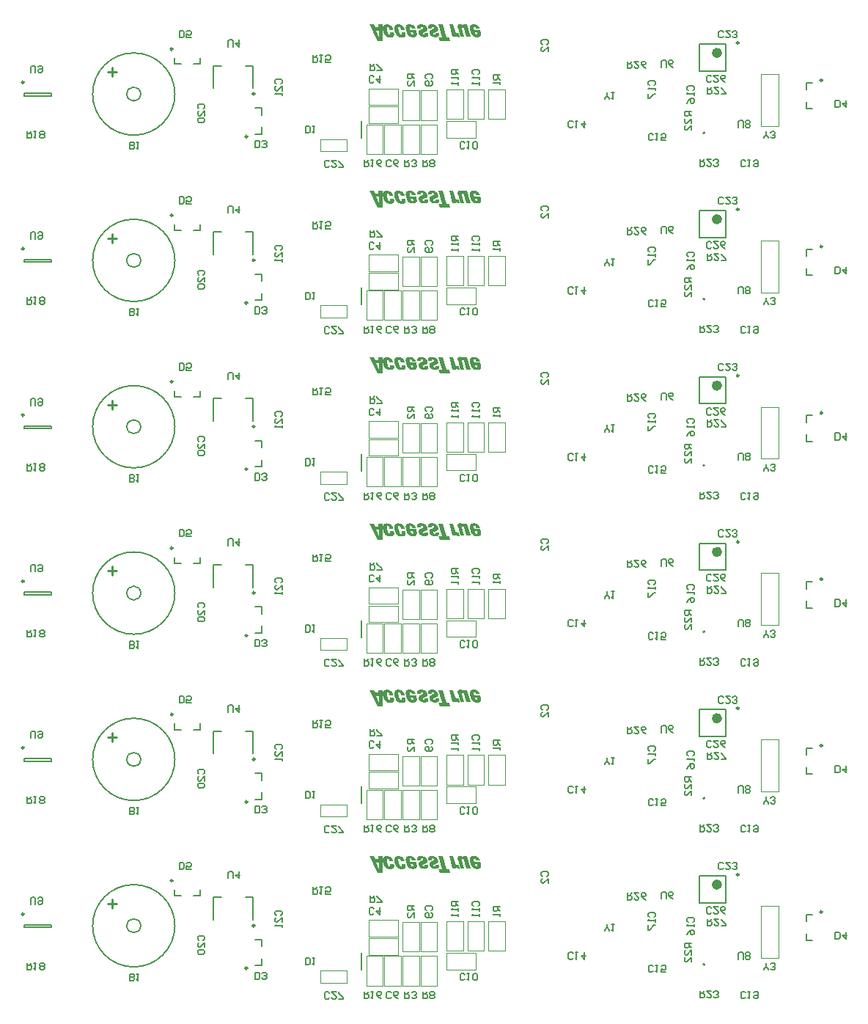
<source format=gbo>
%FSLAX44Y44*%
%MOMM*%
G71*
G01*
G75*
G04 Layer_Color=32896*
%ADD10R,3.0000X0.5000*%
%ADD11R,2.5000X2.0000*%
%ADD12R,3.5000X2.0000*%
%ADD13R,0.9000X1.0000*%
%ADD14R,1.7000X0.3500*%
%ADD15R,2.2000X0.6000*%
%ADD16R,0.3500X2.1500*%
%ADD17R,0.3500X2.1500*%
%ADD18R,1.0000X2.0000*%
%ADD19R,1.3000X0.6000*%
%ADD20C,1.5000*%
%ADD21R,1.0000X0.9000*%
%ADD22R,1.0000X1.5000*%
%ADD23R,1.5000X1.0000*%
%ADD24R,0.9000X1.5000*%
%ADD25R,2.6000X2.8000*%
%ADD26R,1.0000X0.8000*%
%ADD27R,0.6000X1.3000*%
%ADD28C,0.3000*%
%ADD29C,0.4000*%
%ADD30C,0.5000*%
%ADD31C,0.2500*%
%ADD32C,0.3500*%
%ADD33C,1.0000*%
%ADD34C,0.6000*%
%ADD35C,2.4000*%
%ADD36R,2.0000X2.0000*%
%ADD37C,0.9000*%
%ADD38O,1.1000X1.3000*%
%ADD39O,1.3000X1.1000*%
%ADD40O,2.2000X1.6000*%
%ADD41R,2.2000X2.0000*%
%ADD42C,0.8000*%
%ADD43C,0.7000*%
%ADD44R,0.4500X0.3000*%
%ADD45R,0.3000X0.4500*%
%ADD46R,2.0000X0.3500*%
%ADD47R,0.8000X0.8000*%
%ADD48R,1.2000X1.6000*%
%ADD49R,2.0000X1.2000*%
%ADD50R,0.6000X1.6000*%
%ADD51R,0.7000X2.0000*%
G04:AMPARAMS|DCode=52|XSize=2mm|YSize=3.4mm|CornerRadius=0mm|HoleSize=0mm|Usage=FLASHONLY|Rotation=0.000|XOffset=0mm|YOffset=0mm|HoleType=Round|Shape=Octagon|*
%AMOCTAGOND52*
4,1,8,-0.5000,1.7000,0.5000,1.7000,1.0000,1.2000,1.0000,-1.2000,0.5000,-1.7000,-0.5000,-1.7000,-1.0000,-1.2000,-1.0000,1.2000,-0.5000,1.7000,0.0*
%
%ADD52OCTAGOND52*%

%ADD53C,0.3400*%
%ADD54C,0.2000*%
%ADD55C,0.1000*%
%ADD56C,0.1500*%
%ADD57C,0.2540*%
G36*
X533883Y174520D02*
X534234D01*
X534397Y174493D01*
X534748Y174466D01*
X534910D01*
X535045Y174439D01*
X535180D01*
X535829Y174331D01*
X536423Y174169D01*
X536964Y173953D01*
X537477Y173683D01*
X537937Y173385D01*
X538342Y173061D01*
X538721Y172710D01*
X539072Y172385D01*
X539369Y172034D01*
X539612Y171710D01*
X539829Y171412D01*
X540018Y171115D01*
X540153Y170899D01*
X540234Y170737D01*
X540288Y170602D01*
X540315Y170575D01*
X540450Y170277D01*
X540531Y170061D01*
X540585Y169926D01*
Y169899D01*
X540639Y169710D01*
X540720Y169494D01*
X540747Y169331D01*
X540774Y169304D01*
Y169277D01*
X536369D01*
X536234Y169872D01*
X536153Y170142D01*
X536072Y170358D01*
X535991Y170575D01*
X535910Y170737D01*
X535856Y170872D01*
X535802Y170953D01*
X535775Y171007D01*
X535748Y171034D01*
X535504Y171277D01*
X535261Y171467D01*
X535180Y171521D01*
X535099Y171548D01*
X535045Y171575D01*
X535018D01*
X534775Y171629D01*
X534586Y171656D01*
X534505Y171683D01*
X534478D01*
X534207Y171656D01*
X533991Y171575D01*
X533829Y171467D01*
X533721Y171331D01*
X533640Y171196D01*
X533613Y171088D01*
X533586Y171007D01*
Y170980D01*
Y170737D01*
Y170466D01*
Y170358D01*
Y170250D01*
Y170196D01*
Y170169D01*
X534153Y167872D01*
X541126D01*
X541207Y167629D01*
X541261Y167440D01*
X541288Y167332D01*
Y167278D01*
X541477Y166467D01*
X541558Y166088D01*
X541639Y165737D01*
X541720Y165440D01*
X541747Y165224D01*
X541801Y165061D01*
Y165007D01*
X541883Y164602D01*
X541910Y164305D01*
X541937Y164170D01*
Y164088D01*
Y164034D01*
Y164007D01*
X541964Y163710D01*
X541991Y163467D01*
Y163305D01*
Y163278D01*
Y163251D01*
X541937Y162602D01*
X541828Y162035D01*
X541666Y161548D01*
X541477Y161170D01*
X541288Y160872D01*
X541126Y160656D01*
X541018Y160548D01*
X540964Y160494D01*
X540774Y160332D01*
X540531Y160197D01*
X540045Y159981D01*
X539504Y159818D01*
X538991Y159710D01*
X538504Y159656D01*
X538288Y159629D01*
X538099Y159602D01*
X537450D01*
X537126Y159629D01*
X536829Y159656D01*
X536531D01*
X536261Y159683D01*
X536045Y159710D01*
X535910Y159737D01*
X535856D01*
X535451Y159791D01*
X535072Y159900D01*
X534342Y160170D01*
X533694Y160494D01*
X533153Y160845D01*
X532910Y161035D01*
X532721Y161197D01*
X532532Y161359D01*
X532369Y161494D01*
X532261Y161602D01*
X532180Y161683D01*
X532126Y161737D01*
X532099Y161764D01*
X531802Y162116D01*
X531532Y162494D01*
X531045Y163305D01*
X530640Y164170D01*
X530289Y164980D01*
X530126Y165386D01*
X530018Y165737D01*
X529883Y166061D01*
X529802Y166332D01*
X529721Y166575D01*
X529694Y166737D01*
X529640Y166872D01*
Y166899D01*
X529451Y167737D01*
X529316Y168467D01*
X529208Y169115D01*
X529180Y169386D01*
X529154Y169656D01*
X529127Y169872D01*
X529099Y170088D01*
Y170250D01*
X529072Y170385D01*
Y170521D01*
Y170602D01*
Y170629D01*
Y170656D01*
X529127Y171385D01*
X529235Y171980D01*
X529397Y172493D01*
X529613Y172899D01*
X529802Y173223D01*
X529964Y173439D01*
X530072Y173575D01*
X530126Y173629D01*
X530343Y173791D01*
X530586Y173926D01*
X531126Y174169D01*
X531667Y174331D01*
X532234Y174439D01*
X532748Y174493D01*
X532964Y174520D01*
X533153D01*
X533315Y174547D01*
X533721D01*
X533883Y174520D01*
D02*
G37*
G36*
X547791Y174574D02*
X548601Y174466D01*
X549358Y174277D01*
X550061Y174061D01*
X550656Y173764D01*
X551223Y173466D01*
X551710Y173142D01*
X552115Y172791D01*
X552493Y172439D01*
X552790Y172115D01*
X553034Y171818D01*
X553250Y171521D01*
X553385Y171304D01*
X553493Y171115D01*
X553547Y170980D01*
X553574Y170953D01*
X553763Y170413D01*
X553844Y170169D01*
X553926Y169926D01*
X553980Y169737D01*
X554007Y169602D01*
X554034Y169494D01*
Y169467D01*
Y169359D01*
X554061Y169223D01*
X554088Y169115D01*
Y169088D01*
X554115Y168872D01*
X554142Y168656D01*
Y168467D01*
Y168440D01*
Y168413D01*
X554115Y168088D01*
X554061Y167791D01*
X553980Y167521D01*
X553899Y167250D01*
X553628Y166818D01*
X553331Y166494D01*
X553007Y166224D01*
X552763Y166061D01*
X552655Y166007D01*
X552574Y165953D01*
X552520Y165926D01*
X552493D01*
X549412Y164710D01*
X549277Y164656D01*
X549088Y164575D01*
X548926Y164467D01*
X548818Y164359D01*
X548710Y164251D01*
X548656Y164170D01*
X548601Y163980D01*
Y163953D01*
Y163926D01*
X548629Y163791D01*
X548656Y163629D01*
X548683Y163494D01*
Y163467D01*
Y163440D01*
X548818Y163170D01*
X548980Y162953D01*
X549169Y162791D01*
X549385Y162656D01*
X549574Y162602D01*
X549737Y162548D01*
X549845Y162521D01*
X550169D01*
X550493Y162548D01*
X550709Y162629D01*
X550872Y162764D01*
X551007Y162899D01*
X551061Y163062D01*
X551088Y163170D01*
X551115Y163278D01*
Y163305D01*
Y163440D01*
X551088Y163575D01*
X551061Y163710D01*
Y163737D01*
Y163764D01*
X550980Y164088D01*
X550953Y164170D01*
X555088D01*
Y164034D01*
X555196Y163521D01*
X555304Y163088D01*
X555331Y162899D01*
X555358Y162737D01*
X555385Y162575D01*
Y162467D01*
Y162413D01*
Y162386D01*
X555358Y161980D01*
X555250Y161602D01*
X555061Y161278D01*
X554844Y161008D01*
X554601Y160737D01*
X554304Y160521D01*
X553980Y160332D01*
X553682Y160197D01*
X553034Y159954D01*
X552736Y159873D01*
X552493Y159791D01*
X552277Y159764D01*
X552088Y159737D01*
X551980Y159710D01*
X551818D01*
X551655Y159683D01*
X551466D01*
X551250Y159656D01*
X550547D01*
X550412Y159683D01*
X550358D01*
X550115Y159710D01*
X549737D01*
X549223Y159791D01*
X548764Y159873D01*
X548358Y159954D01*
X548034Y160062D01*
X547737Y160143D01*
X547520Y160224D01*
X547412Y160251D01*
X547358Y160278D01*
X547007Y160440D01*
X546710Y160629D01*
X546440Y160818D01*
X546196Y160981D01*
X546007Y161143D01*
X545845Y161278D01*
X545764Y161359D01*
X545737Y161386D01*
X545466Y161683D01*
X545223Y161980D01*
X545007Y162278D01*
X544818Y162575D01*
X544521Y163143D01*
X544304Y163683D01*
X544169Y164116D01*
X544115Y164305D01*
X544088Y164467D01*
X544061Y164602D01*
X544034Y164710D01*
Y164764D01*
Y164791D01*
X544061Y165278D01*
X544115Y165710D01*
X544169Y166088D01*
X544250Y166386D01*
X544332Y166629D01*
X544413Y166818D01*
X544440Y166926D01*
X544467Y166953D01*
X544656Y167223D01*
X544899Y167467D01*
X545142Y167683D01*
X545386Y167845D01*
X545629Y167980D01*
X545818Y168088D01*
X545926Y168142D01*
X545980Y168169D01*
X548683Y169277D01*
X548845Y169331D01*
X548926Y169386D01*
X549088Y169548D01*
X549250Y169737D01*
X549331Y169953D01*
X549358Y170115D01*
Y170142D01*
Y170169D01*
X549331Y170413D01*
X549277Y170629D01*
X549223Y170818D01*
X549196Y170845D01*
Y170872D01*
X549061Y171142D01*
X548926Y171358D01*
X548791Y171493D01*
X548656Y171602D01*
X548548Y171683D01*
X548439Y171710D01*
X548385Y171737D01*
X548169D01*
X548034Y171764D01*
X547629D01*
X547331Y171737D01*
X547088Y171629D01*
X546926Y171493D01*
X546818Y171304D01*
X546764Y171142D01*
X546737Y171007D01*
X546710Y170899D01*
Y170872D01*
X546737Y170656D01*
X546764Y170439D01*
X546791Y170277D01*
Y170250D01*
Y170223D01*
X546872Y169872D01*
X546899Y169791D01*
X542602D01*
X542494Y170142D01*
X542413Y170656D01*
X542386Y170872D01*
Y171088D01*
X542359Y171250D01*
Y171358D01*
Y171439D01*
Y171467D01*
X542413Y171953D01*
X542521Y172412D01*
X542683Y172791D01*
X542926Y173142D01*
X543196Y173439D01*
X543494Y173683D01*
X543818Y173899D01*
X544169Y174088D01*
X544494Y174250D01*
X544818Y174358D01*
X545115Y174466D01*
X545386Y174520D01*
X545629Y174574D01*
X545791Y174601D01*
X545926Y174629D01*
X546872D01*
X547791Y174574D01*
D02*
G37*
G36*
X520840Y174466D02*
X521191Y174439D01*
X521516Y174412D01*
X521813Y174385D01*
X522029Y174358D01*
X522164Y174331D01*
X522218D01*
X522948Y174196D01*
X523570Y173980D01*
X524137Y173764D01*
X524624Y173520D01*
X525002Y173277D01*
X525272Y173088D01*
X525380Y173007D01*
X525461Y172953D01*
X525488Y172899D01*
X525515D01*
X525975Y172412D01*
X526407Y171845D01*
X526759Y171277D01*
X527056Y170710D01*
X527299Y170223D01*
X527380Y170007D01*
X527461Y169818D01*
X527515Y169656D01*
X527569Y169548D01*
X527596Y169467D01*
Y169440D01*
X527921Y168196D01*
X523597D01*
X523543Y168413D01*
X523353Y169169D01*
X523272Y169521D01*
X523164Y169791D01*
X523056Y170061D01*
X522975Y170250D01*
X522894Y170413D01*
X522840Y170521D01*
X522813Y170575D01*
X522786Y170602D01*
X522543Y170899D01*
X522299Y171088D01*
X522218Y171169D01*
X522137Y171223D01*
X522083Y171277D01*
X522056D01*
X521921Y171331D01*
X521813Y171385D01*
X521759Y171412D01*
X521732D01*
X521597Y171439D01*
X521435D01*
X521137Y171412D01*
X520921Y171358D01*
X520759Y171277D01*
X520651Y171196D01*
X520570Y171115D01*
X520543Y171034D01*
X520516Y170980D01*
Y170953D01*
X520489Y170629D01*
Y170385D01*
Y170223D01*
Y170169D01*
Y170007D01*
X520516Y169818D01*
X520570Y169359D01*
X520678Y168845D01*
X520786Y168332D01*
X520867Y167845D01*
X520921Y167656D01*
X520975Y167467D01*
X521002Y167304D01*
X521029Y167196D01*
X521056Y167115D01*
Y167088D01*
X521164Y166683D01*
X521272Y166278D01*
X521381Y165953D01*
X521462Y165629D01*
X521543Y165332D01*
X521624Y165061D01*
X521705Y164845D01*
X521786Y164629D01*
X521894Y164305D01*
X521975Y164062D01*
X522029Y163953D01*
X522056Y163899D01*
X522218Y163602D01*
X522380Y163332D01*
X522543Y163116D01*
X522705Y162953D01*
X522840Y162845D01*
X522948Y162737D01*
X523002Y162710D01*
X523029Y162683D01*
X523272Y162548D01*
X523461Y162494D01*
X523597Y162467D01*
X523651D01*
X523894Y162494D01*
X524083Y162575D01*
X524245Y162656D01*
X524353Y162764D01*
X524434Y162899D01*
X524515Y162980D01*
X524543Y163062D01*
Y163088D01*
X524570Y163251D01*
X524597Y163386D01*
Y163440D01*
Y163467D01*
Y163575D01*
X524570Y163683D01*
X524543Y163953D01*
X524515Y164088D01*
Y164170D01*
X524488Y164251D01*
Y164278D01*
X524380Y164791D01*
X524272Y165305D01*
X528623D01*
X528786Y164629D01*
X528867Y164224D01*
X528894Y163926D01*
X528921Y163791D01*
Y163710D01*
Y163656D01*
Y163629D01*
X528948Y163332D01*
X528975Y163088D01*
Y162926D01*
Y162899D01*
Y162872D01*
X528948Y162251D01*
X528840Y161710D01*
X528677Y161251D01*
X528515Y160872D01*
X528326Y160602D01*
X528191Y160413D01*
X528083Y160278D01*
X528029Y160251D01*
X527840Y160116D01*
X527623Y159981D01*
X527137Y159764D01*
X526623Y159629D01*
X526083Y159521D01*
X525624Y159467D01*
X525407Y159440D01*
X525218Y159413D01*
X524570D01*
X524245Y159440D01*
X523921Y159467D01*
X523597D01*
X523326Y159494D01*
X523110Y159521D01*
X522948Y159548D01*
X522894D01*
X522435Y159602D01*
X522002Y159710D01*
X521218Y159981D01*
X520543Y160305D01*
X520218Y160494D01*
X519948Y160683D01*
X519705Y160845D01*
X519462Y161035D01*
X519272Y161170D01*
X519137Y161305D01*
X519002Y161440D01*
X518921Y161521D01*
X518867Y161575D01*
X518840Y161602D01*
X518543Y161954D01*
X518273Y162359D01*
X518002Y162764D01*
X517759Y163224D01*
X517327Y164142D01*
X516948Y165061D01*
X516786Y165494D01*
X516651Y165899D01*
X516516Y166278D01*
X516435Y166602D01*
X516354Y166845D01*
X516300Y167061D01*
X516246Y167169D01*
Y167223D01*
X516083Y167899D01*
X515975Y168548D01*
X515894Y169088D01*
X515840Y169575D01*
X515813Y169980D01*
Y170142D01*
X515786Y170277D01*
Y170385D01*
Y170466D01*
Y170494D01*
Y170521D01*
X515840Y171223D01*
X515975Y171818D01*
X516192Y172358D01*
X516462Y172818D01*
X516786Y173196D01*
X517164Y173520D01*
X517570Y173791D01*
X517975Y174007D01*
X518381Y174169D01*
X518759Y174277D01*
X519137Y174358D01*
X519462Y174439D01*
X519732Y174466D01*
X519948Y174493D01*
X520137D01*
X520840Y174466D01*
D02*
G37*
G36*
X502350Y155332D02*
X496648D01*
X487135Y174250D01*
X492297D01*
X493648Y171061D01*
X497513D01*
X497243Y174250D01*
X502405D01*
X502350Y155332D01*
D02*
G37*
G36*
X507554Y174466D02*
X507905Y174439D01*
X508229Y174412D01*
X508527Y174385D01*
X508743Y174358D01*
X508878Y174331D01*
X508932D01*
X509662Y174196D01*
X510283Y173980D01*
X510851Y173764D01*
X511337Y173520D01*
X511716Y173277D01*
X511986Y173088D01*
X512094Y173007D01*
X512175Y172953D01*
X512202Y172899D01*
X512229D01*
X512689Y172412D01*
X513121Y171845D01*
X513472Y171277D01*
X513770Y170710D01*
X514013Y170223D01*
X514094Y170007D01*
X514175Y169818D01*
X514229Y169656D01*
X514283Y169548D01*
X514310Y169467D01*
Y169440D01*
X514635Y168196D01*
X510310D01*
X510256Y168413D01*
X510067Y169169D01*
X509986Y169521D01*
X509878Y169791D01*
X509770Y170061D01*
X509689Y170250D01*
X509608Y170413D01*
X509554Y170521D01*
X509527Y170575D01*
X509500Y170602D01*
X509256Y170899D01*
X509013Y171088D01*
X508932Y171169D01*
X508851Y171223D01*
X508797Y171277D01*
X508770D01*
X508635Y171331D01*
X508527Y171385D01*
X508473Y171412D01*
X508446D01*
X508311Y171439D01*
X508148D01*
X507851Y171412D01*
X507635Y171358D01*
X507473Y171277D01*
X507365Y171196D01*
X507284Y171115D01*
X507257Y171034D01*
X507229Y170980D01*
Y170953D01*
X507202Y170629D01*
Y170385D01*
Y170223D01*
Y170169D01*
Y170007D01*
X507229Y169818D01*
X507284Y169359D01*
X507392Y168845D01*
X507500Y168332D01*
X507581Y167845D01*
X507635Y167656D01*
X507689Y167467D01*
X507716Y167304D01*
X507743Y167196D01*
X507770Y167115D01*
Y167088D01*
X507878Y166683D01*
X507986Y166278D01*
X508094Y165953D01*
X508175Y165629D01*
X508256Y165332D01*
X508338Y165061D01*
X508419Y164845D01*
X508500Y164629D01*
X508608Y164305D01*
X508689Y164062D01*
X508743Y163953D01*
X508770Y163899D01*
X508932Y163602D01*
X509094Y163332D01*
X509256Y163116D01*
X509419Y162953D01*
X509554Y162845D01*
X509662Y162737D01*
X509716Y162710D01*
X509743Y162683D01*
X509986Y162548D01*
X510175Y162494D01*
X510310Y162467D01*
X510364D01*
X510608Y162494D01*
X510797Y162575D01*
X510959Y162656D01*
X511067Y162764D01*
X511148Y162899D01*
X511229Y162980D01*
X511256Y163062D01*
Y163088D01*
X511283Y163251D01*
X511310Y163386D01*
Y163440D01*
Y163467D01*
Y163575D01*
X511283Y163683D01*
X511256Y163953D01*
X511229Y164088D01*
Y164170D01*
X511202Y164251D01*
Y164278D01*
X511094Y164791D01*
X510986Y165305D01*
X515337D01*
X515499Y164629D01*
X515580Y164224D01*
X515607Y163926D01*
X515634Y163791D01*
Y163710D01*
Y163656D01*
Y163629D01*
X515662Y163332D01*
X515689Y163088D01*
Y162926D01*
Y162899D01*
Y162872D01*
X515662Y162251D01*
X515553Y161710D01*
X515391Y161251D01*
X515229Y160872D01*
X515040Y160602D01*
X514905Y160413D01*
X514797Y160278D01*
X514743Y160251D01*
X514553Y160116D01*
X514337Y159981D01*
X513851Y159764D01*
X513337Y159629D01*
X512797Y159521D01*
X512337Y159467D01*
X512121Y159440D01*
X511932Y159413D01*
X511283D01*
X510959Y159440D01*
X510635Y159467D01*
X510310D01*
X510040Y159494D01*
X509824Y159521D01*
X509662Y159548D01*
X509608D01*
X509148Y159602D01*
X508716Y159710D01*
X507932Y159981D01*
X507257Y160305D01*
X506932Y160494D01*
X506662Y160683D01*
X506419Y160845D01*
X506175Y161035D01*
X505986Y161170D01*
X505851Y161305D01*
X505716Y161440D01*
X505635Y161521D01*
X505581Y161575D01*
X505554Y161602D01*
X505257Y161954D01*
X504986Y162359D01*
X504716Y162764D01*
X504473Y163224D01*
X504040Y164142D01*
X503662Y165061D01*
X503500Y165494D01*
X503365Y165899D01*
X503230Y166278D01*
X503149Y166602D01*
X503068Y166845D01*
X503013Y167061D01*
X502959Y167169D01*
Y167223D01*
X502797Y167899D01*
X502689Y168548D01*
X502608Y169088D01*
X502554Y169575D01*
X502527Y169980D01*
Y170142D01*
X502500Y170277D01*
Y170385D01*
Y170466D01*
Y170494D01*
Y170521D01*
X502554Y171223D01*
X502689Y171818D01*
X502905Y172358D01*
X503176Y172818D01*
X503500Y173196D01*
X503878Y173520D01*
X504284Y173791D01*
X504689Y174007D01*
X505094Y174169D01*
X505473Y174277D01*
X505851Y174358D01*
X506175Y174439D01*
X506446Y174466D01*
X506662Y174493D01*
X506851D01*
X507554Y174466D01*
D02*
G37*
G36*
X560173Y174574D02*
X560984Y174466D01*
X561741Y174277D01*
X562443Y174061D01*
X563038Y173764D01*
X563605Y173466D01*
X564092Y173142D01*
X564497Y172791D01*
X564876Y172439D01*
X565173Y172115D01*
X565416Y171818D01*
X565632Y171521D01*
X565767Y171304D01*
X565876Y171115D01*
X565930Y170980D01*
X565957Y170953D01*
X566146Y170413D01*
X566227Y170169D01*
X566308Y169926D01*
X566362Y169737D01*
X566389Y169602D01*
X566416Y169494D01*
Y169467D01*
Y169359D01*
X566443Y169223D01*
X566470Y169115D01*
Y169088D01*
X566497Y168872D01*
X566524Y168656D01*
Y168467D01*
Y168440D01*
Y168413D01*
X566497Y168088D01*
X566443Y167791D01*
X566362Y167521D01*
X566281Y167250D01*
X566011Y166818D01*
X565713Y166494D01*
X565389Y166224D01*
X565146Y166061D01*
X565038Y166007D01*
X564957Y165953D01*
X564903Y165926D01*
X564876D01*
X561795Y164710D01*
X561660Y164656D01*
X561470Y164575D01*
X561308Y164467D01*
X561200Y164359D01*
X561092Y164251D01*
X561038Y164170D01*
X560984Y163980D01*
Y163953D01*
Y163926D01*
X561011Y163791D01*
X561038Y163629D01*
X561065Y163494D01*
Y163467D01*
Y163440D01*
X561200Y163170D01*
X561362Y162953D01*
X561551Y162791D01*
X561768Y162656D01*
X561957Y162602D01*
X562119Y162548D01*
X562227Y162521D01*
X562551D01*
X562876Y162548D01*
X563092Y162629D01*
X563254Y162764D01*
X563389Y162899D01*
X563443Y163062D01*
X563470Y163170D01*
X563497Y163278D01*
Y163305D01*
Y163440D01*
X563470Y163575D01*
X563443Y163710D01*
Y163737D01*
Y163764D01*
X563362Y164088D01*
X563335Y164170D01*
X567470D01*
Y164034D01*
X567578Y163521D01*
X567686Y163088D01*
X567713Y162899D01*
X567740Y162737D01*
X567767Y162575D01*
Y162467D01*
Y162413D01*
Y162386D01*
X567740Y161980D01*
X567632Y161602D01*
X567443Y161278D01*
X567227Y161008D01*
X566984Y160737D01*
X566686Y160521D01*
X566362Y160332D01*
X566065Y160197D01*
X565416Y159954D01*
X565119Y159873D01*
X564876Y159791D01*
X564659Y159764D01*
X564470Y159737D01*
X564362Y159710D01*
X564200D01*
X564038Y159683D01*
X563849D01*
X563632Y159656D01*
X562930D01*
X562795Y159683D01*
X562741D01*
X562497Y159710D01*
X562119D01*
X561605Y159791D01*
X561146Y159873D01*
X560741Y159954D01*
X560416Y160062D01*
X560119Y160143D01*
X559903Y160224D01*
X559795Y160251D01*
X559741Y160278D01*
X559389Y160440D01*
X559092Y160629D01*
X558822Y160818D01*
X558579Y160981D01*
X558389Y161143D01*
X558227Y161278D01*
X558146Y161359D01*
X558119Y161386D01*
X557849Y161683D01*
X557606Y161980D01*
X557389Y162278D01*
X557200Y162575D01*
X556903Y163143D01*
X556687Y163683D01*
X556552Y164116D01*
X556498Y164305D01*
X556471Y164467D01*
X556444Y164602D01*
X556417Y164710D01*
Y164764D01*
Y164791D01*
X556444Y165278D01*
X556498Y165710D01*
X556552Y166088D01*
X556633Y166386D01*
X556714Y166629D01*
X556795Y166818D01*
X556822Y166926D01*
X556849Y166953D01*
X557038Y167223D01*
X557281Y167467D01*
X557525Y167683D01*
X557768Y167845D01*
X558011Y167980D01*
X558200Y168088D01*
X558308Y168142D01*
X558362Y168169D01*
X561065Y169277D01*
X561227Y169331D01*
X561308Y169386D01*
X561470Y169548D01*
X561632Y169737D01*
X561714Y169953D01*
X561741Y170115D01*
Y170142D01*
Y170169D01*
X561714Y170413D01*
X561660Y170629D01*
X561605Y170818D01*
X561578Y170845D01*
Y170872D01*
X561443Y171142D01*
X561308Y171358D01*
X561173Y171493D01*
X561038Y171602D01*
X560930Y171683D01*
X560822Y171710D01*
X560768Y171737D01*
X560551D01*
X560416Y171764D01*
X560011D01*
X559714Y171737D01*
X559470Y171629D01*
X559308Y171493D01*
X559200Y171304D01*
X559146Y171142D01*
X559119Y171007D01*
X559092Y170899D01*
Y170872D01*
X559119Y170656D01*
X559146Y170439D01*
X559173Y170277D01*
Y170250D01*
Y170223D01*
X559254Y169872D01*
X559281Y169791D01*
X554984D01*
X554876Y170142D01*
X554795Y170656D01*
X554768Y170872D01*
Y171088D01*
X554741Y171250D01*
Y171358D01*
Y171439D01*
Y171467D01*
X554795Y171953D01*
X554903Y172412D01*
X555065Y172791D01*
X555308Y173142D01*
X555579Y173439D01*
X555876Y173683D01*
X556200Y173899D01*
X556552Y174088D01*
X556876Y174250D01*
X557200Y174358D01*
X557498Y174466D01*
X557768Y174520D01*
X558011Y174574D01*
X558173Y174601D01*
X558308Y174629D01*
X559254D01*
X560173Y174574D01*
D02*
G37*
G36*
X592194Y174629D02*
X592329Y174601D01*
X592383D01*
X592600Y174574D01*
X592789Y174547D01*
X592924Y174520D01*
X592978D01*
X593518Y174385D01*
X594005Y174196D01*
X594437Y174007D01*
X594816Y173791D01*
X595113Y173575D01*
X595356Y173412D01*
X595491Y173304D01*
X595545Y173250D01*
X595951Y172791D01*
X595599Y174250D01*
X600140D01*
X603680Y160062D01*
X598951D01*
X596572Y169602D01*
X596491Y169872D01*
X596329Y170250D01*
X596140Y170521D01*
X595924Y170764D01*
X595708Y170899D01*
X595518Y171007D01*
X595356Y171088D01*
X595248Y171115D01*
X594897D01*
X594654Y171088D01*
X594491Y171007D01*
X594356Y170872D01*
X594275Y170737D01*
X594221Y170602D01*
X594194Y170466D01*
Y170385D01*
Y170358D01*
Y170331D01*
Y170277D01*
Y170223D01*
Y170196D01*
X594221Y170061D01*
Y170007D01*
Y169980D01*
X594275Y169656D01*
X596680Y160062D01*
X591951D01*
X589329Y170548D01*
X589194Y171304D01*
X589167Y171439D01*
X589140Y171602D01*
X589113Y171710D01*
Y171737D01*
Y171764D01*
X589086Y171953D01*
Y172115D01*
Y172223D01*
Y172250D01*
X589113Y172656D01*
X589194Y173007D01*
X589302Y173331D01*
X589411Y173575D01*
X589519Y173764D01*
X589627Y173926D01*
X589708Y174007D01*
X589735Y174034D01*
X590005Y174250D01*
X590330Y174385D01*
X590654Y174493D01*
X590978Y174574D01*
X591248Y174629D01*
X591492Y174655D01*
X591978D01*
X592194Y174629D01*
D02*
G37*
G36*
X607996Y174520D02*
X608348D01*
X608510Y174493D01*
X608861Y174466D01*
X609023D01*
X609159Y174439D01*
X609294D01*
X609942Y174331D01*
X610537Y174169D01*
X611077Y173953D01*
X611591Y173683D01*
X612050Y173385D01*
X612456Y173061D01*
X612834Y172710D01*
X613185Y172385D01*
X613483Y172034D01*
X613726Y171710D01*
X613942Y171412D01*
X614131Y171115D01*
X614266Y170899D01*
X614347Y170737D01*
X614402Y170602D01*
X614429Y170575D01*
X614564Y170277D01*
X614645Y170061D01*
X614699Y169926D01*
Y169899D01*
X614753Y169710D01*
X614834Y169494D01*
X614861Y169331D01*
X614888Y169304D01*
Y169277D01*
X610483D01*
X610348Y169872D01*
X610267Y170142D01*
X610186Y170358D01*
X610104Y170575D01*
X610023Y170737D01*
X609969Y170872D01*
X609915Y170953D01*
X609888Y171007D01*
X609861Y171034D01*
X609618Y171277D01*
X609375Y171467D01*
X609294Y171521D01*
X609213Y171548D01*
X609159Y171575D01*
X609132D01*
X608888Y171629D01*
X608699Y171656D01*
X608618Y171683D01*
X608591D01*
X608321Y171656D01*
X608105Y171575D01*
X607942Y171467D01*
X607834Y171331D01*
X607753Y171196D01*
X607726Y171088D01*
X607699Y171007D01*
Y170980D01*
Y170737D01*
Y170466D01*
Y170358D01*
Y170250D01*
Y170196D01*
Y170169D01*
X608267Y167872D01*
X615239D01*
X615320Y167629D01*
X615374Y167440D01*
X615401Y167332D01*
Y167278D01*
X615591Y166467D01*
X615672Y166088D01*
X615753Y165737D01*
X615834Y165440D01*
X615861Y165224D01*
X615915Y165061D01*
Y165007D01*
X615996Y164602D01*
X616023Y164305D01*
X616050Y164170D01*
Y164088D01*
Y164034D01*
Y164007D01*
X616077Y163710D01*
X616104Y163467D01*
Y163305D01*
Y163278D01*
Y163251D01*
X616050Y162602D01*
X615942Y162035D01*
X615780Y161548D01*
X615591Y161170D01*
X615401Y160872D01*
X615239Y160656D01*
X615131Y160548D01*
X615077Y160494D01*
X614888Y160332D01*
X614645Y160197D01*
X614158Y159981D01*
X613618Y159818D01*
X613104Y159710D01*
X612618Y159656D01*
X612402Y159629D01*
X612212Y159602D01*
X611564D01*
X611240Y159629D01*
X610942Y159656D01*
X610645D01*
X610375Y159683D01*
X610159Y159710D01*
X610023Y159737D01*
X609969D01*
X609564Y159791D01*
X609186Y159900D01*
X608456Y160170D01*
X607807Y160494D01*
X607267Y160845D01*
X607024Y161035D01*
X606834Y161197D01*
X606645Y161359D01*
X606483Y161494D01*
X606375Y161602D01*
X606294Y161683D01*
X606240Y161737D01*
X606213Y161764D01*
X605915Y162116D01*
X605645Y162494D01*
X605159Y163305D01*
X604753Y164170D01*
X604402Y164980D01*
X604240Y165386D01*
X604132Y165737D01*
X603997Y166061D01*
X603916Y166332D01*
X603834Y166575D01*
X603807Y166737D01*
X603754Y166872D01*
Y166899D01*
X603564Y167737D01*
X603429Y168467D01*
X603321Y169115D01*
X603294Y169386D01*
X603267Y169656D01*
X603240Y169872D01*
X603213Y170088D01*
Y170250D01*
X603186Y170385D01*
Y170521D01*
Y170602D01*
Y170629D01*
Y170656D01*
X603240Y171385D01*
X603348Y171980D01*
X603510Y172493D01*
X603726Y172899D01*
X603916Y173223D01*
X604078Y173439D01*
X604186Y173575D01*
X604240Y173629D01*
X604456Y173791D01*
X604699Y173926D01*
X605240Y174169D01*
X605780Y174331D01*
X606348Y174439D01*
X606861Y174493D01*
X607078Y174520D01*
X607267D01*
X607429Y174547D01*
X607834D01*
X607996Y174520D01*
D02*
G37*
G36*
X575934Y159494D02*
X579501D01*
X580555Y155332D01*
X568150D01*
X567123Y159494D01*
X570907D01*
X567231Y174250D01*
X572204D01*
X575934Y159494D01*
D02*
G37*
G36*
X586064Y166521D02*
X586199Y166061D01*
X586388Y165656D01*
X586604Y165332D01*
X586793Y165061D01*
X586982Y164872D01*
X587145Y164737D01*
X587253Y164656D01*
X587280Y164629D01*
X587658Y164440D01*
X588091Y164305D01*
X588550Y164224D01*
X588982Y164142D01*
X589388Y164116D01*
X589712Y164088D01*
X590009D01*
X590631Y164170D01*
X591712Y159656D01*
X591063D01*
X590658Y159683D01*
X590280Y159737D01*
X589955Y159791D01*
X589658Y159873D01*
X589415Y159981D01*
X589253Y160035D01*
X589118Y160089D01*
X589090Y160116D01*
X588766Y160305D01*
X588469Y160548D01*
X588172Y160791D01*
X587874Y161062D01*
X587658Y161278D01*
X587469Y161467D01*
X587361Y161602D01*
X587307Y161656D01*
X586982Y162035D01*
X587496Y160089D01*
X582956D01*
X579388Y174250D01*
X584118D01*
X586064Y166521D01*
D02*
G37*
%LPC*%
G36*
X497837Y167223D02*
X495216D01*
X498432Y159629D01*
X497837Y167223D01*
D02*
G37*
G36*
X537396Y165305D02*
X534802D01*
X534910Y164926D01*
X535018Y164521D01*
X535153Y164170D01*
X535261Y163872D01*
X535369Y163629D01*
X535477Y163440D01*
X535559Y163305D01*
X535586Y163224D01*
X535613Y163197D01*
X535748Y163008D01*
X535883Y162872D01*
X536018Y162737D01*
X536126Y162683D01*
X536261Y162602D01*
X536315Y162575D01*
X536531Y162521D01*
X536694Y162494D01*
X536829D01*
X537126Y162548D01*
X537369Y162656D01*
X537531Y162818D01*
X537640Y162980D01*
X537694Y163170D01*
X537748Y163332D01*
Y163440D01*
Y163494D01*
Y163656D01*
X537721Y163872D01*
X537640Y164332D01*
X537585Y164548D01*
X537531Y164737D01*
X537504Y164845D01*
Y164899D01*
X537396Y165305D01*
D02*
G37*
G36*
X611510D02*
X608915D01*
X609023Y164926D01*
X609132Y164521D01*
X609267Y164170D01*
X609375Y163872D01*
X609483Y163629D01*
X609591Y163440D01*
X609672Y163305D01*
X609699Y163224D01*
X609726Y163197D01*
X609861Y163008D01*
X609996Y162872D01*
X610131Y162737D01*
X610240Y162683D01*
X610375Y162602D01*
X610429Y162575D01*
X610645Y162521D01*
X610807Y162494D01*
X610942D01*
X611240Y162548D01*
X611483Y162656D01*
X611645Y162818D01*
X611753Y162980D01*
X611807Y163170D01*
X611861Y163332D01*
Y163440D01*
Y163494D01*
Y163656D01*
X611834Y163872D01*
X611753Y164332D01*
X611699Y164548D01*
X611645Y164737D01*
X611618Y164845D01*
Y164899D01*
X611510Y165305D01*
D02*
G37*
%LPD*%
G36*
X533883Y366520D02*
X534234D01*
X534397Y366493D01*
X534748Y366466D01*
X534910D01*
X535045Y366439D01*
X535180D01*
X535829Y366331D01*
X536423Y366169D01*
X536964Y365953D01*
X537477Y365683D01*
X537937Y365385D01*
X538342Y365061D01*
X538721Y364710D01*
X539072Y364385D01*
X539369Y364034D01*
X539612Y363710D01*
X539829Y363412D01*
X540018Y363115D01*
X540153Y362899D01*
X540234Y362737D01*
X540288Y362602D01*
X540315Y362575D01*
X540450Y362277D01*
X540531Y362061D01*
X540585Y361926D01*
Y361899D01*
X540639Y361710D01*
X540720Y361494D01*
X540747Y361331D01*
X540774Y361304D01*
Y361277D01*
X536369D01*
X536234Y361872D01*
X536153Y362142D01*
X536072Y362358D01*
X535991Y362575D01*
X535910Y362737D01*
X535856Y362872D01*
X535802Y362953D01*
X535775Y363007D01*
X535748Y363034D01*
X535504Y363277D01*
X535261Y363466D01*
X535180Y363521D01*
X535099Y363548D01*
X535045Y363575D01*
X535018D01*
X534775Y363629D01*
X534586Y363656D01*
X534505Y363683D01*
X534478D01*
X534207Y363656D01*
X533991Y363575D01*
X533829Y363466D01*
X533721Y363331D01*
X533640Y363196D01*
X533613Y363088D01*
X533586Y363007D01*
Y362980D01*
Y362737D01*
Y362467D01*
Y362358D01*
Y362250D01*
Y362196D01*
Y362169D01*
X534153Y359872D01*
X541126D01*
X541207Y359629D01*
X541261Y359440D01*
X541288Y359332D01*
Y359277D01*
X541477Y358467D01*
X541558Y358088D01*
X541639Y357737D01*
X541720Y357440D01*
X541747Y357224D01*
X541801Y357061D01*
Y357007D01*
X541883Y356602D01*
X541910Y356305D01*
X541937Y356170D01*
Y356088D01*
Y356034D01*
Y356007D01*
X541964Y355710D01*
X541991Y355467D01*
Y355305D01*
Y355278D01*
Y355251D01*
X541937Y354602D01*
X541828Y354035D01*
X541666Y353548D01*
X541477Y353170D01*
X541288Y352872D01*
X541126Y352656D01*
X541018Y352548D01*
X540964Y352494D01*
X540774Y352332D01*
X540531Y352197D01*
X540045Y351981D01*
X539504Y351818D01*
X538991Y351710D01*
X538504Y351656D01*
X538288Y351629D01*
X538099Y351602D01*
X537450D01*
X537126Y351629D01*
X536829Y351656D01*
X536531D01*
X536261Y351683D01*
X536045Y351710D01*
X535910Y351737D01*
X535856D01*
X535451Y351791D01*
X535072Y351899D01*
X534342Y352170D01*
X533694Y352494D01*
X533153Y352845D01*
X532910Y353035D01*
X532721Y353197D01*
X532532Y353359D01*
X532369Y353494D01*
X532261Y353602D01*
X532180Y353683D01*
X532126Y353737D01*
X532099Y353764D01*
X531802Y354116D01*
X531532Y354494D01*
X531045Y355305D01*
X530640Y356170D01*
X530289Y356980D01*
X530126Y357386D01*
X530018Y357737D01*
X529883Y358061D01*
X529802Y358332D01*
X529721Y358575D01*
X529694Y358737D01*
X529640Y358872D01*
Y358899D01*
X529451Y359737D01*
X529316Y360467D01*
X529208Y361115D01*
X529180Y361385D01*
X529154Y361656D01*
X529127Y361872D01*
X529099Y362088D01*
Y362250D01*
X529072Y362385D01*
Y362521D01*
Y362602D01*
Y362629D01*
Y362656D01*
X529127Y363385D01*
X529235Y363980D01*
X529397Y364493D01*
X529613Y364899D01*
X529802Y365223D01*
X529964Y365439D01*
X530072Y365574D01*
X530126Y365629D01*
X530343Y365791D01*
X530586Y365926D01*
X531126Y366169D01*
X531667Y366331D01*
X532234Y366439D01*
X532748Y366493D01*
X532964Y366520D01*
X533153D01*
X533315Y366547D01*
X533721D01*
X533883Y366520D01*
D02*
G37*
G36*
X547791Y366574D02*
X548601Y366466D01*
X549358Y366277D01*
X550061Y366061D01*
X550656Y365764D01*
X551223Y365466D01*
X551710Y365142D01*
X552115Y364791D01*
X552493Y364439D01*
X552790Y364115D01*
X553034Y363818D01*
X553250Y363521D01*
X553385Y363304D01*
X553493Y363115D01*
X553547Y362980D01*
X553574Y362953D01*
X553763Y362412D01*
X553844Y362169D01*
X553926Y361926D01*
X553980Y361737D01*
X554007Y361602D01*
X554034Y361494D01*
Y361467D01*
Y361358D01*
X554061Y361223D01*
X554088Y361115D01*
Y361088D01*
X554115Y360872D01*
X554142Y360656D01*
Y360467D01*
Y360440D01*
Y360413D01*
X554115Y360088D01*
X554061Y359791D01*
X553980Y359521D01*
X553899Y359250D01*
X553628Y358818D01*
X553331Y358494D01*
X553007Y358223D01*
X552763Y358061D01*
X552655Y358007D01*
X552574Y357953D01*
X552520Y357926D01*
X552493D01*
X549412Y356710D01*
X549277Y356656D01*
X549088Y356575D01*
X548926Y356467D01*
X548818Y356359D01*
X548710Y356251D01*
X548656Y356170D01*
X548601Y355980D01*
Y355953D01*
Y355926D01*
X548629Y355791D01*
X548656Y355629D01*
X548683Y355494D01*
Y355467D01*
Y355440D01*
X548818Y355170D01*
X548980Y354953D01*
X549169Y354791D01*
X549385Y354656D01*
X549574Y354602D01*
X549737Y354548D01*
X549845Y354521D01*
X550169D01*
X550493Y354548D01*
X550709Y354629D01*
X550872Y354764D01*
X551007Y354899D01*
X551061Y355061D01*
X551088Y355170D01*
X551115Y355278D01*
Y355305D01*
Y355440D01*
X551088Y355575D01*
X551061Y355710D01*
Y355737D01*
Y355764D01*
X550980Y356088D01*
X550953Y356170D01*
X555088D01*
Y356034D01*
X555196Y355521D01*
X555304Y355089D01*
X555331Y354899D01*
X555358Y354737D01*
X555385Y354575D01*
Y354467D01*
Y354413D01*
Y354386D01*
X555358Y353980D01*
X555250Y353602D01*
X555061Y353278D01*
X554844Y353008D01*
X554601Y352737D01*
X554304Y352521D01*
X553980Y352332D01*
X553682Y352197D01*
X553034Y351954D01*
X552736Y351872D01*
X552493Y351791D01*
X552277Y351764D01*
X552088Y351737D01*
X551980Y351710D01*
X551818D01*
X551655Y351683D01*
X551466D01*
X551250Y351656D01*
X550547D01*
X550412Y351683D01*
X550358D01*
X550115Y351710D01*
X549737D01*
X549223Y351791D01*
X548764Y351872D01*
X548358Y351954D01*
X548034Y352062D01*
X547737Y352143D01*
X547520Y352224D01*
X547412Y352251D01*
X547358Y352278D01*
X547007Y352440D01*
X546710Y352629D01*
X546440Y352818D01*
X546196Y352980D01*
X546007Y353143D01*
X545845Y353278D01*
X545764Y353359D01*
X545737Y353386D01*
X545466Y353683D01*
X545223Y353980D01*
X545007Y354278D01*
X544818Y354575D01*
X544521Y355143D01*
X544304Y355683D01*
X544169Y356115D01*
X544115Y356305D01*
X544088Y356467D01*
X544061Y356602D01*
X544034Y356710D01*
Y356764D01*
Y356791D01*
X544061Y357278D01*
X544115Y357710D01*
X544169Y358088D01*
X544250Y358386D01*
X544332Y358629D01*
X544413Y358818D01*
X544440Y358926D01*
X544467Y358953D01*
X544656Y359224D01*
X544899Y359467D01*
X545142Y359683D01*
X545386Y359845D01*
X545629Y359980D01*
X545818Y360088D01*
X545926Y360142D01*
X545980Y360169D01*
X548683Y361277D01*
X548845Y361331D01*
X548926Y361385D01*
X549088Y361548D01*
X549250Y361737D01*
X549331Y361953D01*
X549358Y362115D01*
Y362142D01*
Y362169D01*
X549331Y362412D01*
X549277Y362629D01*
X549223Y362818D01*
X549196Y362845D01*
Y362872D01*
X549061Y363142D01*
X548926Y363358D01*
X548791Y363493D01*
X548656Y363602D01*
X548548Y363683D01*
X548439Y363710D01*
X548385Y363737D01*
X548169D01*
X548034Y363764D01*
X547629D01*
X547331Y363737D01*
X547088Y363629D01*
X546926Y363493D01*
X546818Y363304D01*
X546764Y363142D01*
X546737Y363007D01*
X546710Y362899D01*
Y362872D01*
X546737Y362656D01*
X546764Y362439D01*
X546791Y362277D01*
Y362250D01*
Y362223D01*
X546872Y361872D01*
X546899Y361791D01*
X542602D01*
X542494Y362142D01*
X542413Y362656D01*
X542386Y362872D01*
Y363088D01*
X542359Y363250D01*
Y363358D01*
Y363439D01*
Y363466D01*
X542413Y363953D01*
X542521Y364412D01*
X542683Y364791D01*
X542926Y365142D01*
X543196Y365439D01*
X543494Y365683D01*
X543818Y365899D01*
X544169Y366088D01*
X544494Y366250D01*
X544818Y366358D01*
X545115Y366466D01*
X545386Y366520D01*
X545629Y366574D01*
X545791Y366601D01*
X545926Y366628D01*
X546872D01*
X547791Y366574D01*
D02*
G37*
G36*
X520840Y366466D02*
X521191Y366439D01*
X521516Y366412D01*
X521813Y366385D01*
X522029Y366358D01*
X522164Y366331D01*
X522218D01*
X522948Y366196D01*
X523570Y365980D01*
X524137Y365764D01*
X524624Y365520D01*
X525002Y365277D01*
X525272Y365088D01*
X525380Y365007D01*
X525461Y364953D01*
X525488Y364899D01*
X525515D01*
X525975Y364412D01*
X526407Y363845D01*
X526759Y363277D01*
X527056Y362710D01*
X527299Y362223D01*
X527380Y362007D01*
X527461Y361818D01*
X527515Y361656D01*
X527569Y361548D01*
X527596Y361467D01*
Y361440D01*
X527921Y360196D01*
X523597D01*
X523543Y360413D01*
X523353Y361169D01*
X523272Y361521D01*
X523164Y361791D01*
X523056Y362061D01*
X522975Y362250D01*
X522894Y362412D01*
X522840Y362521D01*
X522813Y362575D01*
X522786Y362602D01*
X522543Y362899D01*
X522299Y363088D01*
X522218Y363169D01*
X522137Y363223D01*
X522083Y363277D01*
X522056D01*
X521921Y363331D01*
X521813Y363385D01*
X521759Y363412D01*
X521732D01*
X521597Y363439D01*
X521435D01*
X521137Y363412D01*
X520921Y363358D01*
X520759Y363277D01*
X520651Y363196D01*
X520570Y363115D01*
X520543Y363034D01*
X520516Y362980D01*
Y362953D01*
X520489Y362629D01*
Y362385D01*
Y362223D01*
Y362169D01*
Y362007D01*
X520516Y361818D01*
X520570Y361358D01*
X520678Y360845D01*
X520786Y360331D01*
X520867Y359845D01*
X520921Y359656D01*
X520975Y359467D01*
X521002Y359305D01*
X521029Y359196D01*
X521056Y359115D01*
Y359088D01*
X521164Y358683D01*
X521272Y358278D01*
X521381Y357953D01*
X521462Y357629D01*
X521543Y357332D01*
X521624Y357061D01*
X521705Y356845D01*
X521786Y356629D01*
X521894Y356305D01*
X521975Y356062D01*
X522029Y355953D01*
X522056Y355899D01*
X522218Y355602D01*
X522380Y355332D01*
X522543Y355116D01*
X522705Y354953D01*
X522840Y354845D01*
X522948Y354737D01*
X523002Y354710D01*
X523029Y354683D01*
X523272Y354548D01*
X523461Y354494D01*
X523597Y354467D01*
X523651D01*
X523894Y354494D01*
X524083Y354575D01*
X524245Y354656D01*
X524353Y354764D01*
X524434Y354899D01*
X524515Y354980D01*
X524543Y355061D01*
Y355089D01*
X524570Y355251D01*
X524597Y355386D01*
Y355440D01*
Y355467D01*
Y355575D01*
X524570Y355683D01*
X524543Y355953D01*
X524515Y356088D01*
Y356170D01*
X524488Y356251D01*
Y356278D01*
X524380Y356791D01*
X524272Y357305D01*
X528623D01*
X528786Y356629D01*
X528867Y356224D01*
X528894Y355926D01*
X528921Y355791D01*
Y355710D01*
Y355656D01*
Y355629D01*
X528948Y355332D01*
X528975Y355089D01*
Y354926D01*
Y354899D01*
Y354872D01*
X528948Y354251D01*
X528840Y353710D01*
X528677Y353251D01*
X528515Y352872D01*
X528326Y352602D01*
X528191Y352413D01*
X528083Y352278D01*
X528029Y352251D01*
X527840Y352116D01*
X527623Y351981D01*
X527137Y351764D01*
X526623Y351629D01*
X526083Y351521D01*
X525624Y351467D01*
X525407Y351440D01*
X525218Y351413D01*
X524570D01*
X524245Y351440D01*
X523921Y351467D01*
X523597D01*
X523326Y351494D01*
X523110Y351521D01*
X522948Y351548D01*
X522894D01*
X522435Y351602D01*
X522002Y351710D01*
X521218Y351981D01*
X520543Y352305D01*
X520218Y352494D01*
X519948Y352683D01*
X519705Y352845D01*
X519462Y353035D01*
X519272Y353170D01*
X519137Y353305D01*
X519002Y353440D01*
X518921Y353521D01*
X518867Y353575D01*
X518840Y353602D01*
X518543Y353954D01*
X518273Y354359D01*
X518002Y354764D01*
X517759Y355224D01*
X517327Y356143D01*
X516948Y357061D01*
X516786Y357494D01*
X516651Y357899D01*
X516516Y358278D01*
X516435Y358602D01*
X516354Y358845D01*
X516300Y359061D01*
X516246Y359169D01*
Y359224D01*
X516083Y359899D01*
X515975Y360548D01*
X515894Y361088D01*
X515840Y361575D01*
X515813Y361980D01*
Y362142D01*
X515786Y362277D01*
Y362385D01*
Y362467D01*
Y362494D01*
Y362521D01*
X515840Y363223D01*
X515975Y363818D01*
X516192Y364358D01*
X516462Y364818D01*
X516786Y365196D01*
X517164Y365520D01*
X517570Y365791D01*
X517975Y366007D01*
X518381Y366169D01*
X518759Y366277D01*
X519137Y366358D01*
X519462Y366439D01*
X519732Y366466D01*
X519948Y366493D01*
X520137D01*
X520840Y366466D01*
D02*
G37*
G36*
X502350Y347332D02*
X496648D01*
X487135Y366250D01*
X492297D01*
X493648Y363061D01*
X497513D01*
X497243Y366250D01*
X502405D01*
X502350Y347332D01*
D02*
G37*
G36*
X507554Y366466D02*
X507905Y366439D01*
X508229Y366412D01*
X508527Y366385D01*
X508743Y366358D01*
X508878Y366331D01*
X508932D01*
X509662Y366196D01*
X510283Y365980D01*
X510851Y365764D01*
X511337Y365520D01*
X511716Y365277D01*
X511986Y365088D01*
X512094Y365007D01*
X512175Y364953D01*
X512202Y364899D01*
X512229D01*
X512689Y364412D01*
X513121Y363845D01*
X513472Y363277D01*
X513770Y362710D01*
X514013Y362223D01*
X514094Y362007D01*
X514175Y361818D01*
X514229Y361656D01*
X514283Y361548D01*
X514310Y361467D01*
Y361440D01*
X514635Y360196D01*
X510310D01*
X510256Y360413D01*
X510067Y361169D01*
X509986Y361521D01*
X509878Y361791D01*
X509770Y362061D01*
X509689Y362250D01*
X509608Y362412D01*
X509554Y362521D01*
X509527Y362575D01*
X509500Y362602D01*
X509256Y362899D01*
X509013Y363088D01*
X508932Y363169D01*
X508851Y363223D01*
X508797Y363277D01*
X508770D01*
X508635Y363331D01*
X508527Y363385D01*
X508473Y363412D01*
X508446D01*
X508311Y363439D01*
X508148D01*
X507851Y363412D01*
X507635Y363358D01*
X507473Y363277D01*
X507365Y363196D01*
X507284Y363115D01*
X507257Y363034D01*
X507229Y362980D01*
Y362953D01*
X507202Y362629D01*
Y362385D01*
Y362223D01*
Y362169D01*
Y362007D01*
X507229Y361818D01*
X507284Y361358D01*
X507392Y360845D01*
X507500Y360331D01*
X507581Y359845D01*
X507635Y359656D01*
X507689Y359467D01*
X507716Y359305D01*
X507743Y359196D01*
X507770Y359115D01*
Y359088D01*
X507878Y358683D01*
X507986Y358278D01*
X508094Y357953D01*
X508175Y357629D01*
X508256Y357332D01*
X508338Y357061D01*
X508419Y356845D01*
X508500Y356629D01*
X508608Y356305D01*
X508689Y356062D01*
X508743Y355953D01*
X508770Y355899D01*
X508932Y355602D01*
X509094Y355332D01*
X509256Y355116D01*
X509419Y354953D01*
X509554Y354845D01*
X509662Y354737D01*
X509716Y354710D01*
X509743Y354683D01*
X509986Y354548D01*
X510175Y354494D01*
X510310Y354467D01*
X510364D01*
X510608Y354494D01*
X510797Y354575D01*
X510959Y354656D01*
X511067Y354764D01*
X511148Y354899D01*
X511229Y354980D01*
X511256Y355061D01*
Y355089D01*
X511283Y355251D01*
X511310Y355386D01*
Y355440D01*
Y355467D01*
Y355575D01*
X511283Y355683D01*
X511256Y355953D01*
X511229Y356088D01*
Y356170D01*
X511202Y356251D01*
Y356278D01*
X511094Y356791D01*
X510986Y357305D01*
X515337D01*
X515499Y356629D01*
X515580Y356224D01*
X515607Y355926D01*
X515634Y355791D01*
Y355710D01*
Y355656D01*
Y355629D01*
X515662Y355332D01*
X515689Y355089D01*
Y354926D01*
Y354899D01*
Y354872D01*
X515662Y354251D01*
X515553Y353710D01*
X515391Y353251D01*
X515229Y352872D01*
X515040Y352602D01*
X514905Y352413D01*
X514797Y352278D01*
X514743Y352251D01*
X514553Y352116D01*
X514337Y351981D01*
X513851Y351764D01*
X513337Y351629D01*
X512797Y351521D01*
X512337Y351467D01*
X512121Y351440D01*
X511932Y351413D01*
X511283D01*
X510959Y351440D01*
X510635Y351467D01*
X510310D01*
X510040Y351494D01*
X509824Y351521D01*
X509662Y351548D01*
X509608D01*
X509148Y351602D01*
X508716Y351710D01*
X507932Y351981D01*
X507257Y352305D01*
X506932Y352494D01*
X506662Y352683D01*
X506419Y352845D01*
X506175Y353035D01*
X505986Y353170D01*
X505851Y353305D01*
X505716Y353440D01*
X505635Y353521D01*
X505581Y353575D01*
X505554Y353602D01*
X505257Y353954D01*
X504986Y354359D01*
X504716Y354764D01*
X504473Y355224D01*
X504040Y356143D01*
X503662Y357061D01*
X503500Y357494D01*
X503365Y357899D01*
X503230Y358278D01*
X503149Y358602D01*
X503068Y358845D01*
X503013Y359061D01*
X502959Y359169D01*
Y359224D01*
X502797Y359899D01*
X502689Y360548D01*
X502608Y361088D01*
X502554Y361575D01*
X502527Y361980D01*
Y362142D01*
X502500Y362277D01*
Y362385D01*
Y362467D01*
Y362494D01*
Y362521D01*
X502554Y363223D01*
X502689Y363818D01*
X502905Y364358D01*
X503176Y364818D01*
X503500Y365196D01*
X503878Y365520D01*
X504284Y365791D01*
X504689Y366007D01*
X505094Y366169D01*
X505473Y366277D01*
X505851Y366358D01*
X506175Y366439D01*
X506446Y366466D01*
X506662Y366493D01*
X506851D01*
X507554Y366466D01*
D02*
G37*
G36*
X560173Y366574D02*
X560984Y366466D01*
X561741Y366277D01*
X562443Y366061D01*
X563038Y365764D01*
X563605Y365466D01*
X564092Y365142D01*
X564497Y364791D01*
X564876Y364439D01*
X565173Y364115D01*
X565416Y363818D01*
X565632Y363521D01*
X565767Y363304D01*
X565876Y363115D01*
X565930Y362980D01*
X565957Y362953D01*
X566146Y362412D01*
X566227Y362169D01*
X566308Y361926D01*
X566362Y361737D01*
X566389Y361602D01*
X566416Y361494D01*
Y361467D01*
Y361358D01*
X566443Y361223D01*
X566470Y361115D01*
Y361088D01*
X566497Y360872D01*
X566524Y360656D01*
Y360467D01*
Y360440D01*
Y360413D01*
X566497Y360088D01*
X566443Y359791D01*
X566362Y359521D01*
X566281Y359250D01*
X566011Y358818D01*
X565713Y358494D01*
X565389Y358223D01*
X565146Y358061D01*
X565038Y358007D01*
X564957Y357953D01*
X564903Y357926D01*
X564876D01*
X561795Y356710D01*
X561660Y356656D01*
X561470Y356575D01*
X561308Y356467D01*
X561200Y356359D01*
X561092Y356251D01*
X561038Y356170D01*
X560984Y355980D01*
Y355953D01*
Y355926D01*
X561011Y355791D01*
X561038Y355629D01*
X561065Y355494D01*
Y355467D01*
Y355440D01*
X561200Y355170D01*
X561362Y354953D01*
X561551Y354791D01*
X561768Y354656D01*
X561957Y354602D01*
X562119Y354548D01*
X562227Y354521D01*
X562551D01*
X562876Y354548D01*
X563092Y354629D01*
X563254Y354764D01*
X563389Y354899D01*
X563443Y355061D01*
X563470Y355170D01*
X563497Y355278D01*
Y355305D01*
Y355440D01*
X563470Y355575D01*
X563443Y355710D01*
Y355737D01*
Y355764D01*
X563362Y356088D01*
X563335Y356170D01*
X567470D01*
Y356034D01*
X567578Y355521D01*
X567686Y355089D01*
X567713Y354899D01*
X567740Y354737D01*
X567767Y354575D01*
Y354467D01*
Y354413D01*
Y354386D01*
X567740Y353980D01*
X567632Y353602D01*
X567443Y353278D01*
X567227Y353008D01*
X566984Y352737D01*
X566686Y352521D01*
X566362Y352332D01*
X566065Y352197D01*
X565416Y351954D01*
X565119Y351872D01*
X564876Y351791D01*
X564659Y351764D01*
X564470Y351737D01*
X564362Y351710D01*
X564200D01*
X564038Y351683D01*
X563849D01*
X563632Y351656D01*
X562930D01*
X562795Y351683D01*
X562741D01*
X562497Y351710D01*
X562119D01*
X561605Y351791D01*
X561146Y351872D01*
X560741Y351954D01*
X560416Y352062D01*
X560119Y352143D01*
X559903Y352224D01*
X559795Y352251D01*
X559741Y352278D01*
X559389Y352440D01*
X559092Y352629D01*
X558822Y352818D01*
X558579Y352980D01*
X558389Y353143D01*
X558227Y353278D01*
X558146Y353359D01*
X558119Y353386D01*
X557849Y353683D01*
X557606Y353980D01*
X557389Y354278D01*
X557200Y354575D01*
X556903Y355143D01*
X556687Y355683D01*
X556552Y356115D01*
X556498Y356305D01*
X556471Y356467D01*
X556444Y356602D01*
X556417Y356710D01*
Y356764D01*
Y356791D01*
X556444Y357278D01*
X556498Y357710D01*
X556552Y358088D01*
X556633Y358386D01*
X556714Y358629D01*
X556795Y358818D01*
X556822Y358926D01*
X556849Y358953D01*
X557038Y359224D01*
X557281Y359467D01*
X557525Y359683D01*
X557768Y359845D01*
X558011Y359980D01*
X558200Y360088D01*
X558308Y360142D01*
X558362Y360169D01*
X561065Y361277D01*
X561227Y361331D01*
X561308Y361385D01*
X561470Y361548D01*
X561632Y361737D01*
X561714Y361953D01*
X561741Y362115D01*
Y362142D01*
Y362169D01*
X561714Y362412D01*
X561660Y362629D01*
X561605Y362818D01*
X561578Y362845D01*
Y362872D01*
X561443Y363142D01*
X561308Y363358D01*
X561173Y363493D01*
X561038Y363602D01*
X560930Y363683D01*
X560822Y363710D01*
X560768Y363737D01*
X560551D01*
X560416Y363764D01*
X560011D01*
X559714Y363737D01*
X559470Y363629D01*
X559308Y363493D01*
X559200Y363304D01*
X559146Y363142D01*
X559119Y363007D01*
X559092Y362899D01*
Y362872D01*
X559119Y362656D01*
X559146Y362439D01*
X559173Y362277D01*
Y362250D01*
Y362223D01*
X559254Y361872D01*
X559281Y361791D01*
X554984D01*
X554876Y362142D01*
X554795Y362656D01*
X554768Y362872D01*
Y363088D01*
X554741Y363250D01*
Y363358D01*
Y363439D01*
Y363466D01*
X554795Y363953D01*
X554903Y364412D01*
X555065Y364791D01*
X555308Y365142D01*
X555579Y365439D01*
X555876Y365683D01*
X556200Y365899D01*
X556552Y366088D01*
X556876Y366250D01*
X557200Y366358D01*
X557498Y366466D01*
X557768Y366520D01*
X558011Y366574D01*
X558173Y366601D01*
X558308Y366628D01*
X559254D01*
X560173Y366574D01*
D02*
G37*
G36*
X592194Y366628D02*
X592329Y366601D01*
X592383D01*
X592600Y366574D01*
X592789Y366547D01*
X592924Y366520D01*
X592978D01*
X593518Y366385D01*
X594005Y366196D01*
X594437Y366007D01*
X594816Y365791D01*
X595113Y365574D01*
X595356Y365412D01*
X595491Y365304D01*
X595545Y365250D01*
X595951Y364791D01*
X595599Y366250D01*
X600140D01*
X603680Y352062D01*
X598951D01*
X596572Y361602D01*
X596491Y361872D01*
X596329Y362250D01*
X596140Y362521D01*
X595924Y362764D01*
X595708Y362899D01*
X595518Y363007D01*
X595356Y363088D01*
X595248Y363115D01*
X594897D01*
X594654Y363088D01*
X594491Y363007D01*
X594356Y362872D01*
X594275Y362737D01*
X594221Y362602D01*
X594194Y362467D01*
Y362385D01*
Y362358D01*
Y362331D01*
Y362277D01*
Y362223D01*
Y362196D01*
X594221Y362061D01*
Y362007D01*
Y361980D01*
X594275Y361656D01*
X596680Y352062D01*
X591951D01*
X589329Y362548D01*
X589194Y363304D01*
X589167Y363439D01*
X589140Y363602D01*
X589113Y363710D01*
Y363737D01*
Y363764D01*
X589086Y363953D01*
Y364115D01*
Y364223D01*
Y364250D01*
X589113Y364656D01*
X589194Y365007D01*
X589302Y365331D01*
X589411Y365574D01*
X589519Y365764D01*
X589627Y365926D01*
X589708Y366007D01*
X589735Y366034D01*
X590005Y366250D01*
X590330Y366385D01*
X590654Y366493D01*
X590978Y366574D01*
X591248Y366628D01*
X591492Y366656D01*
X591978D01*
X592194Y366628D01*
D02*
G37*
G36*
X607996Y366520D02*
X608348D01*
X608510Y366493D01*
X608861Y366466D01*
X609023D01*
X609159Y366439D01*
X609294D01*
X609942Y366331D01*
X610537Y366169D01*
X611077Y365953D01*
X611591Y365683D01*
X612050Y365385D01*
X612456Y365061D01*
X612834Y364710D01*
X613185Y364385D01*
X613483Y364034D01*
X613726Y363710D01*
X613942Y363412D01*
X614131Y363115D01*
X614266Y362899D01*
X614347Y362737D01*
X614402Y362602D01*
X614429Y362575D01*
X614564Y362277D01*
X614645Y362061D01*
X614699Y361926D01*
Y361899D01*
X614753Y361710D01*
X614834Y361494D01*
X614861Y361331D01*
X614888Y361304D01*
Y361277D01*
X610483D01*
X610348Y361872D01*
X610267Y362142D01*
X610186Y362358D01*
X610104Y362575D01*
X610023Y362737D01*
X609969Y362872D01*
X609915Y362953D01*
X609888Y363007D01*
X609861Y363034D01*
X609618Y363277D01*
X609375Y363466D01*
X609294Y363521D01*
X609213Y363548D01*
X609159Y363575D01*
X609132D01*
X608888Y363629D01*
X608699Y363656D01*
X608618Y363683D01*
X608591D01*
X608321Y363656D01*
X608105Y363575D01*
X607942Y363466D01*
X607834Y363331D01*
X607753Y363196D01*
X607726Y363088D01*
X607699Y363007D01*
Y362980D01*
Y362737D01*
Y362467D01*
Y362358D01*
Y362250D01*
Y362196D01*
Y362169D01*
X608267Y359872D01*
X615239D01*
X615320Y359629D01*
X615374Y359440D01*
X615401Y359332D01*
Y359277D01*
X615591Y358467D01*
X615672Y358088D01*
X615753Y357737D01*
X615834Y357440D01*
X615861Y357224D01*
X615915Y357061D01*
Y357007D01*
X615996Y356602D01*
X616023Y356305D01*
X616050Y356170D01*
Y356088D01*
Y356034D01*
Y356007D01*
X616077Y355710D01*
X616104Y355467D01*
Y355305D01*
Y355278D01*
Y355251D01*
X616050Y354602D01*
X615942Y354035D01*
X615780Y353548D01*
X615591Y353170D01*
X615401Y352872D01*
X615239Y352656D01*
X615131Y352548D01*
X615077Y352494D01*
X614888Y352332D01*
X614645Y352197D01*
X614158Y351981D01*
X613618Y351818D01*
X613104Y351710D01*
X612618Y351656D01*
X612402Y351629D01*
X612212Y351602D01*
X611564D01*
X611240Y351629D01*
X610942Y351656D01*
X610645D01*
X610375Y351683D01*
X610159Y351710D01*
X610023Y351737D01*
X609969D01*
X609564Y351791D01*
X609186Y351899D01*
X608456Y352170D01*
X607807Y352494D01*
X607267Y352845D01*
X607024Y353035D01*
X606834Y353197D01*
X606645Y353359D01*
X606483Y353494D01*
X606375Y353602D01*
X606294Y353683D01*
X606240Y353737D01*
X606213Y353764D01*
X605915Y354116D01*
X605645Y354494D01*
X605159Y355305D01*
X604753Y356170D01*
X604402Y356980D01*
X604240Y357386D01*
X604132Y357737D01*
X603997Y358061D01*
X603916Y358332D01*
X603834Y358575D01*
X603807Y358737D01*
X603754Y358872D01*
Y358899D01*
X603564Y359737D01*
X603429Y360467D01*
X603321Y361115D01*
X603294Y361385D01*
X603267Y361656D01*
X603240Y361872D01*
X603213Y362088D01*
Y362250D01*
X603186Y362385D01*
Y362521D01*
Y362602D01*
Y362629D01*
Y362656D01*
X603240Y363385D01*
X603348Y363980D01*
X603510Y364493D01*
X603726Y364899D01*
X603916Y365223D01*
X604078Y365439D01*
X604186Y365574D01*
X604240Y365629D01*
X604456Y365791D01*
X604699Y365926D01*
X605240Y366169D01*
X605780Y366331D01*
X606348Y366439D01*
X606861Y366493D01*
X607078Y366520D01*
X607267D01*
X607429Y366547D01*
X607834D01*
X607996Y366520D01*
D02*
G37*
G36*
X575934Y351494D02*
X579501D01*
X580555Y347332D01*
X568150D01*
X567123Y351494D01*
X570907D01*
X567231Y366250D01*
X572204D01*
X575934Y351494D01*
D02*
G37*
G36*
X586064Y358521D02*
X586199Y358061D01*
X586388Y357656D01*
X586604Y357332D01*
X586793Y357061D01*
X586982Y356872D01*
X587145Y356737D01*
X587253Y356656D01*
X587280Y356629D01*
X587658Y356440D01*
X588091Y356305D01*
X588550Y356224D01*
X588982Y356143D01*
X589388Y356115D01*
X589712Y356088D01*
X590009D01*
X590631Y356170D01*
X591712Y351656D01*
X591063D01*
X590658Y351683D01*
X590280Y351737D01*
X589955Y351791D01*
X589658Y351872D01*
X589415Y351981D01*
X589253Y352035D01*
X589118Y352089D01*
X589090Y352116D01*
X588766Y352305D01*
X588469Y352548D01*
X588172Y352791D01*
X587874Y353062D01*
X587658Y353278D01*
X587469Y353467D01*
X587361Y353602D01*
X587307Y353656D01*
X586982Y354035D01*
X587496Y352089D01*
X582956D01*
X579388Y366250D01*
X584118D01*
X586064Y358521D01*
D02*
G37*
%LPC*%
G36*
X497837Y359224D02*
X495216D01*
X498432Y351629D01*
X497837Y359224D01*
D02*
G37*
G36*
X537396Y357305D02*
X534802D01*
X534910Y356926D01*
X535018Y356521D01*
X535153Y356170D01*
X535261Y355872D01*
X535369Y355629D01*
X535477Y355440D01*
X535559Y355305D01*
X535586Y355224D01*
X535613Y355197D01*
X535748Y355008D01*
X535883Y354872D01*
X536018Y354737D01*
X536126Y354683D01*
X536261Y354602D01*
X536315Y354575D01*
X536531Y354521D01*
X536694Y354494D01*
X536829D01*
X537126Y354548D01*
X537369Y354656D01*
X537531Y354818D01*
X537640Y354980D01*
X537694Y355170D01*
X537748Y355332D01*
Y355440D01*
Y355494D01*
Y355656D01*
X537721Y355872D01*
X537640Y356332D01*
X537585Y356548D01*
X537531Y356737D01*
X537504Y356845D01*
Y356899D01*
X537396Y357305D01*
D02*
G37*
G36*
X611510D02*
X608915D01*
X609023Y356926D01*
X609132Y356521D01*
X609267Y356170D01*
X609375Y355872D01*
X609483Y355629D01*
X609591Y355440D01*
X609672Y355305D01*
X609699Y355224D01*
X609726Y355197D01*
X609861Y355008D01*
X609996Y354872D01*
X610131Y354737D01*
X610240Y354683D01*
X610375Y354602D01*
X610429Y354575D01*
X610645Y354521D01*
X610807Y354494D01*
X610942D01*
X611240Y354548D01*
X611483Y354656D01*
X611645Y354818D01*
X611753Y354980D01*
X611807Y355170D01*
X611861Y355332D01*
Y355440D01*
Y355494D01*
Y355656D01*
X611834Y355872D01*
X611753Y356332D01*
X611699Y356548D01*
X611645Y356737D01*
X611618Y356845D01*
Y356899D01*
X611510Y357305D01*
D02*
G37*
%LPD*%
G36*
X533883Y558520D02*
X534234D01*
X534397Y558493D01*
X534748Y558466D01*
X534910D01*
X535045Y558439D01*
X535180D01*
X535829Y558331D01*
X536423Y558169D01*
X536964Y557953D01*
X537477Y557683D01*
X537937Y557385D01*
X538342Y557061D01*
X538721Y556710D01*
X539072Y556385D01*
X539369Y556034D01*
X539612Y555710D01*
X539829Y555412D01*
X540018Y555115D01*
X540153Y554899D01*
X540234Y554737D01*
X540288Y554602D01*
X540315Y554575D01*
X540450Y554277D01*
X540531Y554061D01*
X540585Y553926D01*
Y553899D01*
X540639Y553710D01*
X540720Y553494D01*
X540747Y553331D01*
X540774Y553304D01*
Y553277D01*
X536369D01*
X536234Y553872D01*
X536153Y554142D01*
X536072Y554358D01*
X535991Y554575D01*
X535910Y554737D01*
X535856Y554872D01*
X535802Y554953D01*
X535775Y555007D01*
X535748Y555034D01*
X535504Y555277D01*
X535261Y555466D01*
X535180Y555521D01*
X535099Y555548D01*
X535045Y555575D01*
X535018D01*
X534775Y555629D01*
X534586Y555656D01*
X534505Y555683D01*
X534478D01*
X534207Y555656D01*
X533991Y555575D01*
X533829Y555466D01*
X533721Y555331D01*
X533640Y555196D01*
X533613Y555088D01*
X533586Y555007D01*
Y554980D01*
Y554737D01*
Y554467D01*
Y554358D01*
Y554250D01*
Y554196D01*
Y554169D01*
X534153Y551872D01*
X541126D01*
X541207Y551629D01*
X541261Y551440D01*
X541288Y551332D01*
Y551278D01*
X541477Y550467D01*
X541558Y550088D01*
X541639Y549737D01*
X541720Y549440D01*
X541747Y549224D01*
X541801Y549061D01*
Y549007D01*
X541883Y548602D01*
X541910Y548305D01*
X541937Y548170D01*
Y548088D01*
Y548034D01*
Y548007D01*
X541964Y547710D01*
X541991Y547467D01*
Y547305D01*
Y547278D01*
Y547251D01*
X541937Y546602D01*
X541828Y546035D01*
X541666Y545548D01*
X541477Y545170D01*
X541288Y544872D01*
X541126Y544656D01*
X541018Y544548D01*
X540964Y544494D01*
X540774Y544332D01*
X540531Y544197D01*
X540045Y543981D01*
X539504Y543818D01*
X538991Y543710D01*
X538504Y543656D01*
X538288Y543629D01*
X538099Y543602D01*
X537450D01*
X537126Y543629D01*
X536829Y543656D01*
X536531D01*
X536261Y543683D01*
X536045Y543710D01*
X535910Y543737D01*
X535856D01*
X535451Y543791D01*
X535072Y543899D01*
X534342Y544170D01*
X533694Y544494D01*
X533153Y544845D01*
X532910Y545035D01*
X532721Y545197D01*
X532532Y545359D01*
X532369Y545494D01*
X532261Y545602D01*
X532180Y545683D01*
X532126Y545737D01*
X532099Y545764D01*
X531802Y546116D01*
X531532Y546494D01*
X531045Y547305D01*
X530640Y548170D01*
X530289Y548980D01*
X530126Y549386D01*
X530018Y549737D01*
X529883Y550061D01*
X529802Y550332D01*
X529721Y550575D01*
X529694Y550737D01*
X529640Y550872D01*
Y550899D01*
X529451Y551737D01*
X529316Y552467D01*
X529208Y553115D01*
X529180Y553386D01*
X529154Y553656D01*
X529127Y553872D01*
X529099Y554088D01*
Y554250D01*
X529072Y554385D01*
Y554521D01*
Y554602D01*
Y554629D01*
Y554656D01*
X529127Y555385D01*
X529235Y555980D01*
X529397Y556493D01*
X529613Y556899D01*
X529802Y557223D01*
X529964Y557439D01*
X530072Y557575D01*
X530126Y557629D01*
X530343Y557791D01*
X530586Y557926D01*
X531126Y558169D01*
X531667Y558331D01*
X532234Y558439D01*
X532748Y558493D01*
X532964Y558520D01*
X533153D01*
X533315Y558547D01*
X533721D01*
X533883Y558520D01*
D02*
G37*
G36*
X547791Y558574D02*
X548601Y558466D01*
X549358Y558277D01*
X550061Y558061D01*
X550656Y557764D01*
X551223Y557466D01*
X551710Y557142D01*
X552115Y556791D01*
X552493Y556439D01*
X552790Y556115D01*
X553034Y555818D01*
X553250Y555521D01*
X553385Y555304D01*
X553493Y555115D01*
X553547Y554980D01*
X553574Y554953D01*
X553763Y554412D01*
X553844Y554169D01*
X553926Y553926D01*
X553980Y553737D01*
X554007Y553602D01*
X554034Y553494D01*
Y553467D01*
Y553358D01*
X554061Y553223D01*
X554088Y553115D01*
Y553088D01*
X554115Y552872D01*
X554142Y552656D01*
Y552467D01*
Y552440D01*
Y552413D01*
X554115Y552088D01*
X554061Y551791D01*
X553980Y551521D01*
X553899Y551250D01*
X553628Y550818D01*
X553331Y550494D01*
X553007Y550224D01*
X552763Y550061D01*
X552655Y550007D01*
X552574Y549953D01*
X552520Y549926D01*
X552493D01*
X549412Y548710D01*
X549277Y548656D01*
X549088Y548575D01*
X548926Y548467D01*
X548818Y548359D01*
X548710Y548251D01*
X548656Y548170D01*
X548601Y547980D01*
Y547953D01*
Y547926D01*
X548629Y547791D01*
X548656Y547629D01*
X548683Y547494D01*
Y547467D01*
Y547440D01*
X548818Y547170D01*
X548980Y546953D01*
X549169Y546791D01*
X549385Y546656D01*
X549574Y546602D01*
X549737Y546548D01*
X549845Y546521D01*
X550169D01*
X550493Y546548D01*
X550709Y546629D01*
X550872Y546764D01*
X551007Y546899D01*
X551061Y547062D01*
X551088Y547170D01*
X551115Y547278D01*
Y547305D01*
Y547440D01*
X551088Y547575D01*
X551061Y547710D01*
Y547737D01*
Y547764D01*
X550980Y548088D01*
X550953Y548170D01*
X555088D01*
Y548034D01*
X555196Y547521D01*
X555304Y547089D01*
X555331Y546899D01*
X555358Y546737D01*
X555385Y546575D01*
Y546467D01*
Y546413D01*
Y546386D01*
X555358Y545980D01*
X555250Y545602D01*
X555061Y545278D01*
X554844Y545008D01*
X554601Y544737D01*
X554304Y544521D01*
X553980Y544332D01*
X553682Y544197D01*
X553034Y543954D01*
X552736Y543872D01*
X552493Y543791D01*
X552277Y543764D01*
X552088Y543737D01*
X551980Y543710D01*
X551818D01*
X551655Y543683D01*
X551466D01*
X551250Y543656D01*
X550547D01*
X550412Y543683D01*
X550358D01*
X550115Y543710D01*
X549737D01*
X549223Y543791D01*
X548764Y543872D01*
X548358Y543954D01*
X548034Y544062D01*
X547737Y544143D01*
X547520Y544224D01*
X547412Y544251D01*
X547358Y544278D01*
X547007Y544440D01*
X546710Y544629D01*
X546440Y544818D01*
X546196Y544981D01*
X546007Y545143D01*
X545845Y545278D01*
X545764Y545359D01*
X545737Y545386D01*
X545466Y545683D01*
X545223Y545980D01*
X545007Y546278D01*
X544818Y546575D01*
X544521Y547143D01*
X544304Y547683D01*
X544169Y548116D01*
X544115Y548305D01*
X544088Y548467D01*
X544061Y548602D01*
X544034Y548710D01*
Y548764D01*
Y548791D01*
X544061Y549278D01*
X544115Y549710D01*
X544169Y550088D01*
X544250Y550386D01*
X544332Y550629D01*
X544413Y550818D01*
X544440Y550926D01*
X544467Y550953D01*
X544656Y551223D01*
X544899Y551467D01*
X545142Y551683D01*
X545386Y551845D01*
X545629Y551980D01*
X545818Y552088D01*
X545926Y552142D01*
X545980Y552169D01*
X548683Y553277D01*
X548845Y553331D01*
X548926Y553386D01*
X549088Y553548D01*
X549250Y553737D01*
X549331Y553953D01*
X549358Y554115D01*
Y554142D01*
Y554169D01*
X549331Y554412D01*
X549277Y554629D01*
X549223Y554818D01*
X549196Y554845D01*
Y554872D01*
X549061Y555142D01*
X548926Y555358D01*
X548791Y555494D01*
X548656Y555602D01*
X548548Y555683D01*
X548439Y555710D01*
X548385Y555737D01*
X548169D01*
X548034Y555764D01*
X547629D01*
X547331Y555737D01*
X547088Y555629D01*
X546926Y555494D01*
X546818Y555304D01*
X546764Y555142D01*
X546737Y555007D01*
X546710Y554899D01*
Y554872D01*
X546737Y554656D01*
X546764Y554440D01*
X546791Y554277D01*
Y554250D01*
Y554223D01*
X546872Y553872D01*
X546899Y553791D01*
X542602D01*
X542494Y554142D01*
X542413Y554656D01*
X542386Y554872D01*
Y555088D01*
X542359Y555250D01*
Y555358D01*
Y555439D01*
Y555466D01*
X542413Y555953D01*
X542521Y556412D01*
X542683Y556791D01*
X542926Y557142D01*
X543196Y557439D01*
X543494Y557683D01*
X543818Y557899D01*
X544169Y558088D01*
X544494Y558250D01*
X544818Y558358D01*
X545115Y558466D01*
X545386Y558520D01*
X545629Y558574D01*
X545791Y558601D01*
X545926Y558629D01*
X546872D01*
X547791Y558574D01*
D02*
G37*
G36*
X520840Y558466D02*
X521191Y558439D01*
X521516Y558412D01*
X521813Y558385D01*
X522029Y558358D01*
X522164Y558331D01*
X522218D01*
X522948Y558196D01*
X523570Y557980D01*
X524137Y557764D01*
X524624Y557520D01*
X525002Y557277D01*
X525272Y557088D01*
X525380Y557007D01*
X525461Y556953D01*
X525488Y556899D01*
X525515D01*
X525975Y556412D01*
X526407Y555845D01*
X526759Y555277D01*
X527056Y554710D01*
X527299Y554223D01*
X527380Y554007D01*
X527461Y553818D01*
X527515Y553656D01*
X527569Y553548D01*
X527596Y553467D01*
Y553440D01*
X527921Y552196D01*
X523597D01*
X523543Y552413D01*
X523353Y553169D01*
X523272Y553521D01*
X523164Y553791D01*
X523056Y554061D01*
X522975Y554250D01*
X522894Y554412D01*
X522840Y554521D01*
X522813Y554575D01*
X522786Y554602D01*
X522543Y554899D01*
X522299Y555088D01*
X522218Y555169D01*
X522137Y555223D01*
X522083Y555277D01*
X522056D01*
X521921Y555331D01*
X521813Y555385D01*
X521759Y555412D01*
X521732D01*
X521597Y555439D01*
X521435D01*
X521137Y555412D01*
X520921Y555358D01*
X520759Y555277D01*
X520651Y555196D01*
X520570Y555115D01*
X520543Y555034D01*
X520516Y554980D01*
Y554953D01*
X520489Y554629D01*
Y554385D01*
Y554223D01*
Y554169D01*
Y554007D01*
X520516Y553818D01*
X520570Y553358D01*
X520678Y552845D01*
X520786Y552332D01*
X520867Y551845D01*
X520921Y551656D01*
X520975Y551467D01*
X521002Y551305D01*
X521029Y551196D01*
X521056Y551115D01*
Y551088D01*
X521164Y550683D01*
X521272Y550278D01*
X521381Y549953D01*
X521462Y549629D01*
X521543Y549332D01*
X521624Y549061D01*
X521705Y548845D01*
X521786Y548629D01*
X521894Y548305D01*
X521975Y548061D01*
X522029Y547953D01*
X522056Y547899D01*
X522218Y547602D01*
X522380Y547332D01*
X522543Y547116D01*
X522705Y546953D01*
X522840Y546845D01*
X522948Y546737D01*
X523002Y546710D01*
X523029Y546683D01*
X523272Y546548D01*
X523461Y546494D01*
X523597Y546467D01*
X523651D01*
X523894Y546494D01*
X524083Y546575D01*
X524245Y546656D01*
X524353Y546764D01*
X524434Y546899D01*
X524515Y546980D01*
X524543Y547062D01*
Y547089D01*
X524570Y547251D01*
X524597Y547386D01*
Y547440D01*
Y547467D01*
Y547575D01*
X524570Y547683D01*
X524543Y547953D01*
X524515Y548088D01*
Y548170D01*
X524488Y548251D01*
Y548278D01*
X524380Y548791D01*
X524272Y549305D01*
X528623D01*
X528786Y548629D01*
X528867Y548224D01*
X528894Y547926D01*
X528921Y547791D01*
Y547710D01*
Y547656D01*
Y547629D01*
X528948Y547332D01*
X528975Y547089D01*
Y546926D01*
Y546899D01*
Y546872D01*
X528948Y546251D01*
X528840Y545710D01*
X528677Y545251D01*
X528515Y544872D01*
X528326Y544602D01*
X528191Y544413D01*
X528083Y544278D01*
X528029Y544251D01*
X527840Y544116D01*
X527623Y543981D01*
X527137Y543764D01*
X526623Y543629D01*
X526083Y543521D01*
X525624Y543467D01*
X525407Y543440D01*
X525218Y543413D01*
X524570D01*
X524245Y543440D01*
X523921Y543467D01*
X523597D01*
X523326Y543494D01*
X523110Y543521D01*
X522948Y543548D01*
X522894D01*
X522435Y543602D01*
X522002Y543710D01*
X521218Y543981D01*
X520543Y544305D01*
X520218Y544494D01*
X519948Y544683D01*
X519705Y544845D01*
X519462Y545035D01*
X519272Y545170D01*
X519137Y545305D01*
X519002Y545440D01*
X518921Y545521D01*
X518867Y545575D01*
X518840Y545602D01*
X518543Y545953D01*
X518273Y546359D01*
X518002Y546764D01*
X517759Y547224D01*
X517327Y548143D01*
X516948Y549061D01*
X516786Y549494D01*
X516651Y549899D01*
X516516Y550278D01*
X516435Y550602D01*
X516354Y550845D01*
X516300Y551061D01*
X516246Y551169D01*
Y551223D01*
X516083Y551899D01*
X515975Y552548D01*
X515894Y553088D01*
X515840Y553575D01*
X515813Y553980D01*
Y554142D01*
X515786Y554277D01*
Y554385D01*
Y554467D01*
Y554494D01*
Y554521D01*
X515840Y555223D01*
X515975Y555818D01*
X516192Y556358D01*
X516462Y556818D01*
X516786Y557196D01*
X517164Y557520D01*
X517570Y557791D01*
X517975Y558007D01*
X518381Y558169D01*
X518759Y558277D01*
X519137Y558358D01*
X519462Y558439D01*
X519732Y558466D01*
X519948Y558493D01*
X520137D01*
X520840Y558466D01*
D02*
G37*
G36*
X502350Y539332D02*
X496648D01*
X487135Y558250D01*
X492297D01*
X493648Y555061D01*
X497513D01*
X497243Y558250D01*
X502405D01*
X502350Y539332D01*
D02*
G37*
G36*
X507554Y558466D02*
X507905Y558439D01*
X508229Y558412D01*
X508527Y558385D01*
X508743Y558358D01*
X508878Y558331D01*
X508932D01*
X509662Y558196D01*
X510283Y557980D01*
X510851Y557764D01*
X511337Y557520D01*
X511716Y557277D01*
X511986Y557088D01*
X512094Y557007D01*
X512175Y556953D01*
X512202Y556899D01*
X512229D01*
X512689Y556412D01*
X513121Y555845D01*
X513472Y555277D01*
X513770Y554710D01*
X514013Y554223D01*
X514094Y554007D01*
X514175Y553818D01*
X514229Y553656D01*
X514283Y553548D01*
X514310Y553467D01*
Y553440D01*
X514635Y552196D01*
X510310D01*
X510256Y552413D01*
X510067Y553169D01*
X509986Y553521D01*
X509878Y553791D01*
X509770Y554061D01*
X509689Y554250D01*
X509608Y554412D01*
X509554Y554521D01*
X509527Y554575D01*
X509500Y554602D01*
X509256Y554899D01*
X509013Y555088D01*
X508932Y555169D01*
X508851Y555223D01*
X508797Y555277D01*
X508770D01*
X508635Y555331D01*
X508527Y555385D01*
X508473Y555412D01*
X508446D01*
X508311Y555439D01*
X508148D01*
X507851Y555412D01*
X507635Y555358D01*
X507473Y555277D01*
X507365Y555196D01*
X507284Y555115D01*
X507257Y555034D01*
X507229Y554980D01*
Y554953D01*
X507202Y554629D01*
Y554385D01*
Y554223D01*
Y554169D01*
Y554007D01*
X507229Y553818D01*
X507284Y553358D01*
X507392Y552845D01*
X507500Y552332D01*
X507581Y551845D01*
X507635Y551656D01*
X507689Y551467D01*
X507716Y551305D01*
X507743Y551196D01*
X507770Y551115D01*
Y551088D01*
X507878Y550683D01*
X507986Y550278D01*
X508094Y549953D01*
X508175Y549629D01*
X508256Y549332D01*
X508338Y549061D01*
X508419Y548845D01*
X508500Y548629D01*
X508608Y548305D01*
X508689Y548061D01*
X508743Y547953D01*
X508770Y547899D01*
X508932Y547602D01*
X509094Y547332D01*
X509256Y547116D01*
X509419Y546953D01*
X509554Y546845D01*
X509662Y546737D01*
X509716Y546710D01*
X509743Y546683D01*
X509986Y546548D01*
X510175Y546494D01*
X510310Y546467D01*
X510364D01*
X510608Y546494D01*
X510797Y546575D01*
X510959Y546656D01*
X511067Y546764D01*
X511148Y546899D01*
X511229Y546980D01*
X511256Y547062D01*
Y547089D01*
X511283Y547251D01*
X511310Y547386D01*
Y547440D01*
Y547467D01*
Y547575D01*
X511283Y547683D01*
X511256Y547953D01*
X511229Y548088D01*
Y548170D01*
X511202Y548251D01*
Y548278D01*
X511094Y548791D01*
X510986Y549305D01*
X515337D01*
X515499Y548629D01*
X515580Y548224D01*
X515607Y547926D01*
X515634Y547791D01*
Y547710D01*
Y547656D01*
Y547629D01*
X515662Y547332D01*
X515689Y547089D01*
Y546926D01*
Y546899D01*
Y546872D01*
X515662Y546251D01*
X515553Y545710D01*
X515391Y545251D01*
X515229Y544872D01*
X515040Y544602D01*
X514905Y544413D01*
X514797Y544278D01*
X514743Y544251D01*
X514553Y544116D01*
X514337Y543981D01*
X513851Y543764D01*
X513337Y543629D01*
X512797Y543521D01*
X512337Y543467D01*
X512121Y543440D01*
X511932Y543413D01*
X511283D01*
X510959Y543440D01*
X510635Y543467D01*
X510310D01*
X510040Y543494D01*
X509824Y543521D01*
X509662Y543548D01*
X509608D01*
X509148Y543602D01*
X508716Y543710D01*
X507932Y543981D01*
X507257Y544305D01*
X506932Y544494D01*
X506662Y544683D01*
X506419Y544845D01*
X506175Y545035D01*
X505986Y545170D01*
X505851Y545305D01*
X505716Y545440D01*
X505635Y545521D01*
X505581Y545575D01*
X505554Y545602D01*
X505257Y545953D01*
X504986Y546359D01*
X504716Y546764D01*
X504473Y547224D01*
X504040Y548143D01*
X503662Y549061D01*
X503500Y549494D01*
X503365Y549899D01*
X503230Y550278D01*
X503149Y550602D01*
X503068Y550845D01*
X503013Y551061D01*
X502959Y551169D01*
Y551223D01*
X502797Y551899D01*
X502689Y552548D01*
X502608Y553088D01*
X502554Y553575D01*
X502527Y553980D01*
Y554142D01*
X502500Y554277D01*
Y554385D01*
Y554467D01*
Y554494D01*
Y554521D01*
X502554Y555223D01*
X502689Y555818D01*
X502905Y556358D01*
X503176Y556818D01*
X503500Y557196D01*
X503878Y557520D01*
X504284Y557791D01*
X504689Y558007D01*
X505094Y558169D01*
X505473Y558277D01*
X505851Y558358D01*
X506175Y558439D01*
X506446Y558466D01*
X506662Y558493D01*
X506851D01*
X507554Y558466D01*
D02*
G37*
G36*
X560173Y558574D02*
X560984Y558466D01*
X561741Y558277D01*
X562443Y558061D01*
X563038Y557764D01*
X563605Y557466D01*
X564092Y557142D01*
X564497Y556791D01*
X564876Y556439D01*
X565173Y556115D01*
X565416Y555818D01*
X565632Y555521D01*
X565767Y555304D01*
X565876Y555115D01*
X565930Y554980D01*
X565957Y554953D01*
X566146Y554412D01*
X566227Y554169D01*
X566308Y553926D01*
X566362Y553737D01*
X566389Y553602D01*
X566416Y553494D01*
Y553467D01*
Y553358D01*
X566443Y553223D01*
X566470Y553115D01*
Y553088D01*
X566497Y552872D01*
X566524Y552656D01*
Y552467D01*
Y552440D01*
Y552413D01*
X566497Y552088D01*
X566443Y551791D01*
X566362Y551521D01*
X566281Y551250D01*
X566011Y550818D01*
X565713Y550494D01*
X565389Y550224D01*
X565146Y550061D01*
X565038Y550007D01*
X564957Y549953D01*
X564903Y549926D01*
X564876D01*
X561795Y548710D01*
X561660Y548656D01*
X561470Y548575D01*
X561308Y548467D01*
X561200Y548359D01*
X561092Y548251D01*
X561038Y548170D01*
X560984Y547980D01*
Y547953D01*
Y547926D01*
X561011Y547791D01*
X561038Y547629D01*
X561065Y547494D01*
Y547467D01*
Y547440D01*
X561200Y547170D01*
X561362Y546953D01*
X561551Y546791D01*
X561768Y546656D01*
X561957Y546602D01*
X562119Y546548D01*
X562227Y546521D01*
X562551D01*
X562876Y546548D01*
X563092Y546629D01*
X563254Y546764D01*
X563389Y546899D01*
X563443Y547062D01*
X563470Y547170D01*
X563497Y547278D01*
Y547305D01*
Y547440D01*
X563470Y547575D01*
X563443Y547710D01*
Y547737D01*
Y547764D01*
X563362Y548088D01*
X563335Y548170D01*
X567470D01*
Y548034D01*
X567578Y547521D01*
X567686Y547089D01*
X567713Y546899D01*
X567740Y546737D01*
X567767Y546575D01*
Y546467D01*
Y546413D01*
Y546386D01*
X567740Y545980D01*
X567632Y545602D01*
X567443Y545278D01*
X567227Y545008D01*
X566984Y544737D01*
X566686Y544521D01*
X566362Y544332D01*
X566065Y544197D01*
X565416Y543954D01*
X565119Y543872D01*
X564876Y543791D01*
X564659Y543764D01*
X564470Y543737D01*
X564362Y543710D01*
X564200D01*
X564038Y543683D01*
X563849D01*
X563632Y543656D01*
X562930D01*
X562795Y543683D01*
X562741D01*
X562497Y543710D01*
X562119D01*
X561605Y543791D01*
X561146Y543872D01*
X560741Y543954D01*
X560416Y544062D01*
X560119Y544143D01*
X559903Y544224D01*
X559795Y544251D01*
X559741Y544278D01*
X559389Y544440D01*
X559092Y544629D01*
X558822Y544818D01*
X558579Y544981D01*
X558389Y545143D01*
X558227Y545278D01*
X558146Y545359D01*
X558119Y545386D01*
X557849Y545683D01*
X557606Y545980D01*
X557389Y546278D01*
X557200Y546575D01*
X556903Y547143D01*
X556687Y547683D01*
X556552Y548116D01*
X556498Y548305D01*
X556471Y548467D01*
X556444Y548602D01*
X556417Y548710D01*
Y548764D01*
Y548791D01*
X556444Y549278D01*
X556498Y549710D01*
X556552Y550088D01*
X556633Y550386D01*
X556714Y550629D01*
X556795Y550818D01*
X556822Y550926D01*
X556849Y550953D01*
X557038Y551223D01*
X557281Y551467D01*
X557525Y551683D01*
X557768Y551845D01*
X558011Y551980D01*
X558200Y552088D01*
X558308Y552142D01*
X558362Y552169D01*
X561065Y553277D01*
X561227Y553331D01*
X561308Y553386D01*
X561470Y553548D01*
X561632Y553737D01*
X561714Y553953D01*
X561741Y554115D01*
Y554142D01*
Y554169D01*
X561714Y554412D01*
X561660Y554629D01*
X561605Y554818D01*
X561578Y554845D01*
Y554872D01*
X561443Y555142D01*
X561308Y555358D01*
X561173Y555494D01*
X561038Y555602D01*
X560930Y555683D01*
X560822Y555710D01*
X560768Y555737D01*
X560551D01*
X560416Y555764D01*
X560011D01*
X559714Y555737D01*
X559470Y555629D01*
X559308Y555494D01*
X559200Y555304D01*
X559146Y555142D01*
X559119Y555007D01*
X559092Y554899D01*
Y554872D01*
X559119Y554656D01*
X559146Y554440D01*
X559173Y554277D01*
Y554250D01*
Y554223D01*
X559254Y553872D01*
X559281Y553791D01*
X554984D01*
X554876Y554142D01*
X554795Y554656D01*
X554768Y554872D01*
Y555088D01*
X554741Y555250D01*
Y555358D01*
Y555439D01*
Y555466D01*
X554795Y555953D01*
X554903Y556412D01*
X555065Y556791D01*
X555308Y557142D01*
X555579Y557439D01*
X555876Y557683D01*
X556200Y557899D01*
X556552Y558088D01*
X556876Y558250D01*
X557200Y558358D01*
X557498Y558466D01*
X557768Y558520D01*
X558011Y558574D01*
X558173Y558601D01*
X558308Y558629D01*
X559254D01*
X560173Y558574D01*
D02*
G37*
G36*
X592194Y558629D02*
X592329Y558601D01*
X592383D01*
X592600Y558574D01*
X592789Y558547D01*
X592924Y558520D01*
X592978D01*
X593518Y558385D01*
X594005Y558196D01*
X594437Y558007D01*
X594816Y557791D01*
X595113Y557575D01*
X595356Y557412D01*
X595491Y557304D01*
X595545Y557250D01*
X595951Y556791D01*
X595599Y558250D01*
X600140D01*
X603680Y544062D01*
X598951D01*
X596572Y553602D01*
X596491Y553872D01*
X596329Y554250D01*
X596140Y554521D01*
X595924Y554764D01*
X595708Y554899D01*
X595518Y555007D01*
X595356Y555088D01*
X595248Y555115D01*
X594897D01*
X594654Y555088D01*
X594491Y555007D01*
X594356Y554872D01*
X594275Y554737D01*
X594221Y554602D01*
X594194Y554467D01*
Y554385D01*
Y554358D01*
Y554331D01*
Y554277D01*
Y554223D01*
Y554196D01*
X594221Y554061D01*
Y554007D01*
Y553980D01*
X594275Y553656D01*
X596680Y544062D01*
X591951D01*
X589329Y554548D01*
X589194Y555304D01*
X589167Y555439D01*
X589140Y555602D01*
X589113Y555710D01*
Y555737D01*
Y555764D01*
X589086Y555953D01*
Y556115D01*
Y556223D01*
Y556250D01*
X589113Y556656D01*
X589194Y557007D01*
X589302Y557331D01*
X589411Y557575D01*
X589519Y557764D01*
X589627Y557926D01*
X589708Y558007D01*
X589735Y558034D01*
X590005Y558250D01*
X590330Y558385D01*
X590654Y558493D01*
X590978Y558574D01*
X591248Y558629D01*
X591492Y558656D01*
X591978D01*
X592194Y558629D01*
D02*
G37*
G36*
X607996Y558520D02*
X608348D01*
X608510Y558493D01*
X608861Y558466D01*
X609023D01*
X609159Y558439D01*
X609294D01*
X609942Y558331D01*
X610537Y558169D01*
X611077Y557953D01*
X611591Y557683D01*
X612050Y557385D01*
X612456Y557061D01*
X612834Y556710D01*
X613185Y556385D01*
X613483Y556034D01*
X613726Y555710D01*
X613942Y555412D01*
X614131Y555115D01*
X614266Y554899D01*
X614347Y554737D01*
X614402Y554602D01*
X614429Y554575D01*
X614564Y554277D01*
X614645Y554061D01*
X614699Y553926D01*
Y553899D01*
X614753Y553710D01*
X614834Y553494D01*
X614861Y553331D01*
X614888Y553304D01*
Y553277D01*
X610483D01*
X610348Y553872D01*
X610267Y554142D01*
X610186Y554358D01*
X610104Y554575D01*
X610023Y554737D01*
X609969Y554872D01*
X609915Y554953D01*
X609888Y555007D01*
X609861Y555034D01*
X609618Y555277D01*
X609375Y555466D01*
X609294Y555521D01*
X609213Y555548D01*
X609159Y555575D01*
X609132D01*
X608888Y555629D01*
X608699Y555656D01*
X608618Y555683D01*
X608591D01*
X608321Y555656D01*
X608105Y555575D01*
X607942Y555466D01*
X607834Y555331D01*
X607753Y555196D01*
X607726Y555088D01*
X607699Y555007D01*
Y554980D01*
Y554737D01*
Y554467D01*
Y554358D01*
Y554250D01*
Y554196D01*
Y554169D01*
X608267Y551872D01*
X615239D01*
X615320Y551629D01*
X615374Y551440D01*
X615401Y551332D01*
Y551278D01*
X615591Y550467D01*
X615672Y550088D01*
X615753Y549737D01*
X615834Y549440D01*
X615861Y549224D01*
X615915Y549061D01*
Y549007D01*
X615996Y548602D01*
X616023Y548305D01*
X616050Y548170D01*
Y548088D01*
Y548034D01*
Y548007D01*
X616077Y547710D01*
X616104Y547467D01*
Y547305D01*
Y547278D01*
Y547251D01*
X616050Y546602D01*
X615942Y546035D01*
X615780Y545548D01*
X615591Y545170D01*
X615401Y544872D01*
X615239Y544656D01*
X615131Y544548D01*
X615077Y544494D01*
X614888Y544332D01*
X614645Y544197D01*
X614158Y543981D01*
X613618Y543818D01*
X613104Y543710D01*
X612618Y543656D01*
X612402Y543629D01*
X612212Y543602D01*
X611564D01*
X611240Y543629D01*
X610942Y543656D01*
X610645D01*
X610375Y543683D01*
X610159Y543710D01*
X610023Y543737D01*
X609969D01*
X609564Y543791D01*
X609186Y543899D01*
X608456Y544170D01*
X607807Y544494D01*
X607267Y544845D01*
X607024Y545035D01*
X606834Y545197D01*
X606645Y545359D01*
X606483Y545494D01*
X606375Y545602D01*
X606294Y545683D01*
X606240Y545737D01*
X606213Y545764D01*
X605915Y546116D01*
X605645Y546494D01*
X605159Y547305D01*
X604753Y548170D01*
X604402Y548980D01*
X604240Y549386D01*
X604132Y549737D01*
X603997Y550061D01*
X603916Y550332D01*
X603834Y550575D01*
X603807Y550737D01*
X603754Y550872D01*
Y550899D01*
X603564Y551737D01*
X603429Y552467D01*
X603321Y553115D01*
X603294Y553386D01*
X603267Y553656D01*
X603240Y553872D01*
X603213Y554088D01*
Y554250D01*
X603186Y554385D01*
Y554521D01*
Y554602D01*
Y554629D01*
Y554656D01*
X603240Y555385D01*
X603348Y555980D01*
X603510Y556493D01*
X603726Y556899D01*
X603916Y557223D01*
X604078Y557439D01*
X604186Y557575D01*
X604240Y557629D01*
X604456Y557791D01*
X604699Y557926D01*
X605240Y558169D01*
X605780Y558331D01*
X606348Y558439D01*
X606861Y558493D01*
X607078Y558520D01*
X607267D01*
X607429Y558547D01*
X607834D01*
X607996Y558520D01*
D02*
G37*
G36*
X575934Y543494D02*
X579501D01*
X580555Y539332D01*
X568150D01*
X567123Y543494D01*
X570907D01*
X567231Y558250D01*
X572204D01*
X575934Y543494D01*
D02*
G37*
G36*
X586064Y550521D02*
X586199Y550061D01*
X586388Y549656D01*
X586604Y549332D01*
X586793Y549061D01*
X586982Y548872D01*
X587145Y548737D01*
X587253Y548656D01*
X587280Y548629D01*
X587658Y548440D01*
X588091Y548305D01*
X588550Y548224D01*
X588982Y548143D01*
X589388Y548116D01*
X589712Y548088D01*
X590009D01*
X590631Y548170D01*
X591712Y543656D01*
X591063D01*
X590658Y543683D01*
X590280Y543737D01*
X589955Y543791D01*
X589658Y543872D01*
X589415Y543981D01*
X589253Y544035D01*
X589118Y544089D01*
X589090Y544116D01*
X588766Y544305D01*
X588469Y544548D01*
X588172Y544791D01*
X587874Y545062D01*
X587658Y545278D01*
X587469Y545467D01*
X587361Y545602D01*
X587307Y545656D01*
X586982Y546035D01*
X587496Y544089D01*
X582956D01*
X579388Y558250D01*
X584118D01*
X586064Y550521D01*
D02*
G37*
%LPC*%
G36*
X497837Y551223D02*
X495216D01*
X498432Y543629D01*
X497837Y551223D01*
D02*
G37*
G36*
X537396Y549305D02*
X534802D01*
X534910Y548926D01*
X535018Y548521D01*
X535153Y548170D01*
X535261Y547872D01*
X535369Y547629D01*
X535477Y547440D01*
X535559Y547305D01*
X535586Y547224D01*
X535613Y547197D01*
X535748Y547007D01*
X535883Y546872D01*
X536018Y546737D01*
X536126Y546683D01*
X536261Y546602D01*
X536315Y546575D01*
X536531Y546521D01*
X536694Y546494D01*
X536829D01*
X537126Y546548D01*
X537369Y546656D01*
X537531Y546818D01*
X537640Y546980D01*
X537694Y547170D01*
X537748Y547332D01*
Y547440D01*
Y547494D01*
Y547656D01*
X537721Y547872D01*
X537640Y548332D01*
X537585Y548548D01*
X537531Y548737D01*
X537504Y548845D01*
Y548899D01*
X537396Y549305D01*
D02*
G37*
G36*
X611510D02*
X608915D01*
X609023Y548926D01*
X609132Y548521D01*
X609267Y548170D01*
X609375Y547872D01*
X609483Y547629D01*
X609591Y547440D01*
X609672Y547305D01*
X609699Y547224D01*
X609726Y547197D01*
X609861Y547007D01*
X609996Y546872D01*
X610131Y546737D01*
X610240Y546683D01*
X610375Y546602D01*
X610429Y546575D01*
X610645Y546521D01*
X610807Y546494D01*
X610942D01*
X611240Y546548D01*
X611483Y546656D01*
X611645Y546818D01*
X611753Y546980D01*
X611807Y547170D01*
X611861Y547332D01*
Y547440D01*
Y547494D01*
Y547656D01*
X611834Y547872D01*
X611753Y548332D01*
X611699Y548548D01*
X611645Y548737D01*
X611618Y548845D01*
Y548899D01*
X611510Y549305D01*
D02*
G37*
%LPD*%
G36*
X533883Y750520D02*
X534234D01*
X534397Y750493D01*
X534748Y750466D01*
X534910D01*
X535045Y750439D01*
X535180D01*
X535829Y750331D01*
X536423Y750169D01*
X536964Y749953D01*
X537477Y749683D01*
X537937Y749385D01*
X538342Y749061D01*
X538721Y748710D01*
X539072Y748385D01*
X539369Y748034D01*
X539612Y747710D01*
X539829Y747412D01*
X540018Y747115D01*
X540153Y746899D01*
X540234Y746737D01*
X540288Y746602D01*
X540315Y746575D01*
X540450Y746277D01*
X540531Y746061D01*
X540585Y745926D01*
Y745899D01*
X540639Y745710D01*
X540720Y745494D01*
X540747Y745331D01*
X540774Y745304D01*
Y745277D01*
X536369D01*
X536234Y745872D01*
X536153Y746142D01*
X536072Y746358D01*
X535991Y746575D01*
X535910Y746737D01*
X535856Y746872D01*
X535802Y746953D01*
X535775Y747007D01*
X535748Y747034D01*
X535504Y747277D01*
X535261Y747467D01*
X535180Y747521D01*
X535099Y747548D01*
X535045Y747575D01*
X535018D01*
X534775Y747629D01*
X534586Y747656D01*
X534505Y747683D01*
X534478D01*
X534207Y747656D01*
X533991Y747575D01*
X533829Y747467D01*
X533721Y747331D01*
X533640Y747196D01*
X533613Y747088D01*
X533586Y747007D01*
Y746980D01*
Y746737D01*
Y746467D01*
Y746358D01*
Y746250D01*
Y746196D01*
Y746169D01*
X534153Y743872D01*
X541126D01*
X541207Y743629D01*
X541261Y743440D01*
X541288Y743332D01*
Y743278D01*
X541477Y742467D01*
X541558Y742088D01*
X541639Y741737D01*
X541720Y741440D01*
X541747Y741224D01*
X541801Y741061D01*
Y741007D01*
X541883Y740602D01*
X541910Y740305D01*
X541937Y740170D01*
Y740089D01*
Y740034D01*
Y740007D01*
X541964Y739710D01*
X541991Y739467D01*
Y739305D01*
Y739278D01*
Y739251D01*
X541937Y738602D01*
X541828Y738035D01*
X541666Y737548D01*
X541477Y737170D01*
X541288Y736872D01*
X541126Y736656D01*
X541018Y736548D01*
X540964Y736494D01*
X540774Y736332D01*
X540531Y736197D01*
X540045Y735981D01*
X539504Y735818D01*
X538991Y735710D01*
X538504Y735656D01*
X538288Y735629D01*
X538099Y735602D01*
X537450D01*
X537126Y735629D01*
X536829Y735656D01*
X536531D01*
X536261Y735683D01*
X536045Y735710D01*
X535910Y735737D01*
X535856D01*
X535451Y735791D01*
X535072Y735900D01*
X534342Y736170D01*
X533694Y736494D01*
X533153Y736845D01*
X532910Y737035D01*
X532721Y737197D01*
X532532Y737359D01*
X532369Y737494D01*
X532261Y737602D01*
X532180Y737683D01*
X532126Y737737D01*
X532099Y737764D01*
X531802Y738116D01*
X531532Y738494D01*
X531045Y739305D01*
X530640Y740170D01*
X530289Y740980D01*
X530126Y741386D01*
X530018Y741737D01*
X529883Y742061D01*
X529802Y742332D01*
X529721Y742575D01*
X529694Y742737D01*
X529640Y742872D01*
Y742899D01*
X529451Y743737D01*
X529316Y744467D01*
X529208Y745115D01*
X529180Y745386D01*
X529154Y745656D01*
X529127Y745872D01*
X529099Y746088D01*
Y746250D01*
X529072Y746385D01*
Y746521D01*
Y746602D01*
Y746629D01*
Y746656D01*
X529127Y747385D01*
X529235Y747980D01*
X529397Y748493D01*
X529613Y748899D01*
X529802Y749223D01*
X529964Y749439D01*
X530072Y749575D01*
X530126Y749629D01*
X530343Y749791D01*
X530586Y749926D01*
X531126Y750169D01*
X531667Y750331D01*
X532234Y750439D01*
X532748Y750493D01*
X532964Y750520D01*
X533153D01*
X533315Y750547D01*
X533721D01*
X533883Y750520D01*
D02*
G37*
G36*
X547791Y750574D02*
X548601Y750466D01*
X549358Y750277D01*
X550061Y750061D01*
X550656Y749764D01*
X551223Y749466D01*
X551710Y749142D01*
X552115Y748791D01*
X552493Y748439D01*
X552790Y748115D01*
X553034Y747818D01*
X553250Y747521D01*
X553385Y747304D01*
X553493Y747115D01*
X553547Y746980D01*
X553574Y746953D01*
X553763Y746413D01*
X553844Y746169D01*
X553926Y745926D01*
X553980Y745737D01*
X554007Y745602D01*
X554034Y745494D01*
Y745467D01*
Y745359D01*
X554061Y745223D01*
X554088Y745115D01*
Y745088D01*
X554115Y744872D01*
X554142Y744656D01*
Y744467D01*
Y744440D01*
Y744413D01*
X554115Y744088D01*
X554061Y743791D01*
X553980Y743521D01*
X553899Y743251D01*
X553628Y742818D01*
X553331Y742494D01*
X553007Y742224D01*
X552763Y742061D01*
X552655Y742007D01*
X552574Y741953D01*
X552520Y741926D01*
X552493D01*
X549412Y740710D01*
X549277Y740656D01*
X549088Y740575D01*
X548926Y740467D01*
X548818Y740359D01*
X548710Y740251D01*
X548656Y740170D01*
X548601Y739980D01*
Y739953D01*
Y739926D01*
X548629Y739791D01*
X548656Y739629D01*
X548683Y739494D01*
Y739467D01*
Y739440D01*
X548818Y739170D01*
X548980Y738953D01*
X549169Y738791D01*
X549385Y738656D01*
X549574Y738602D01*
X549737Y738548D01*
X549845Y738521D01*
X550169D01*
X550493Y738548D01*
X550709Y738629D01*
X550872Y738764D01*
X551007Y738899D01*
X551061Y739062D01*
X551088Y739170D01*
X551115Y739278D01*
Y739305D01*
Y739440D01*
X551088Y739575D01*
X551061Y739710D01*
Y739737D01*
Y739764D01*
X550980Y740089D01*
X550953Y740170D01*
X555088D01*
Y740034D01*
X555196Y739521D01*
X555304Y739089D01*
X555331Y738899D01*
X555358Y738737D01*
X555385Y738575D01*
Y738467D01*
Y738413D01*
Y738386D01*
X555358Y737980D01*
X555250Y737602D01*
X555061Y737278D01*
X554844Y737008D01*
X554601Y736737D01*
X554304Y736521D01*
X553980Y736332D01*
X553682Y736197D01*
X553034Y735954D01*
X552736Y735872D01*
X552493Y735791D01*
X552277Y735764D01*
X552088Y735737D01*
X551980Y735710D01*
X551818D01*
X551655Y735683D01*
X551466D01*
X551250Y735656D01*
X550547D01*
X550412Y735683D01*
X550358D01*
X550115Y735710D01*
X549737D01*
X549223Y735791D01*
X548764Y735872D01*
X548358Y735954D01*
X548034Y736062D01*
X547737Y736143D01*
X547520Y736224D01*
X547412Y736251D01*
X547358Y736278D01*
X547007Y736440D01*
X546710Y736629D01*
X546440Y736818D01*
X546196Y736981D01*
X546007Y737143D01*
X545845Y737278D01*
X545764Y737359D01*
X545737Y737386D01*
X545466Y737683D01*
X545223Y737980D01*
X545007Y738278D01*
X544818Y738575D01*
X544521Y739143D01*
X544304Y739683D01*
X544169Y740116D01*
X544115Y740305D01*
X544088Y740467D01*
X544061Y740602D01*
X544034Y740710D01*
Y740764D01*
Y740791D01*
X544061Y741278D01*
X544115Y741710D01*
X544169Y742088D01*
X544250Y742386D01*
X544332Y742629D01*
X544413Y742818D01*
X544440Y742926D01*
X544467Y742953D01*
X544656Y743223D01*
X544899Y743467D01*
X545142Y743683D01*
X545386Y743845D01*
X545629Y743980D01*
X545818Y744088D01*
X545926Y744142D01*
X545980Y744169D01*
X548683Y745277D01*
X548845Y745331D01*
X548926Y745386D01*
X549088Y745548D01*
X549250Y745737D01*
X549331Y745953D01*
X549358Y746115D01*
Y746142D01*
Y746169D01*
X549331Y746413D01*
X549277Y746629D01*
X549223Y746818D01*
X549196Y746845D01*
Y746872D01*
X549061Y747142D01*
X548926Y747358D01*
X548791Y747494D01*
X548656Y747602D01*
X548548Y747683D01*
X548439Y747710D01*
X548385Y747737D01*
X548169D01*
X548034Y747764D01*
X547629D01*
X547331Y747737D01*
X547088Y747629D01*
X546926Y747494D01*
X546818Y747304D01*
X546764Y747142D01*
X546737Y747007D01*
X546710Y746899D01*
Y746872D01*
X546737Y746656D01*
X546764Y746440D01*
X546791Y746277D01*
Y746250D01*
Y746223D01*
X546872Y745872D01*
X546899Y745791D01*
X542602D01*
X542494Y746142D01*
X542413Y746656D01*
X542386Y746872D01*
Y747088D01*
X542359Y747250D01*
Y747358D01*
Y747439D01*
Y747467D01*
X542413Y747953D01*
X542521Y748412D01*
X542683Y748791D01*
X542926Y749142D01*
X543196Y749439D01*
X543494Y749683D01*
X543818Y749899D01*
X544169Y750088D01*
X544494Y750250D01*
X544818Y750358D01*
X545115Y750466D01*
X545386Y750520D01*
X545629Y750574D01*
X545791Y750601D01*
X545926Y750629D01*
X546872D01*
X547791Y750574D01*
D02*
G37*
G36*
X520840Y750466D02*
X521191Y750439D01*
X521516Y750412D01*
X521813Y750385D01*
X522029Y750358D01*
X522164Y750331D01*
X522218D01*
X522948Y750196D01*
X523570Y749980D01*
X524137Y749764D01*
X524624Y749520D01*
X525002Y749277D01*
X525272Y749088D01*
X525380Y749007D01*
X525461Y748953D01*
X525488Y748899D01*
X525515D01*
X525975Y748412D01*
X526407Y747845D01*
X526759Y747277D01*
X527056Y746710D01*
X527299Y746223D01*
X527380Y746007D01*
X527461Y745818D01*
X527515Y745656D01*
X527569Y745548D01*
X527596Y745467D01*
Y745440D01*
X527921Y744196D01*
X523597D01*
X523543Y744413D01*
X523353Y745169D01*
X523272Y745521D01*
X523164Y745791D01*
X523056Y746061D01*
X522975Y746250D01*
X522894Y746413D01*
X522840Y746521D01*
X522813Y746575D01*
X522786Y746602D01*
X522543Y746899D01*
X522299Y747088D01*
X522218Y747169D01*
X522137Y747223D01*
X522083Y747277D01*
X522056D01*
X521921Y747331D01*
X521813Y747385D01*
X521759Y747412D01*
X521732D01*
X521597Y747439D01*
X521435D01*
X521137Y747412D01*
X520921Y747358D01*
X520759Y747277D01*
X520651Y747196D01*
X520570Y747115D01*
X520543Y747034D01*
X520516Y746980D01*
Y746953D01*
X520489Y746629D01*
Y746385D01*
Y746223D01*
Y746169D01*
Y746007D01*
X520516Y745818D01*
X520570Y745359D01*
X520678Y744845D01*
X520786Y744332D01*
X520867Y743845D01*
X520921Y743656D01*
X520975Y743467D01*
X521002Y743305D01*
X521029Y743196D01*
X521056Y743115D01*
Y743088D01*
X521164Y742683D01*
X521272Y742278D01*
X521381Y741953D01*
X521462Y741629D01*
X521543Y741332D01*
X521624Y741061D01*
X521705Y740845D01*
X521786Y740629D01*
X521894Y740305D01*
X521975Y740061D01*
X522029Y739953D01*
X522056Y739899D01*
X522218Y739602D01*
X522380Y739332D01*
X522543Y739116D01*
X522705Y738953D01*
X522840Y738845D01*
X522948Y738737D01*
X523002Y738710D01*
X523029Y738683D01*
X523272Y738548D01*
X523461Y738494D01*
X523597Y738467D01*
X523651D01*
X523894Y738494D01*
X524083Y738575D01*
X524245Y738656D01*
X524353Y738764D01*
X524434Y738899D01*
X524515Y738980D01*
X524543Y739062D01*
Y739089D01*
X524570Y739251D01*
X524597Y739386D01*
Y739440D01*
Y739467D01*
Y739575D01*
X524570Y739683D01*
X524543Y739953D01*
X524515Y740089D01*
Y740170D01*
X524488Y740251D01*
Y740278D01*
X524380Y740791D01*
X524272Y741305D01*
X528623D01*
X528786Y740629D01*
X528867Y740224D01*
X528894Y739926D01*
X528921Y739791D01*
Y739710D01*
Y739656D01*
Y739629D01*
X528948Y739332D01*
X528975Y739089D01*
Y738926D01*
Y738899D01*
Y738872D01*
X528948Y738251D01*
X528840Y737710D01*
X528677Y737251D01*
X528515Y736872D01*
X528326Y736602D01*
X528191Y736413D01*
X528083Y736278D01*
X528029Y736251D01*
X527840Y736116D01*
X527623Y735981D01*
X527137Y735764D01*
X526623Y735629D01*
X526083Y735521D01*
X525624Y735467D01*
X525407Y735440D01*
X525218Y735413D01*
X524570D01*
X524245Y735440D01*
X523921Y735467D01*
X523597D01*
X523326Y735494D01*
X523110Y735521D01*
X522948Y735548D01*
X522894D01*
X522435Y735602D01*
X522002Y735710D01*
X521218Y735981D01*
X520543Y736305D01*
X520218Y736494D01*
X519948Y736683D01*
X519705Y736845D01*
X519462Y737035D01*
X519272Y737170D01*
X519137Y737305D01*
X519002Y737440D01*
X518921Y737521D01*
X518867Y737575D01*
X518840Y737602D01*
X518543Y737953D01*
X518273Y738359D01*
X518002Y738764D01*
X517759Y739224D01*
X517327Y740143D01*
X516948Y741061D01*
X516786Y741494D01*
X516651Y741899D01*
X516516Y742278D01*
X516435Y742602D01*
X516354Y742845D01*
X516300Y743061D01*
X516246Y743169D01*
Y743223D01*
X516083Y743899D01*
X515975Y744548D01*
X515894Y745088D01*
X515840Y745575D01*
X515813Y745980D01*
Y746142D01*
X515786Y746277D01*
Y746385D01*
Y746467D01*
Y746494D01*
Y746521D01*
X515840Y747223D01*
X515975Y747818D01*
X516192Y748358D01*
X516462Y748818D01*
X516786Y749196D01*
X517164Y749520D01*
X517570Y749791D01*
X517975Y750007D01*
X518381Y750169D01*
X518759Y750277D01*
X519137Y750358D01*
X519462Y750439D01*
X519732Y750466D01*
X519948Y750493D01*
X520137D01*
X520840Y750466D01*
D02*
G37*
G36*
X502350Y731332D02*
X496648D01*
X487135Y750250D01*
X492297D01*
X493648Y747061D01*
X497513D01*
X497243Y750250D01*
X502405D01*
X502350Y731332D01*
D02*
G37*
G36*
X507554Y750466D02*
X507905Y750439D01*
X508229Y750412D01*
X508527Y750385D01*
X508743Y750358D01*
X508878Y750331D01*
X508932D01*
X509662Y750196D01*
X510283Y749980D01*
X510851Y749764D01*
X511337Y749520D01*
X511716Y749277D01*
X511986Y749088D01*
X512094Y749007D01*
X512175Y748953D01*
X512202Y748899D01*
X512229D01*
X512689Y748412D01*
X513121Y747845D01*
X513472Y747277D01*
X513770Y746710D01*
X514013Y746223D01*
X514094Y746007D01*
X514175Y745818D01*
X514229Y745656D01*
X514283Y745548D01*
X514310Y745467D01*
Y745440D01*
X514635Y744196D01*
X510310D01*
X510256Y744413D01*
X510067Y745169D01*
X509986Y745521D01*
X509878Y745791D01*
X509770Y746061D01*
X509689Y746250D01*
X509608Y746413D01*
X509554Y746521D01*
X509527Y746575D01*
X509500Y746602D01*
X509256Y746899D01*
X509013Y747088D01*
X508932Y747169D01*
X508851Y747223D01*
X508797Y747277D01*
X508770D01*
X508635Y747331D01*
X508527Y747385D01*
X508473Y747412D01*
X508446D01*
X508311Y747439D01*
X508148D01*
X507851Y747412D01*
X507635Y747358D01*
X507473Y747277D01*
X507365Y747196D01*
X507284Y747115D01*
X507257Y747034D01*
X507229Y746980D01*
Y746953D01*
X507202Y746629D01*
Y746385D01*
Y746223D01*
Y746169D01*
Y746007D01*
X507229Y745818D01*
X507284Y745359D01*
X507392Y744845D01*
X507500Y744332D01*
X507581Y743845D01*
X507635Y743656D01*
X507689Y743467D01*
X507716Y743305D01*
X507743Y743196D01*
X507770Y743115D01*
Y743088D01*
X507878Y742683D01*
X507986Y742278D01*
X508094Y741953D01*
X508175Y741629D01*
X508256Y741332D01*
X508338Y741061D01*
X508419Y740845D01*
X508500Y740629D01*
X508608Y740305D01*
X508689Y740061D01*
X508743Y739953D01*
X508770Y739899D01*
X508932Y739602D01*
X509094Y739332D01*
X509256Y739116D01*
X509419Y738953D01*
X509554Y738845D01*
X509662Y738737D01*
X509716Y738710D01*
X509743Y738683D01*
X509986Y738548D01*
X510175Y738494D01*
X510310Y738467D01*
X510364D01*
X510608Y738494D01*
X510797Y738575D01*
X510959Y738656D01*
X511067Y738764D01*
X511148Y738899D01*
X511229Y738980D01*
X511256Y739062D01*
Y739089D01*
X511283Y739251D01*
X511310Y739386D01*
Y739440D01*
Y739467D01*
Y739575D01*
X511283Y739683D01*
X511256Y739953D01*
X511229Y740089D01*
Y740170D01*
X511202Y740251D01*
Y740278D01*
X511094Y740791D01*
X510986Y741305D01*
X515337D01*
X515499Y740629D01*
X515580Y740224D01*
X515607Y739926D01*
X515634Y739791D01*
Y739710D01*
Y739656D01*
Y739629D01*
X515662Y739332D01*
X515689Y739089D01*
Y738926D01*
Y738899D01*
Y738872D01*
X515662Y738251D01*
X515553Y737710D01*
X515391Y737251D01*
X515229Y736872D01*
X515040Y736602D01*
X514905Y736413D01*
X514797Y736278D01*
X514743Y736251D01*
X514553Y736116D01*
X514337Y735981D01*
X513851Y735764D01*
X513337Y735629D01*
X512797Y735521D01*
X512337Y735467D01*
X512121Y735440D01*
X511932Y735413D01*
X511283D01*
X510959Y735440D01*
X510635Y735467D01*
X510310D01*
X510040Y735494D01*
X509824Y735521D01*
X509662Y735548D01*
X509608D01*
X509148Y735602D01*
X508716Y735710D01*
X507932Y735981D01*
X507257Y736305D01*
X506932Y736494D01*
X506662Y736683D01*
X506419Y736845D01*
X506175Y737035D01*
X505986Y737170D01*
X505851Y737305D01*
X505716Y737440D01*
X505635Y737521D01*
X505581Y737575D01*
X505554Y737602D01*
X505257Y737953D01*
X504986Y738359D01*
X504716Y738764D01*
X504473Y739224D01*
X504040Y740143D01*
X503662Y741061D01*
X503500Y741494D01*
X503365Y741899D01*
X503230Y742278D01*
X503149Y742602D01*
X503068Y742845D01*
X503013Y743061D01*
X502959Y743169D01*
Y743223D01*
X502797Y743899D01*
X502689Y744548D01*
X502608Y745088D01*
X502554Y745575D01*
X502527Y745980D01*
Y746142D01*
X502500Y746277D01*
Y746385D01*
Y746467D01*
Y746494D01*
Y746521D01*
X502554Y747223D01*
X502689Y747818D01*
X502905Y748358D01*
X503176Y748818D01*
X503500Y749196D01*
X503878Y749520D01*
X504284Y749791D01*
X504689Y750007D01*
X505094Y750169D01*
X505473Y750277D01*
X505851Y750358D01*
X506175Y750439D01*
X506446Y750466D01*
X506662Y750493D01*
X506851D01*
X507554Y750466D01*
D02*
G37*
G36*
X560173Y750574D02*
X560984Y750466D01*
X561741Y750277D01*
X562443Y750061D01*
X563038Y749764D01*
X563605Y749466D01*
X564092Y749142D01*
X564497Y748791D01*
X564876Y748439D01*
X565173Y748115D01*
X565416Y747818D01*
X565632Y747521D01*
X565767Y747304D01*
X565876Y747115D01*
X565930Y746980D01*
X565957Y746953D01*
X566146Y746413D01*
X566227Y746169D01*
X566308Y745926D01*
X566362Y745737D01*
X566389Y745602D01*
X566416Y745494D01*
Y745467D01*
Y745359D01*
X566443Y745223D01*
X566470Y745115D01*
Y745088D01*
X566497Y744872D01*
X566524Y744656D01*
Y744467D01*
Y744440D01*
Y744413D01*
X566497Y744088D01*
X566443Y743791D01*
X566362Y743521D01*
X566281Y743251D01*
X566011Y742818D01*
X565713Y742494D01*
X565389Y742224D01*
X565146Y742061D01*
X565038Y742007D01*
X564957Y741953D01*
X564903Y741926D01*
X564876D01*
X561795Y740710D01*
X561660Y740656D01*
X561470Y740575D01*
X561308Y740467D01*
X561200Y740359D01*
X561092Y740251D01*
X561038Y740170D01*
X560984Y739980D01*
Y739953D01*
Y739926D01*
X561011Y739791D01*
X561038Y739629D01*
X561065Y739494D01*
Y739467D01*
Y739440D01*
X561200Y739170D01*
X561362Y738953D01*
X561551Y738791D01*
X561768Y738656D01*
X561957Y738602D01*
X562119Y738548D01*
X562227Y738521D01*
X562551D01*
X562876Y738548D01*
X563092Y738629D01*
X563254Y738764D01*
X563389Y738899D01*
X563443Y739062D01*
X563470Y739170D01*
X563497Y739278D01*
Y739305D01*
Y739440D01*
X563470Y739575D01*
X563443Y739710D01*
Y739737D01*
Y739764D01*
X563362Y740089D01*
X563335Y740170D01*
X567470D01*
Y740034D01*
X567578Y739521D01*
X567686Y739089D01*
X567713Y738899D01*
X567740Y738737D01*
X567767Y738575D01*
Y738467D01*
Y738413D01*
Y738386D01*
X567740Y737980D01*
X567632Y737602D01*
X567443Y737278D01*
X567227Y737008D01*
X566984Y736737D01*
X566686Y736521D01*
X566362Y736332D01*
X566065Y736197D01*
X565416Y735954D01*
X565119Y735872D01*
X564876Y735791D01*
X564659Y735764D01*
X564470Y735737D01*
X564362Y735710D01*
X564200D01*
X564038Y735683D01*
X563849D01*
X563632Y735656D01*
X562930D01*
X562795Y735683D01*
X562741D01*
X562497Y735710D01*
X562119D01*
X561605Y735791D01*
X561146Y735872D01*
X560741Y735954D01*
X560416Y736062D01*
X560119Y736143D01*
X559903Y736224D01*
X559795Y736251D01*
X559741Y736278D01*
X559389Y736440D01*
X559092Y736629D01*
X558822Y736818D01*
X558579Y736981D01*
X558389Y737143D01*
X558227Y737278D01*
X558146Y737359D01*
X558119Y737386D01*
X557849Y737683D01*
X557606Y737980D01*
X557389Y738278D01*
X557200Y738575D01*
X556903Y739143D01*
X556687Y739683D01*
X556552Y740116D01*
X556498Y740305D01*
X556471Y740467D01*
X556444Y740602D01*
X556417Y740710D01*
Y740764D01*
Y740791D01*
X556444Y741278D01*
X556498Y741710D01*
X556552Y742088D01*
X556633Y742386D01*
X556714Y742629D01*
X556795Y742818D01*
X556822Y742926D01*
X556849Y742953D01*
X557038Y743223D01*
X557281Y743467D01*
X557525Y743683D01*
X557768Y743845D01*
X558011Y743980D01*
X558200Y744088D01*
X558308Y744142D01*
X558362Y744169D01*
X561065Y745277D01*
X561227Y745331D01*
X561308Y745386D01*
X561470Y745548D01*
X561632Y745737D01*
X561714Y745953D01*
X561741Y746115D01*
Y746142D01*
Y746169D01*
X561714Y746413D01*
X561660Y746629D01*
X561605Y746818D01*
X561578Y746845D01*
Y746872D01*
X561443Y747142D01*
X561308Y747358D01*
X561173Y747494D01*
X561038Y747602D01*
X560930Y747683D01*
X560822Y747710D01*
X560768Y747737D01*
X560551D01*
X560416Y747764D01*
X560011D01*
X559714Y747737D01*
X559470Y747629D01*
X559308Y747494D01*
X559200Y747304D01*
X559146Y747142D01*
X559119Y747007D01*
X559092Y746899D01*
Y746872D01*
X559119Y746656D01*
X559146Y746440D01*
X559173Y746277D01*
Y746250D01*
Y746223D01*
X559254Y745872D01*
X559281Y745791D01*
X554984D01*
X554876Y746142D01*
X554795Y746656D01*
X554768Y746872D01*
Y747088D01*
X554741Y747250D01*
Y747358D01*
Y747439D01*
Y747467D01*
X554795Y747953D01*
X554903Y748412D01*
X555065Y748791D01*
X555308Y749142D01*
X555579Y749439D01*
X555876Y749683D01*
X556200Y749899D01*
X556552Y750088D01*
X556876Y750250D01*
X557200Y750358D01*
X557498Y750466D01*
X557768Y750520D01*
X558011Y750574D01*
X558173Y750601D01*
X558308Y750629D01*
X559254D01*
X560173Y750574D01*
D02*
G37*
G36*
X592194Y750629D02*
X592329Y750601D01*
X592383D01*
X592600Y750574D01*
X592789Y750547D01*
X592924Y750520D01*
X592978D01*
X593518Y750385D01*
X594005Y750196D01*
X594437Y750007D01*
X594816Y749791D01*
X595113Y749575D01*
X595356Y749412D01*
X595491Y749304D01*
X595545Y749250D01*
X595951Y748791D01*
X595599Y750250D01*
X600140D01*
X603680Y736062D01*
X598951D01*
X596572Y745602D01*
X596491Y745872D01*
X596329Y746250D01*
X596140Y746521D01*
X595924Y746764D01*
X595708Y746899D01*
X595518Y747007D01*
X595356Y747088D01*
X595248Y747115D01*
X594897D01*
X594654Y747088D01*
X594491Y747007D01*
X594356Y746872D01*
X594275Y746737D01*
X594221Y746602D01*
X594194Y746467D01*
Y746385D01*
Y746358D01*
Y746331D01*
Y746277D01*
Y746223D01*
Y746196D01*
X594221Y746061D01*
Y746007D01*
Y745980D01*
X594275Y745656D01*
X596680Y736062D01*
X591951D01*
X589329Y746548D01*
X589194Y747304D01*
X589167Y747439D01*
X589140Y747602D01*
X589113Y747710D01*
Y747737D01*
Y747764D01*
X589086Y747953D01*
Y748115D01*
Y748223D01*
Y748250D01*
X589113Y748656D01*
X589194Y749007D01*
X589302Y749331D01*
X589411Y749575D01*
X589519Y749764D01*
X589627Y749926D01*
X589708Y750007D01*
X589735Y750034D01*
X590005Y750250D01*
X590330Y750385D01*
X590654Y750493D01*
X590978Y750574D01*
X591248Y750629D01*
X591492Y750656D01*
X591978D01*
X592194Y750629D01*
D02*
G37*
G36*
X607996Y750520D02*
X608348D01*
X608510Y750493D01*
X608861Y750466D01*
X609023D01*
X609159Y750439D01*
X609294D01*
X609942Y750331D01*
X610537Y750169D01*
X611077Y749953D01*
X611591Y749683D01*
X612050Y749385D01*
X612456Y749061D01*
X612834Y748710D01*
X613185Y748385D01*
X613483Y748034D01*
X613726Y747710D01*
X613942Y747412D01*
X614131Y747115D01*
X614266Y746899D01*
X614347Y746737D01*
X614402Y746602D01*
X614429Y746575D01*
X614564Y746277D01*
X614645Y746061D01*
X614699Y745926D01*
Y745899D01*
X614753Y745710D01*
X614834Y745494D01*
X614861Y745331D01*
X614888Y745304D01*
Y745277D01*
X610483D01*
X610348Y745872D01*
X610267Y746142D01*
X610186Y746358D01*
X610104Y746575D01*
X610023Y746737D01*
X609969Y746872D01*
X609915Y746953D01*
X609888Y747007D01*
X609861Y747034D01*
X609618Y747277D01*
X609375Y747467D01*
X609294Y747521D01*
X609213Y747548D01*
X609159Y747575D01*
X609132D01*
X608888Y747629D01*
X608699Y747656D01*
X608618Y747683D01*
X608591D01*
X608321Y747656D01*
X608105Y747575D01*
X607942Y747467D01*
X607834Y747331D01*
X607753Y747196D01*
X607726Y747088D01*
X607699Y747007D01*
Y746980D01*
Y746737D01*
Y746467D01*
Y746358D01*
Y746250D01*
Y746196D01*
Y746169D01*
X608267Y743872D01*
X615239D01*
X615320Y743629D01*
X615374Y743440D01*
X615401Y743332D01*
Y743278D01*
X615591Y742467D01*
X615672Y742088D01*
X615753Y741737D01*
X615834Y741440D01*
X615861Y741224D01*
X615915Y741061D01*
Y741007D01*
X615996Y740602D01*
X616023Y740305D01*
X616050Y740170D01*
Y740089D01*
Y740034D01*
Y740007D01*
X616077Y739710D01*
X616104Y739467D01*
Y739305D01*
Y739278D01*
Y739251D01*
X616050Y738602D01*
X615942Y738035D01*
X615780Y737548D01*
X615591Y737170D01*
X615401Y736872D01*
X615239Y736656D01*
X615131Y736548D01*
X615077Y736494D01*
X614888Y736332D01*
X614645Y736197D01*
X614158Y735981D01*
X613618Y735818D01*
X613104Y735710D01*
X612618Y735656D01*
X612402Y735629D01*
X612212Y735602D01*
X611564D01*
X611240Y735629D01*
X610942Y735656D01*
X610645D01*
X610375Y735683D01*
X610159Y735710D01*
X610023Y735737D01*
X609969D01*
X609564Y735791D01*
X609186Y735900D01*
X608456Y736170D01*
X607807Y736494D01*
X607267Y736845D01*
X607024Y737035D01*
X606834Y737197D01*
X606645Y737359D01*
X606483Y737494D01*
X606375Y737602D01*
X606294Y737683D01*
X606240Y737737D01*
X606213Y737764D01*
X605915Y738116D01*
X605645Y738494D01*
X605159Y739305D01*
X604753Y740170D01*
X604402Y740980D01*
X604240Y741386D01*
X604132Y741737D01*
X603997Y742061D01*
X603916Y742332D01*
X603834Y742575D01*
X603807Y742737D01*
X603754Y742872D01*
Y742899D01*
X603564Y743737D01*
X603429Y744467D01*
X603321Y745115D01*
X603294Y745386D01*
X603267Y745656D01*
X603240Y745872D01*
X603213Y746088D01*
Y746250D01*
X603186Y746385D01*
Y746521D01*
Y746602D01*
Y746629D01*
Y746656D01*
X603240Y747385D01*
X603348Y747980D01*
X603510Y748493D01*
X603726Y748899D01*
X603916Y749223D01*
X604078Y749439D01*
X604186Y749575D01*
X604240Y749629D01*
X604456Y749791D01*
X604699Y749926D01*
X605240Y750169D01*
X605780Y750331D01*
X606348Y750439D01*
X606861Y750493D01*
X607078Y750520D01*
X607267D01*
X607429Y750547D01*
X607834D01*
X607996Y750520D01*
D02*
G37*
G36*
X575934Y735494D02*
X579501D01*
X580555Y731332D01*
X568150D01*
X567123Y735494D01*
X570907D01*
X567231Y750250D01*
X572204D01*
X575934Y735494D01*
D02*
G37*
G36*
X586064Y742521D02*
X586199Y742061D01*
X586388Y741656D01*
X586604Y741332D01*
X586793Y741061D01*
X586982Y740872D01*
X587145Y740737D01*
X587253Y740656D01*
X587280Y740629D01*
X587658Y740440D01*
X588091Y740305D01*
X588550Y740224D01*
X588982Y740143D01*
X589388Y740116D01*
X589712Y740089D01*
X590009D01*
X590631Y740170D01*
X591712Y735656D01*
X591063D01*
X590658Y735683D01*
X590280Y735737D01*
X589955Y735791D01*
X589658Y735872D01*
X589415Y735981D01*
X589253Y736035D01*
X589118Y736089D01*
X589090Y736116D01*
X588766Y736305D01*
X588469Y736548D01*
X588172Y736791D01*
X587874Y737062D01*
X587658Y737278D01*
X587469Y737467D01*
X587361Y737602D01*
X587307Y737656D01*
X586982Y738035D01*
X587496Y736089D01*
X582956D01*
X579388Y750250D01*
X584118D01*
X586064Y742521D01*
D02*
G37*
%LPC*%
G36*
X497837Y743223D02*
X495216D01*
X498432Y735629D01*
X497837Y743223D01*
D02*
G37*
G36*
X537396Y741305D02*
X534802D01*
X534910Y740926D01*
X535018Y740521D01*
X535153Y740170D01*
X535261Y739872D01*
X535369Y739629D01*
X535477Y739440D01*
X535559Y739305D01*
X535586Y739224D01*
X535613Y739197D01*
X535748Y739007D01*
X535883Y738872D01*
X536018Y738737D01*
X536126Y738683D01*
X536261Y738602D01*
X536315Y738575D01*
X536531Y738521D01*
X536694Y738494D01*
X536829D01*
X537126Y738548D01*
X537369Y738656D01*
X537531Y738818D01*
X537640Y738980D01*
X537694Y739170D01*
X537748Y739332D01*
Y739440D01*
Y739494D01*
Y739656D01*
X537721Y739872D01*
X537640Y740332D01*
X537585Y740548D01*
X537531Y740737D01*
X537504Y740845D01*
Y740899D01*
X537396Y741305D01*
D02*
G37*
G36*
X611510D02*
X608915D01*
X609023Y740926D01*
X609132Y740521D01*
X609267Y740170D01*
X609375Y739872D01*
X609483Y739629D01*
X609591Y739440D01*
X609672Y739305D01*
X609699Y739224D01*
X609726Y739197D01*
X609861Y739007D01*
X609996Y738872D01*
X610131Y738737D01*
X610240Y738683D01*
X610375Y738602D01*
X610429Y738575D01*
X610645Y738521D01*
X610807Y738494D01*
X610942D01*
X611240Y738548D01*
X611483Y738656D01*
X611645Y738818D01*
X611753Y738980D01*
X611807Y739170D01*
X611861Y739332D01*
Y739440D01*
Y739494D01*
Y739656D01*
X611834Y739872D01*
X611753Y740332D01*
X611699Y740548D01*
X611645Y740737D01*
X611618Y740845D01*
Y740899D01*
X611510Y741305D01*
D02*
G37*
%LPD*%
G36*
X533883Y942520D02*
X534234D01*
X534397Y942493D01*
X534748Y942466D01*
X534910D01*
X535045Y942439D01*
X535180D01*
X535829Y942331D01*
X536423Y942169D01*
X536964Y941953D01*
X537477Y941683D01*
X537937Y941385D01*
X538342Y941061D01*
X538721Y940710D01*
X539072Y940385D01*
X539369Y940034D01*
X539612Y939710D01*
X539829Y939412D01*
X540018Y939115D01*
X540153Y938899D01*
X540234Y938737D01*
X540288Y938602D01*
X540315Y938575D01*
X540450Y938277D01*
X540531Y938061D01*
X540585Y937926D01*
Y937899D01*
X540639Y937710D01*
X540720Y937494D01*
X540747Y937331D01*
X540774Y937304D01*
Y937277D01*
X536369D01*
X536234Y937872D01*
X536153Y938142D01*
X536072Y938358D01*
X535991Y938575D01*
X535910Y938737D01*
X535856Y938872D01*
X535802Y938953D01*
X535775Y939007D01*
X535748Y939034D01*
X535504Y939277D01*
X535261Y939466D01*
X535180Y939520D01*
X535099Y939548D01*
X535045Y939575D01*
X535018D01*
X534775Y939629D01*
X534586Y939656D01*
X534505Y939683D01*
X534478D01*
X534207Y939656D01*
X533991Y939575D01*
X533829Y939466D01*
X533721Y939331D01*
X533640Y939196D01*
X533613Y939088D01*
X533586Y939007D01*
Y938980D01*
Y938737D01*
Y938466D01*
Y938358D01*
Y938250D01*
Y938196D01*
Y938169D01*
X534153Y935872D01*
X541126D01*
X541207Y935629D01*
X541261Y935440D01*
X541288Y935332D01*
Y935277D01*
X541477Y934467D01*
X541558Y934088D01*
X541639Y933737D01*
X541720Y933440D01*
X541747Y933224D01*
X541801Y933061D01*
Y933007D01*
X541883Y932602D01*
X541910Y932305D01*
X541937Y932170D01*
Y932088D01*
Y932034D01*
Y932007D01*
X541964Y931710D01*
X541991Y931467D01*
Y931305D01*
Y931278D01*
Y931251D01*
X541937Y930602D01*
X541828Y930034D01*
X541666Y929548D01*
X541477Y929170D01*
X541288Y928872D01*
X541126Y928656D01*
X541018Y928548D01*
X540964Y928494D01*
X540774Y928332D01*
X540531Y928197D01*
X540045Y927981D01*
X539504Y927818D01*
X538991Y927710D01*
X538504Y927656D01*
X538288Y927629D01*
X538099Y927602D01*
X537450D01*
X537126Y927629D01*
X536829Y927656D01*
X536531D01*
X536261Y927683D01*
X536045Y927710D01*
X535910Y927737D01*
X535856D01*
X535451Y927791D01*
X535072Y927899D01*
X534342Y928170D01*
X533694Y928494D01*
X533153Y928845D01*
X532910Y929035D01*
X532721Y929197D01*
X532532Y929359D01*
X532369Y929494D01*
X532261Y929602D01*
X532180Y929683D01*
X532126Y929737D01*
X532099Y929764D01*
X531802Y930116D01*
X531532Y930494D01*
X531045Y931305D01*
X530640Y932170D01*
X530289Y932980D01*
X530126Y933386D01*
X530018Y933737D01*
X529883Y934061D01*
X529802Y934332D01*
X529721Y934575D01*
X529694Y934737D01*
X529640Y934872D01*
Y934899D01*
X529451Y935737D01*
X529316Y936467D01*
X529208Y937115D01*
X529180Y937385D01*
X529154Y937656D01*
X529127Y937872D01*
X529099Y938088D01*
Y938250D01*
X529072Y938385D01*
Y938521D01*
Y938602D01*
Y938629D01*
Y938656D01*
X529127Y939385D01*
X529235Y939980D01*
X529397Y940493D01*
X529613Y940899D01*
X529802Y941223D01*
X529964Y941439D01*
X530072Y941574D01*
X530126Y941628D01*
X530343Y941791D01*
X530586Y941926D01*
X531126Y942169D01*
X531667Y942331D01*
X532234Y942439D01*
X532748Y942493D01*
X532964Y942520D01*
X533153D01*
X533315Y942547D01*
X533721D01*
X533883Y942520D01*
D02*
G37*
G36*
X547791Y942574D02*
X548601Y942466D01*
X549358Y942277D01*
X550061Y942061D01*
X550656Y941764D01*
X551223Y941466D01*
X551710Y941142D01*
X552115Y940791D01*
X552493Y940439D01*
X552790Y940115D01*
X553034Y939818D01*
X553250Y939520D01*
X553385Y939304D01*
X553493Y939115D01*
X553547Y938980D01*
X553574Y938953D01*
X553763Y938412D01*
X553844Y938169D01*
X553926Y937926D01*
X553980Y937737D01*
X554007Y937602D01*
X554034Y937494D01*
Y937467D01*
Y937358D01*
X554061Y937223D01*
X554088Y937115D01*
Y937088D01*
X554115Y936872D01*
X554142Y936656D01*
Y936467D01*
Y936440D01*
Y936413D01*
X554115Y936088D01*
X554061Y935791D01*
X553980Y935521D01*
X553899Y935250D01*
X553628Y934818D01*
X553331Y934494D01*
X553007Y934223D01*
X552763Y934061D01*
X552655Y934007D01*
X552574Y933953D01*
X552520Y933926D01*
X552493D01*
X549412Y932710D01*
X549277Y932656D01*
X549088Y932575D01*
X548926Y932467D01*
X548818Y932359D01*
X548710Y932251D01*
X548656Y932170D01*
X548601Y931980D01*
Y931953D01*
Y931926D01*
X548629Y931791D01*
X548656Y931629D01*
X548683Y931494D01*
Y931467D01*
Y931440D01*
X548818Y931170D01*
X548980Y930953D01*
X549169Y930791D01*
X549385Y930656D01*
X549574Y930602D01*
X549737Y930548D01*
X549845Y930521D01*
X550169D01*
X550493Y930548D01*
X550709Y930629D01*
X550872Y930764D01*
X551007Y930899D01*
X551061Y931061D01*
X551088Y931170D01*
X551115Y931278D01*
Y931305D01*
Y931440D01*
X551088Y931575D01*
X551061Y931710D01*
Y931737D01*
Y931764D01*
X550980Y932088D01*
X550953Y932170D01*
X555088D01*
Y932034D01*
X555196Y931521D01*
X555304Y931088D01*
X555331Y930899D01*
X555358Y930737D01*
X555385Y930575D01*
Y930467D01*
Y930413D01*
Y930386D01*
X555358Y929980D01*
X555250Y929602D01*
X555061Y929278D01*
X554844Y929008D01*
X554601Y928737D01*
X554304Y928521D01*
X553980Y928332D01*
X553682Y928197D01*
X553034Y927954D01*
X552736Y927872D01*
X552493Y927791D01*
X552277Y927764D01*
X552088Y927737D01*
X551980Y927710D01*
X551818D01*
X551655Y927683D01*
X551466D01*
X551250Y927656D01*
X550547D01*
X550412Y927683D01*
X550358D01*
X550115Y927710D01*
X549737D01*
X549223Y927791D01*
X548764Y927872D01*
X548358Y927954D01*
X548034Y928062D01*
X547737Y928143D01*
X547520Y928224D01*
X547412Y928251D01*
X547358Y928278D01*
X547007Y928440D01*
X546710Y928629D01*
X546440Y928818D01*
X546196Y928980D01*
X546007Y929143D01*
X545845Y929278D01*
X545764Y929359D01*
X545737Y929386D01*
X545466Y929683D01*
X545223Y929980D01*
X545007Y930278D01*
X544818Y930575D01*
X544521Y931143D01*
X544304Y931683D01*
X544169Y932115D01*
X544115Y932305D01*
X544088Y932467D01*
X544061Y932602D01*
X544034Y932710D01*
Y932764D01*
Y932791D01*
X544061Y933278D01*
X544115Y933710D01*
X544169Y934088D01*
X544250Y934386D01*
X544332Y934629D01*
X544413Y934818D01*
X544440Y934926D01*
X544467Y934953D01*
X544656Y935223D01*
X544899Y935467D01*
X545142Y935683D01*
X545386Y935845D01*
X545629Y935980D01*
X545818Y936088D01*
X545926Y936142D01*
X545980Y936169D01*
X548683Y937277D01*
X548845Y937331D01*
X548926Y937385D01*
X549088Y937548D01*
X549250Y937737D01*
X549331Y937953D01*
X549358Y938115D01*
Y938142D01*
Y938169D01*
X549331Y938412D01*
X549277Y938629D01*
X549223Y938818D01*
X549196Y938845D01*
Y938872D01*
X549061Y939142D01*
X548926Y939358D01*
X548791Y939493D01*
X548656Y939602D01*
X548548Y939683D01*
X548439Y939710D01*
X548385Y939737D01*
X548169D01*
X548034Y939764D01*
X547629D01*
X547331Y939737D01*
X547088Y939629D01*
X546926Y939493D01*
X546818Y939304D01*
X546764Y939142D01*
X546737Y939007D01*
X546710Y938899D01*
Y938872D01*
X546737Y938656D01*
X546764Y938439D01*
X546791Y938277D01*
Y938250D01*
Y938223D01*
X546872Y937872D01*
X546899Y937791D01*
X542602D01*
X542494Y938142D01*
X542413Y938656D01*
X542386Y938872D01*
Y939088D01*
X542359Y939250D01*
Y939358D01*
Y939439D01*
Y939466D01*
X542413Y939953D01*
X542521Y940412D01*
X542683Y940791D01*
X542926Y941142D01*
X543196Y941439D01*
X543494Y941683D01*
X543818Y941899D01*
X544169Y942088D01*
X544494Y942250D01*
X544818Y942358D01*
X545115Y942466D01*
X545386Y942520D01*
X545629Y942574D01*
X545791Y942601D01*
X545926Y942628D01*
X546872D01*
X547791Y942574D01*
D02*
G37*
G36*
X520840Y942466D02*
X521191Y942439D01*
X521516Y942412D01*
X521813Y942385D01*
X522029Y942358D01*
X522164Y942331D01*
X522218D01*
X522948Y942196D01*
X523570Y941980D01*
X524137Y941764D01*
X524624Y941520D01*
X525002Y941277D01*
X525272Y941088D01*
X525380Y941007D01*
X525461Y940953D01*
X525488Y940899D01*
X525515D01*
X525975Y940412D01*
X526407Y939845D01*
X526759Y939277D01*
X527056Y938710D01*
X527299Y938223D01*
X527380Y938007D01*
X527461Y937818D01*
X527515Y937656D01*
X527569Y937548D01*
X527596Y937467D01*
Y937440D01*
X527921Y936196D01*
X523597D01*
X523543Y936413D01*
X523353Y937169D01*
X523272Y937521D01*
X523164Y937791D01*
X523056Y938061D01*
X522975Y938250D01*
X522894Y938412D01*
X522840Y938521D01*
X522813Y938575D01*
X522786Y938602D01*
X522543Y938899D01*
X522299Y939088D01*
X522218Y939169D01*
X522137Y939223D01*
X522083Y939277D01*
X522056D01*
X521921Y939331D01*
X521813Y939385D01*
X521759Y939412D01*
X521732D01*
X521597Y939439D01*
X521435D01*
X521137Y939412D01*
X520921Y939358D01*
X520759Y939277D01*
X520651Y939196D01*
X520570Y939115D01*
X520543Y939034D01*
X520516Y938980D01*
Y938953D01*
X520489Y938629D01*
Y938385D01*
Y938223D01*
Y938169D01*
Y938007D01*
X520516Y937818D01*
X520570Y937358D01*
X520678Y936845D01*
X520786Y936331D01*
X520867Y935845D01*
X520921Y935656D01*
X520975Y935467D01*
X521002Y935304D01*
X521029Y935196D01*
X521056Y935115D01*
Y935088D01*
X521164Y934683D01*
X521272Y934278D01*
X521381Y933953D01*
X521462Y933629D01*
X521543Y933332D01*
X521624Y933061D01*
X521705Y932845D01*
X521786Y932629D01*
X521894Y932305D01*
X521975Y932061D01*
X522029Y931953D01*
X522056Y931899D01*
X522218Y931602D01*
X522380Y931332D01*
X522543Y931116D01*
X522705Y930953D01*
X522840Y930845D01*
X522948Y930737D01*
X523002Y930710D01*
X523029Y930683D01*
X523272Y930548D01*
X523461Y930494D01*
X523597Y930467D01*
X523651D01*
X523894Y930494D01*
X524083Y930575D01*
X524245Y930656D01*
X524353Y930764D01*
X524434Y930899D01*
X524515Y930980D01*
X524543Y931061D01*
Y931088D01*
X524570Y931251D01*
X524597Y931386D01*
Y931440D01*
Y931467D01*
Y931575D01*
X524570Y931683D01*
X524543Y931953D01*
X524515Y932088D01*
Y932170D01*
X524488Y932251D01*
Y932278D01*
X524380Y932791D01*
X524272Y933305D01*
X528623D01*
X528786Y932629D01*
X528867Y932224D01*
X528894Y931926D01*
X528921Y931791D01*
Y931710D01*
Y931656D01*
Y931629D01*
X528948Y931332D01*
X528975Y931088D01*
Y930926D01*
Y930899D01*
Y930872D01*
X528948Y930251D01*
X528840Y929710D01*
X528677Y929251D01*
X528515Y928872D01*
X528326Y928602D01*
X528191Y928413D01*
X528083Y928278D01*
X528029Y928251D01*
X527840Y928116D01*
X527623Y927981D01*
X527137Y927764D01*
X526623Y927629D01*
X526083Y927521D01*
X525624Y927467D01*
X525407Y927440D01*
X525218Y927413D01*
X524570D01*
X524245Y927440D01*
X523921Y927467D01*
X523597D01*
X523326Y927494D01*
X523110Y927521D01*
X522948Y927548D01*
X522894D01*
X522435Y927602D01*
X522002Y927710D01*
X521218Y927981D01*
X520543Y928305D01*
X520218Y928494D01*
X519948Y928683D01*
X519705Y928845D01*
X519462Y929035D01*
X519272Y929170D01*
X519137Y929305D01*
X519002Y929440D01*
X518921Y929521D01*
X518867Y929575D01*
X518840Y929602D01*
X518543Y929954D01*
X518273Y930359D01*
X518002Y930764D01*
X517759Y931224D01*
X517327Y932142D01*
X516948Y933061D01*
X516786Y933494D01*
X516651Y933899D01*
X516516Y934278D01*
X516435Y934602D01*
X516354Y934845D01*
X516300Y935061D01*
X516246Y935169D01*
Y935223D01*
X516083Y935899D01*
X515975Y936548D01*
X515894Y937088D01*
X515840Y937575D01*
X515813Y937980D01*
Y938142D01*
X515786Y938277D01*
Y938385D01*
Y938466D01*
Y938494D01*
Y938521D01*
X515840Y939223D01*
X515975Y939818D01*
X516192Y940358D01*
X516462Y940818D01*
X516786Y941196D01*
X517164Y941520D01*
X517570Y941791D01*
X517975Y942007D01*
X518381Y942169D01*
X518759Y942277D01*
X519137Y942358D01*
X519462Y942439D01*
X519732Y942466D01*
X519948Y942493D01*
X520137D01*
X520840Y942466D01*
D02*
G37*
G36*
X502350Y923332D02*
X496648D01*
X487135Y942250D01*
X492297D01*
X493648Y939061D01*
X497513D01*
X497243Y942250D01*
X502405D01*
X502350Y923332D01*
D02*
G37*
G36*
X507554Y942466D02*
X507905Y942439D01*
X508229Y942412D01*
X508527Y942385D01*
X508743Y942358D01*
X508878Y942331D01*
X508932D01*
X509662Y942196D01*
X510283Y941980D01*
X510851Y941764D01*
X511337Y941520D01*
X511716Y941277D01*
X511986Y941088D01*
X512094Y941007D01*
X512175Y940953D01*
X512202Y940899D01*
X512229D01*
X512689Y940412D01*
X513121Y939845D01*
X513472Y939277D01*
X513770Y938710D01*
X514013Y938223D01*
X514094Y938007D01*
X514175Y937818D01*
X514229Y937656D01*
X514283Y937548D01*
X514310Y937467D01*
Y937440D01*
X514635Y936196D01*
X510310D01*
X510256Y936413D01*
X510067Y937169D01*
X509986Y937521D01*
X509878Y937791D01*
X509770Y938061D01*
X509689Y938250D01*
X509608Y938412D01*
X509554Y938521D01*
X509527Y938575D01*
X509500Y938602D01*
X509256Y938899D01*
X509013Y939088D01*
X508932Y939169D01*
X508851Y939223D01*
X508797Y939277D01*
X508770D01*
X508635Y939331D01*
X508527Y939385D01*
X508473Y939412D01*
X508446D01*
X508311Y939439D01*
X508148D01*
X507851Y939412D01*
X507635Y939358D01*
X507473Y939277D01*
X507365Y939196D01*
X507284Y939115D01*
X507257Y939034D01*
X507229Y938980D01*
Y938953D01*
X507202Y938629D01*
Y938385D01*
Y938223D01*
Y938169D01*
Y938007D01*
X507229Y937818D01*
X507284Y937358D01*
X507392Y936845D01*
X507500Y936331D01*
X507581Y935845D01*
X507635Y935656D01*
X507689Y935467D01*
X507716Y935304D01*
X507743Y935196D01*
X507770Y935115D01*
Y935088D01*
X507878Y934683D01*
X507986Y934278D01*
X508094Y933953D01*
X508175Y933629D01*
X508256Y933332D01*
X508338Y933061D01*
X508419Y932845D01*
X508500Y932629D01*
X508608Y932305D01*
X508689Y932061D01*
X508743Y931953D01*
X508770Y931899D01*
X508932Y931602D01*
X509094Y931332D01*
X509256Y931116D01*
X509419Y930953D01*
X509554Y930845D01*
X509662Y930737D01*
X509716Y930710D01*
X509743Y930683D01*
X509986Y930548D01*
X510175Y930494D01*
X510310Y930467D01*
X510364D01*
X510608Y930494D01*
X510797Y930575D01*
X510959Y930656D01*
X511067Y930764D01*
X511148Y930899D01*
X511229Y930980D01*
X511256Y931061D01*
Y931088D01*
X511283Y931251D01*
X511310Y931386D01*
Y931440D01*
Y931467D01*
Y931575D01*
X511283Y931683D01*
X511256Y931953D01*
X511229Y932088D01*
Y932170D01*
X511202Y932251D01*
Y932278D01*
X511094Y932791D01*
X510986Y933305D01*
X515337D01*
X515499Y932629D01*
X515580Y932224D01*
X515607Y931926D01*
X515634Y931791D01*
Y931710D01*
Y931656D01*
Y931629D01*
X515662Y931332D01*
X515689Y931088D01*
Y930926D01*
Y930899D01*
Y930872D01*
X515662Y930251D01*
X515553Y929710D01*
X515391Y929251D01*
X515229Y928872D01*
X515040Y928602D01*
X514905Y928413D01*
X514797Y928278D01*
X514743Y928251D01*
X514553Y928116D01*
X514337Y927981D01*
X513851Y927764D01*
X513337Y927629D01*
X512797Y927521D01*
X512337Y927467D01*
X512121Y927440D01*
X511932Y927413D01*
X511283D01*
X510959Y927440D01*
X510635Y927467D01*
X510310D01*
X510040Y927494D01*
X509824Y927521D01*
X509662Y927548D01*
X509608D01*
X509148Y927602D01*
X508716Y927710D01*
X507932Y927981D01*
X507257Y928305D01*
X506932Y928494D01*
X506662Y928683D01*
X506419Y928845D01*
X506175Y929035D01*
X505986Y929170D01*
X505851Y929305D01*
X505716Y929440D01*
X505635Y929521D01*
X505581Y929575D01*
X505554Y929602D01*
X505257Y929954D01*
X504986Y930359D01*
X504716Y930764D01*
X504473Y931224D01*
X504040Y932142D01*
X503662Y933061D01*
X503500Y933494D01*
X503365Y933899D01*
X503230Y934278D01*
X503149Y934602D01*
X503068Y934845D01*
X503013Y935061D01*
X502959Y935169D01*
Y935223D01*
X502797Y935899D01*
X502689Y936548D01*
X502608Y937088D01*
X502554Y937575D01*
X502527Y937980D01*
Y938142D01*
X502500Y938277D01*
Y938385D01*
Y938466D01*
Y938494D01*
Y938521D01*
X502554Y939223D01*
X502689Y939818D01*
X502905Y940358D01*
X503176Y940818D01*
X503500Y941196D01*
X503878Y941520D01*
X504284Y941791D01*
X504689Y942007D01*
X505094Y942169D01*
X505473Y942277D01*
X505851Y942358D01*
X506175Y942439D01*
X506446Y942466D01*
X506662Y942493D01*
X506851D01*
X507554Y942466D01*
D02*
G37*
G36*
X560173Y942574D02*
X560984Y942466D01*
X561741Y942277D01*
X562443Y942061D01*
X563038Y941764D01*
X563605Y941466D01*
X564092Y941142D01*
X564497Y940791D01*
X564876Y940439D01*
X565173Y940115D01*
X565416Y939818D01*
X565632Y939520D01*
X565767Y939304D01*
X565876Y939115D01*
X565930Y938980D01*
X565957Y938953D01*
X566146Y938412D01*
X566227Y938169D01*
X566308Y937926D01*
X566362Y937737D01*
X566389Y937602D01*
X566416Y937494D01*
Y937467D01*
Y937358D01*
X566443Y937223D01*
X566470Y937115D01*
Y937088D01*
X566497Y936872D01*
X566524Y936656D01*
Y936467D01*
Y936440D01*
Y936413D01*
X566497Y936088D01*
X566443Y935791D01*
X566362Y935521D01*
X566281Y935250D01*
X566011Y934818D01*
X565713Y934494D01*
X565389Y934223D01*
X565146Y934061D01*
X565038Y934007D01*
X564957Y933953D01*
X564903Y933926D01*
X564876D01*
X561795Y932710D01*
X561660Y932656D01*
X561470Y932575D01*
X561308Y932467D01*
X561200Y932359D01*
X561092Y932251D01*
X561038Y932170D01*
X560984Y931980D01*
Y931953D01*
Y931926D01*
X561011Y931791D01*
X561038Y931629D01*
X561065Y931494D01*
Y931467D01*
Y931440D01*
X561200Y931170D01*
X561362Y930953D01*
X561551Y930791D01*
X561768Y930656D01*
X561957Y930602D01*
X562119Y930548D01*
X562227Y930521D01*
X562551D01*
X562876Y930548D01*
X563092Y930629D01*
X563254Y930764D01*
X563389Y930899D01*
X563443Y931061D01*
X563470Y931170D01*
X563497Y931278D01*
Y931305D01*
Y931440D01*
X563470Y931575D01*
X563443Y931710D01*
Y931737D01*
Y931764D01*
X563362Y932088D01*
X563335Y932170D01*
X567470D01*
Y932034D01*
X567578Y931521D01*
X567686Y931088D01*
X567713Y930899D01*
X567740Y930737D01*
X567767Y930575D01*
Y930467D01*
Y930413D01*
Y930386D01*
X567740Y929980D01*
X567632Y929602D01*
X567443Y929278D01*
X567227Y929008D01*
X566984Y928737D01*
X566686Y928521D01*
X566362Y928332D01*
X566065Y928197D01*
X565416Y927954D01*
X565119Y927872D01*
X564876Y927791D01*
X564659Y927764D01*
X564470Y927737D01*
X564362Y927710D01*
X564200D01*
X564038Y927683D01*
X563849D01*
X563632Y927656D01*
X562930D01*
X562795Y927683D01*
X562741D01*
X562497Y927710D01*
X562119D01*
X561605Y927791D01*
X561146Y927872D01*
X560741Y927954D01*
X560416Y928062D01*
X560119Y928143D01*
X559903Y928224D01*
X559795Y928251D01*
X559741Y928278D01*
X559389Y928440D01*
X559092Y928629D01*
X558822Y928818D01*
X558579Y928980D01*
X558389Y929143D01*
X558227Y929278D01*
X558146Y929359D01*
X558119Y929386D01*
X557849Y929683D01*
X557606Y929980D01*
X557389Y930278D01*
X557200Y930575D01*
X556903Y931143D01*
X556687Y931683D01*
X556552Y932115D01*
X556498Y932305D01*
X556471Y932467D01*
X556444Y932602D01*
X556417Y932710D01*
Y932764D01*
Y932791D01*
X556444Y933278D01*
X556498Y933710D01*
X556552Y934088D01*
X556633Y934386D01*
X556714Y934629D01*
X556795Y934818D01*
X556822Y934926D01*
X556849Y934953D01*
X557038Y935223D01*
X557281Y935467D01*
X557525Y935683D01*
X557768Y935845D01*
X558011Y935980D01*
X558200Y936088D01*
X558308Y936142D01*
X558362Y936169D01*
X561065Y937277D01*
X561227Y937331D01*
X561308Y937385D01*
X561470Y937548D01*
X561632Y937737D01*
X561714Y937953D01*
X561741Y938115D01*
Y938142D01*
Y938169D01*
X561714Y938412D01*
X561660Y938629D01*
X561605Y938818D01*
X561578Y938845D01*
Y938872D01*
X561443Y939142D01*
X561308Y939358D01*
X561173Y939493D01*
X561038Y939602D01*
X560930Y939683D01*
X560822Y939710D01*
X560768Y939737D01*
X560551D01*
X560416Y939764D01*
X560011D01*
X559714Y939737D01*
X559470Y939629D01*
X559308Y939493D01*
X559200Y939304D01*
X559146Y939142D01*
X559119Y939007D01*
X559092Y938899D01*
Y938872D01*
X559119Y938656D01*
X559146Y938439D01*
X559173Y938277D01*
Y938250D01*
Y938223D01*
X559254Y937872D01*
X559281Y937791D01*
X554984D01*
X554876Y938142D01*
X554795Y938656D01*
X554768Y938872D01*
Y939088D01*
X554741Y939250D01*
Y939358D01*
Y939439D01*
Y939466D01*
X554795Y939953D01*
X554903Y940412D01*
X555065Y940791D01*
X555308Y941142D01*
X555579Y941439D01*
X555876Y941683D01*
X556200Y941899D01*
X556552Y942088D01*
X556876Y942250D01*
X557200Y942358D01*
X557498Y942466D01*
X557768Y942520D01*
X558011Y942574D01*
X558173Y942601D01*
X558308Y942628D01*
X559254D01*
X560173Y942574D01*
D02*
G37*
G36*
X592194Y942628D02*
X592329Y942601D01*
X592383D01*
X592600Y942574D01*
X592789Y942547D01*
X592924Y942520D01*
X592978D01*
X593518Y942385D01*
X594005Y942196D01*
X594437Y942007D01*
X594816Y941791D01*
X595113Y941574D01*
X595356Y941412D01*
X595491Y941304D01*
X595545Y941250D01*
X595951Y940791D01*
X595599Y942250D01*
X600140D01*
X603680Y928062D01*
X598951D01*
X596572Y937602D01*
X596491Y937872D01*
X596329Y938250D01*
X596140Y938521D01*
X595924Y938764D01*
X595708Y938899D01*
X595518Y939007D01*
X595356Y939088D01*
X595248Y939115D01*
X594897D01*
X594654Y939088D01*
X594491Y939007D01*
X594356Y938872D01*
X594275Y938737D01*
X594221Y938602D01*
X594194Y938466D01*
Y938385D01*
Y938358D01*
Y938331D01*
Y938277D01*
Y938223D01*
Y938196D01*
X594221Y938061D01*
Y938007D01*
Y937980D01*
X594275Y937656D01*
X596680Y928062D01*
X591951D01*
X589329Y938548D01*
X589194Y939304D01*
X589167Y939439D01*
X589140Y939602D01*
X589113Y939710D01*
Y939737D01*
Y939764D01*
X589086Y939953D01*
Y940115D01*
Y940223D01*
Y940250D01*
X589113Y940656D01*
X589194Y941007D01*
X589302Y941331D01*
X589411Y941574D01*
X589519Y941764D01*
X589627Y941926D01*
X589708Y942007D01*
X589735Y942034D01*
X590005Y942250D01*
X590330Y942385D01*
X590654Y942493D01*
X590978Y942574D01*
X591248Y942628D01*
X591492Y942655D01*
X591978D01*
X592194Y942628D01*
D02*
G37*
G36*
X607996Y942520D02*
X608348D01*
X608510Y942493D01*
X608861Y942466D01*
X609023D01*
X609159Y942439D01*
X609294D01*
X609942Y942331D01*
X610537Y942169D01*
X611077Y941953D01*
X611591Y941683D01*
X612050Y941385D01*
X612456Y941061D01*
X612834Y940710D01*
X613185Y940385D01*
X613483Y940034D01*
X613726Y939710D01*
X613942Y939412D01*
X614131Y939115D01*
X614266Y938899D01*
X614347Y938737D01*
X614402Y938602D01*
X614429Y938575D01*
X614564Y938277D01*
X614645Y938061D01*
X614699Y937926D01*
Y937899D01*
X614753Y937710D01*
X614834Y937494D01*
X614861Y937331D01*
X614888Y937304D01*
Y937277D01*
X610483D01*
X610348Y937872D01*
X610267Y938142D01*
X610186Y938358D01*
X610104Y938575D01*
X610023Y938737D01*
X609969Y938872D01*
X609915Y938953D01*
X609888Y939007D01*
X609861Y939034D01*
X609618Y939277D01*
X609375Y939466D01*
X609294Y939520D01*
X609213Y939548D01*
X609159Y939575D01*
X609132D01*
X608888Y939629D01*
X608699Y939656D01*
X608618Y939683D01*
X608591D01*
X608321Y939656D01*
X608105Y939575D01*
X607942Y939466D01*
X607834Y939331D01*
X607753Y939196D01*
X607726Y939088D01*
X607699Y939007D01*
Y938980D01*
Y938737D01*
Y938466D01*
Y938358D01*
Y938250D01*
Y938196D01*
Y938169D01*
X608267Y935872D01*
X615239D01*
X615320Y935629D01*
X615374Y935440D01*
X615401Y935332D01*
Y935277D01*
X615591Y934467D01*
X615672Y934088D01*
X615753Y933737D01*
X615834Y933440D01*
X615861Y933224D01*
X615915Y933061D01*
Y933007D01*
X615996Y932602D01*
X616023Y932305D01*
X616050Y932170D01*
Y932088D01*
Y932034D01*
Y932007D01*
X616077Y931710D01*
X616104Y931467D01*
Y931305D01*
Y931278D01*
Y931251D01*
X616050Y930602D01*
X615942Y930034D01*
X615780Y929548D01*
X615591Y929170D01*
X615401Y928872D01*
X615239Y928656D01*
X615131Y928548D01*
X615077Y928494D01*
X614888Y928332D01*
X614645Y928197D01*
X614158Y927981D01*
X613618Y927818D01*
X613104Y927710D01*
X612618Y927656D01*
X612402Y927629D01*
X612212Y927602D01*
X611564D01*
X611240Y927629D01*
X610942Y927656D01*
X610645D01*
X610375Y927683D01*
X610159Y927710D01*
X610023Y927737D01*
X609969D01*
X609564Y927791D01*
X609186Y927899D01*
X608456Y928170D01*
X607807Y928494D01*
X607267Y928845D01*
X607024Y929035D01*
X606834Y929197D01*
X606645Y929359D01*
X606483Y929494D01*
X606375Y929602D01*
X606294Y929683D01*
X606240Y929737D01*
X606213Y929764D01*
X605915Y930116D01*
X605645Y930494D01*
X605159Y931305D01*
X604753Y932170D01*
X604402Y932980D01*
X604240Y933386D01*
X604132Y933737D01*
X603997Y934061D01*
X603916Y934332D01*
X603834Y934575D01*
X603807Y934737D01*
X603754Y934872D01*
Y934899D01*
X603564Y935737D01*
X603429Y936467D01*
X603321Y937115D01*
X603294Y937385D01*
X603267Y937656D01*
X603240Y937872D01*
X603213Y938088D01*
Y938250D01*
X603186Y938385D01*
Y938521D01*
Y938602D01*
Y938629D01*
Y938656D01*
X603240Y939385D01*
X603348Y939980D01*
X603510Y940493D01*
X603726Y940899D01*
X603916Y941223D01*
X604078Y941439D01*
X604186Y941574D01*
X604240Y941628D01*
X604456Y941791D01*
X604699Y941926D01*
X605240Y942169D01*
X605780Y942331D01*
X606348Y942439D01*
X606861Y942493D01*
X607078Y942520D01*
X607267D01*
X607429Y942547D01*
X607834D01*
X607996Y942520D01*
D02*
G37*
G36*
X575934Y927494D02*
X579501D01*
X580555Y923332D01*
X568150D01*
X567123Y927494D01*
X570907D01*
X567231Y942250D01*
X572204D01*
X575934Y927494D01*
D02*
G37*
G36*
X586064Y934521D02*
X586199Y934061D01*
X586388Y933656D01*
X586604Y933332D01*
X586793Y933061D01*
X586982Y932872D01*
X587145Y932737D01*
X587253Y932656D01*
X587280Y932629D01*
X587658Y932440D01*
X588091Y932305D01*
X588550Y932224D01*
X588982Y932142D01*
X589388Y932115D01*
X589712Y932088D01*
X590009D01*
X590631Y932170D01*
X591712Y927656D01*
X591063D01*
X590658Y927683D01*
X590280Y927737D01*
X589955Y927791D01*
X589658Y927872D01*
X589415Y927981D01*
X589253Y928035D01*
X589118Y928089D01*
X589090Y928116D01*
X588766Y928305D01*
X588469Y928548D01*
X588172Y928791D01*
X587874Y929062D01*
X587658Y929278D01*
X587469Y929467D01*
X587361Y929602D01*
X587307Y929656D01*
X586982Y930034D01*
X587496Y928089D01*
X582956D01*
X579388Y942250D01*
X584118D01*
X586064Y934521D01*
D02*
G37*
%LPC*%
G36*
X497837Y935223D02*
X495216D01*
X498432Y927629D01*
X497837Y935223D01*
D02*
G37*
G36*
X537396Y933305D02*
X534802D01*
X534910Y932926D01*
X535018Y932521D01*
X535153Y932170D01*
X535261Y931872D01*
X535369Y931629D01*
X535477Y931440D01*
X535559Y931305D01*
X535586Y931224D01*
X535613Y931197D01*
X535748Y931008D01*
X535883Y930872D01*
X536018Y930737D01*
X536126Y930683D01*
X536261Y930602D01*
X536315Y930575D01*
X536531Y930521D01*
X536694Y930494D01*
X536829D01*
X537126Y930548D01*
X537369Y930656D01*
X537531Y930818D01*
X537640Y930980D01*
X537694Y931170D01*
X537748Y931332D01*
Y931440D01*
Y931494D01*
Y931656D01*
X537721Y931872D01*
X537640Y932332D01*
X537585Y932548D01*
X537531Y932737D01*
X537504Y932845D01*
Y932899D01*
X537396Y933305D01*
D02*
G37*
G36*
X611510D02*
X608915D01*
X609023Y932926D01*
X609132Y932521D01*
X609267Y932170D01*
X609375Y931872D01*
X609483Y931629D01*
X609591Y931440D01*
X609672Y931305D01*
X609699Y931224D01*
X609726Y931197D01*
X609861Y931008D01*
X609996Y930872D01*
X610131Y930737D01*
X610240Y930683D01*
X610375Y930602D01*
X610429Y930575D01*
X610645Y930521D01*
X610807Y930494D01*
X610942D01*
X611240Y930548D01*
X611483Y930656D01*
X611645Y930818D01*
X611753Y930980D01*
X611807Y931170D01*
X611861Y931332D01*
Y931440D01*
Y931494D01*
Y931656D01*
X611834Y931872D01*
X611753Y932332D01*
X611699Y932548D01*
X611645Y932737D01*
X611618Y932845D01*
Y932899D01*
X611510Y933305D01*
D02*
G37*
%LPD*%
G36*
X533883Y1134520D02*
X534234D01*
X534397Y1134493D01*
X534748Y1134466D01*
X534910D01*
X535045Y1134439D01*
X535180D01*
X535829Y1134331D01*
X536423Y1134169D01*
X536964Y1133953D01*
X537477Y1133683D01*
X537937Y1133385D01*
X538342Y1133061D01*
X538721Y1132710D01*
X539072Y1132385D01*
X539369Y1132034D01*
X539612Y1131710D01*
X539829Y1131412D01*
X540018Y1131115D01*
X540153Y1130899D01*
X540234Y1130737D01*
X540288Y1130602D01*
X540315Y1130575D01*
X540450Y1130277D01*
X540531Y1130061D01*
X540585Y1129926D01*
Y1129899D01*
X540639Y1129710D01*
X540720Y1129494D01*
X540747Y1129331D01*
X540774Y1129304D01*
Y1129277D01*
X536369D01*
X536234Y1129872D01*
X536153Y1130142D01*
X536072Y1130358D01*
X535991Y1130575D01*
X535910Y1130737D01*
X535856Y1130872D01*
X535802Y1130953D01*
X535775Y1131007D01*
X535748Y1131034D01*
X535504Y1131277D01*
X535261Y1131467D01*
X535180Y1131520D01*
X535099Y1131547D01*
X535045Y1131575D01*
X535018D01*
X534775Y1131629D01*
X534586Y1131656D01*
X534505Y1131683D01*
X534478D01*
X534207Y1131656D01*
X533991Y1131575D01*
X533829Y1131467D01*
X533721Y1131331D01*
X533640Y1131196D01*
X533613Y1131088D01*
X533586Y1131007D01*
Y1130980D01*
Y1130737D01*
Y1130467D01*
Y1130358D01*
Y1130250D01*
Y1130196D01*
Y1130169D01*
X534153Y1127872D01*
X541126D01*
X541207Y1127629D01*
X541261Y1127440D01*
X541288Y1127332D01*
Y1127278D01*
X541477Y1126467D01*
X541558Y1126088D01*
X541639Y1125737D01*
X541720Y1125440D01*
X541747Y1125224D01*
X541801Y1125061D01*
Y1125007D01*
X541883Y1124602D01*
X541910Y1124305D01*
X541937Y1124170D01*
Y1124089D01*
Y1124034D01*
Y1124007D01*
X541964Y1123710D01*
X541991Y1123467D01*
Y1123305D01*
Y1123278D01*
Y1123251D01*
X541937Y1122602D01*
X541828Y1122035D01*
X541666Y1121548D01*
X541477Y1121170D01*
X541288Y1120872D01*
X541126Y1120656D01*
X541018Y1120548D01*
X540964Y1120494D01*
X540774Y1120332D01*
X540531Y1120197D01*
X540045Y1119981D01*
X539504Y1119818D01*
X538991Y1119710D01*
X538504Y1119656D01*
X538288Y1119629D01*
X538099Y1119602D01*
X537450D01*
X537126Y1119629D01*
X536829Y1119656D01*
X536531D01*
X536261Y1119683D01*
X536045Y1119710D01*
X535910Y1119737D01*
X535856D01*
X535451Y1119791D01*
X535072Y1119900D01*
X534342Y1120170D01*
X533694Y1120494D01*
X533153Y1120845D01*
X532910Y1121035D01*
X532721Y1121197D01*
X532532Y1121359D01*
X532369Y1121494D01*
X532261Y1121602D01*
X532180Y1121683D01*
X532126Y1121737D01*
X532099Y1121764D01*
X531802Y1122116D01*
X531532Y1122494D01*
X531045Y1123305D01*
X530640Y1124170D01*
X530289Y1124980D01*
X530126Y1125386D01*
X530018Y1125737D01*
X529883Y1126061D01*
X529802Y1126332D01*
X529721Y1126575D01*
X529694Y1126737D01*
X529640Y1126872D01*
Y1126899D01*
X529451Y1127737D01*
X529316Y1128467D01*
X529208Y1129115D01*
X529180Y1129386D01*
X529154Y1129656D01*
X529127Y1129872D01*
X529099Y1130088D01*
Y1130250D01*
X529072Y1130385D01*
Y1130521D01*
Y1130602D01*
Y1130629D01*
Y1130656D01*
X529127Y1131385D01*
X529235Y1131980D01*
X529397Y1132493D01*
X529613Y1132899D01*
X529802Y1133223D01*
X529964Y1133439D01*
X530072Y1133575D01*
X530126Y1133628D01*
X530343Y1133791D01*
X530586Y1133926D01*
X531126Y1134169D01*
X531667Y1134331D01*
X532234Y1134439D01*
X532748Y1134493D01*
X532964Y1134520D01*
X533153D01*
X533315Y1134547D01*
X533721D01*
X533883Y1134520D01*
D02*
G37*
G36*
X547791Y1134574D02*
X548601Y1134466D01*
X549358Y1134277D01*
X550061Y1134061D01*
X550656Y1133764D01*
X551223Y1133466D01*
X551710Y1133142D01*
X552115Y1132791D01*
X552493Y1132439D01*
X552790Y1132115D01*
X553034Y1131818D01*
X553250Y1131520D01*
X553385Y1131304D01*
X553493Y1131115D01*
X553547Y1130980D01*
X553574Y1130953D01*
X553763Y1130413D01*
X553844Y1130169D01*
X553926Y1129926D01*
X553980Y1129737D01*
X554007Y1129602D01*
X554034Y1129494D01*
Y1129467D01*
Y1129359D01*
X554061Y1129223D01*
X554088Y1129115D01*
Y1129088D01*
X554115Y1128872D01*
X554142Y1128656D01*
Y1128467D01*
Y1128440D01*
Y1128413D01*
X554115Y1128088D01*
X554061Y1127791D01*
X553980Y1127521D01*
X553899Y1127251D01*
X553628Y1126818D01*
X553331Y1126494D01*
X553007Y1126224D01*
X552763Y1126061D01*
X552655Y1126007D01*
X552574Y1125953D01*
X552520Y1125926D01*
X552493D01*
X549412Y1124710D01*
X549277Y1124656D01*
X549088Y1124575D01*
X548926Y1124467D01*
X548818Y1124359D01*
X548710Y1124251D01*
X548656Y1124170D01*
X548601Y1123980D01*
Y1123953D01*
Y1123926D01*
X548629Y1123791D01*
X548656Y1123629D01*
X548683Y1123494D01*
Y1123467D01*
Y1123440D01*
X548818Y1123170D01*
X548980Y1122953D01*
X549169Y1122791D01*
X549385Y1122656D01*
X549574Y1122602D01*
X549737Y1122548D01*
X549845Y1122521D01*
X550169D01*
X550493Y1122548D01*
X550709Y1122629D01*
X550872Y1122764D01*
X551007Y1122899D01*
X551061Y1123062D01*
X551088Y1123170D01*
X551115Y1123278D01*
Y1123305D01*
Y1123440D01*
X551088Y1123575D01*
X551061Y1123710D01*
Y1123737D01*
Y1123764D01*
X550980Y1124089D01*
X550953Y1124170D01*
X555088D01*
Y1124034D01*
X555196Y1123521D01*
X555304Y1123089D01*
X555331Y1122899D01*
X555358Y1122737D01*
X555385Y1122575D01*
Y1122467D01*
Y1122413D01*
Y1122386D01*
X555358Y1121981D01*
X555250Y1121602D01*
X555061Y1121278D01*
X554844Y1121008D01*
X554601Y1120737D01*
X554304Y1120521D01*
X553980Y1120332D01*
X553682Y1120197D01*
X553034Y1119954D01*
X552736Y1119873D01*
X552493Y1119791D01*
X552277Y1119764D01*
X552088Y1119737D01*
X551980Y1119710D01*
X551818D01*
X551655Y1119683D01*
X551466D01*
X551250Y1119656D01*
X550547D01*
X550412Y1119683D01*
X550358D01*
X550115Y1119710D01*
X549737D01*
X549223Y1119791D01*
X548764Y1119873D01*
X548358Y1119954D01*
X548034Y1120062D01*
X547737Y1120143D01*
X547520Y1120224D01*
X547412Y1120251D01*
X547358Y1120278D01*
X547007Y1120440D01*
X546710Y1120629D01*
X546440Y1120818D01*
X546196Y1120981D01*
X546007Y1121143D01*
X545845Y1121278D01*
X545764Y1121359D01*
X545737Y1121386D01*
X545466Y1121683D01*
X545223Y1121981D01*
X545007Y1122278D01*
X544818Y1122575D01*
X544521Y1123143D01*
X544304Y1123683D01*
X544169Y1124116D01*
X544115Y1124305D01*
X544088Y1124467D01*
X544061Y1124602D01*
X544034Y1124710D01*
Y1124764D01*
Y1124791D01*
X544061Y1125278D01*
X544115Y1125710D01*
X544169Y1126088D01*
X544250Y1126386D01*
X544332Y1126629D01*
X544413Y1126818D01*
X544440Y1126926D01*
X544467Y1126953D01*
X544656Y1127224D01*
X544899Y1127467D01*
X545142Y1127683D01*
X545386Y1127845D01*
X545629Y1127980D01*
X545818Y1128088D01*
X545926Y1128142D01*
X545980Y1128169D01*
X548683Y1129277D01*
X548845Y1129331D01*
X548926Y1129386D01*
X549088Y1129548D01*
X549250Y1129737D01*
X549331Y1129953D01*
X549358Y1130115D01*
Y1130142D01*
Y1130169D01*
X549331Y1130413D01*
X549277Y1130629D01*
X549223Y1130818D01*
X549196Y1130845D01*
Y1130872D01*
X549061Y1131142D01*
X548926Y1131358D01*
X548791Y1131494D01*
X548656Y1131602D01*
X548548Y1131683D01*
X548439Y1131710D01*
X548385Y1131737D01*
X548169D01*
X548034Y1131764D01*
X547629D01*
X547331Y1131737D01*
X547088Y1131629D01*
X546926Y1131494D01*
X546818Y1131304D01*
X546764Y1131142D01*
X546737Y1131007D01*
X546710Y1130899D01*
Y1130872D01*
X546737Y1130656D01*
X546764Y1130440D01*
X546791Y1130277D01*
Y1130250D01*
Y1130223D01*
X546872Y1129872D01*
X546899Y1129791D01*
X542602D01*
X542494Y1130142D01*
X542413Y1130656D01*
X542386Y1130872D01*
Y1131088D01*
X542359Y1131250D01*
Y1131358D01*
Y1131439D01*
Y1131467D01*
X542413Y1131953D01*
X542521Y1132412D01*
X542683Y1132791D01*
X542926Y1133142D01*
X543196Y1133439D01*
X543494Y1133683D01*
X543818Y1133899D01*
X544169Y1134088D01*
X544494Y1134250D01*
X544818Y1134358D01*
X545115Y1134466D01*
X545386Y1134520D01*
X545629Y1134574D01*
X545791Y1134601D01*
X545926Y1134629D01*
X546872D01*
X547791Y1134574D01*
D02*
G37*
G36*
X520840Y1134466D02*
X521191Y1134439D01*
X521516Y1134412D01*
X521813Y1134385D01*
X522029Y1134358D01*
X522164Y1134331D01*
X522218D01*
X522948Y1134196D01*
X523570Y1133980D01*
X524137Y1133764D01*
X524624Y1133520D01*
X525002Y1133277D01*
X525272Y1133088D01*
X525380Y1133007D01*
X525461Y1132953D01*
X525488Y1132899D01*
X525515D01*
X525975Y1132412D01*
X526407Y1131845D01*
X526759Y1131277D01*
X527056Y1130710D01*
X527299Y1130223D01*
X527380Y1130007D01*
X527461Y1129818D01*
X527515Y1129656D01*
X527569Y1129548D01*
X527596Y1129467D01*
Y1129439D01*
X527921Y1128196D01*
X523597D01*
X523543Y1128413D01*
X523353Y1129169D01*
X523272Y1129521D01*
X523164Y1129791D01*
X523056Y1130061D01*
X522975Y1130250D01*
X522894Y1130413D01*
X522840Y1130521D01*
X522813Y1130575D01*
X522786Y1130602D01*
X522543Y1130899D01*
X522299Y1131088D01*
X522218Y1131169D01*
X522137Y1131223D01*
X522083Y1131277D01*
X522056D01*
X521921Y1131331D01*
X521813Y1131385D01*
X521759Y1131412D01*
X521732D01*
X521597Y1131439D01*
X521435D01*
X521137Y1131412D01*
X520921Y1131358D01*
X520759Y1131277D01*
X520651Y1131196D01*
X520570Y1131115D01*
X520543Y1131034D01*
X520516Y1130980D01*
Y1130953D01*
X520489Y1130629D01*
Y1130385D01*
Y1130223D01*
Y1130169D01*
Y1130007D01*
X520516Y1129818D01*
X520570Y1129359D01*
X520678Y1128845D01*
X520786Y1128332D01*
X520867Y1127845D01*
X520921Y1127656D01*
X520975Y1127467D01*
X521002Y1127305D01*
X521029Y1127196D01*
X521056Y1127115D01*
Y1127088D01*
X521164Y1126683D01*
X521272Y1126278D01*
X521381Y1125953D01*
X521462Y1125629D01*
X521543Y1125332D01*
X521624Y1125061D01*
X521705Y1124845D01*
X521786Y1124629D01*
X521894Y1124305D01*
X521975Y1124062D01*
X522029Y1123953D01*
X522056Y1123899D01*
X522218Y1123602D01*
X522380Y1123332D01*
X522543Y1123116D01*
X522705Y1122953D01*
X522840Y1122845D01*
X522948Y1122737D01*
X523002Y1122710D01*
X523029Y1122683D01*
X523272Y1122548D01*
X523461Y1122494D01*
X523597Y1122467D01*
X523651D01*
X523894Y1122494D01*
X524083Y1122575D01*
X524245Y1122656D01*
X524353Y1122764D01*
X524434Y1122899D01*
X524515Y1122980D01*
X524543Y1123062D01*
Y1123089D01*
X524570Y1123251D01*
X524597Y1123386D01*
Y1123440D01*
Y1123467D01*
Y1123575D01*
X524570Y1123683D01*
X524543Y1123953D01*
X524515Y1124089D01*
Y1124170D01*
X524488Y1124251D01*
Y1124278D01*
X524380Y1124791D01*
X524272Y1125305D01*
X528623D01*
X528786Y1124629D01*
X528867Y1124224D01*
X528894Y1123926D01*
X528921Y1123791D01*
Y1123710D01*
Y1123656D01*
Y1123629D01*
X528948Y1123332D01*
X528975Y1123089D01*
Y1122926D01*
Y1122899D01*
Y1122872D01*
X528948Y1122251D01*
X528840Y1121710D01*
X528677Y1121251D01*
X528515Y1120872D01*
X528326Y1120602D01*
X528191Y1120413D01*
X528083Y1120278D01*
X528029Y1120251D01*
X527840Y1120116D01*
X527623Y1119981D01*
X527137Y1119764D01*
X526623Y1119629D01*
X526083Y1119521D01*
X525624Y1119467D01*
X525407Y1119440D01*
X525218Y1119413D01*
X524570D01*
X524245Y1119440D01*
X523921Y1119467D01*
X523597D01*
X523326Y1119494D01*
X523110Y1119521D01*
X522948Y1119548D01*
X522894D01*
X522435Y1119602D01*
X522002Y1119710D01*
X521218Y1119981D01*
X520543Y1120305D01*
X520218Y1120494D01*
X519948Y1120683D01*
X519705Y1120845D01*
X519462Y1121035D01*
X519272Y1121170D01*
X519137Y1121305D01*
X519002Y1121440D01*
X518921Y1121521D01*
X518867Y1121575D01*
X518840Y1121602D01*
X518543Y1121954D01*
X518273Y1122359D01*
X518002Y1122764D01*
X517759Y1123224D01*
X517327Y1124143D01*
X516948Y1125061D01*
X516786Y1125494D01*
X516651Y1125899D01*
X516516Y1126278D01*
X516435Y1126602D01*
X516354Y1126845D01*
X516300Y1127061D01*
X516246Y1127169D01*
Y1127224D01*
X516083Y1127899D01*
X515975Y1128548D01*
X515894Y1129088D01*
X515840Y1129575D01*
X515813Y1129980D01*
Y1130142D01*
X515786Y1130277D01*
Y1130385D01*
Y1130467D01*
Y1130493D01*
Y1130521D01*
X515840Y1131223D01*
X515975Y1131818D01*
X516192Y1132358D01*
X516462Y1132818D01*
X516786Y1133196D01*
X517164Y1133520D01*
X517570Y1133791D01*
X517975Y1134007D01*
X518381Y1134169D01*
X518759Y1134277D01*
X519137Y1134358D01*
X519462Y1134439D01*
X519732Y1134466D01*
X519948Y1134493D01*
X520137D01*
X520840Y1134466D01*
D02*
G37*
G36*
X502350Y1115332D02*
X496648D01*
X487135Y1134250D01*
X492297D01*
X493648Y1131061D01*
X497513D01*
X497243Y1134250D01*
X502405D01*
X502350Y1115332D01*
D02*
G37*
G36*
X507554Y1134466D02*
X507905Y1134439D01*
X508229Y1134412D01*
X508527Y1134385D01*
X508743Y1134358D01*
X508878Y1134331D01*
X508932D01*
X509662Y1134196D01*
X510283Y1133980D01*
X510851Y1133764D01*
X511337Y1133520D01*
X511716Y1133277D01*
X511986Y1133088D01*
X512094Y1133007D01*
X512175Y1132953D01*
X512202Y1132899D01*
X512229D01*
X512689Y1132412D01*
X513121Y1131845D01*
X513472Y1131277D01*
X513770Y1130710D01*
X514013Y1130223D01*
X514094Y1130007D01*
X514175Y1129818D01*
X514229Y1129656D01*
X514283Y1129548D01*
X514310Y1129467D01*
Y1129439D01*
X514635Y1128196D01*
X510310D01*
X510256Y1128413D01*
X510067Y1129169D01*
X509986Y1129521D01*
X509878Y1129791D01*
X509770Y1130061D01*
X509689Y1130250D01*
X509608Y1130413D01*
X509554Y1130521D01*
X509527Y1130575D01*
X509500Y1130602D01*
X509256Y1130899D01*
X509013Y1131088D01*
X508932Y1131169D01*
X508851Y1131223D01*
X508797Y1131277D01*
X508770D01*
X508635Y1131331D01*
X508527Y1131385D01*
X508473Y1131412D01*
X508446D01*
X508311Y1131439D01*
X508148D01*
X507851Y1131412D01*
X507635Y1131358D01*
X507473Y1131277D01*
X507365Y1131196D01*
X507284Y1131115D01*
X507257Y1131034D01*
X507229Y1130980D01*
Y1130953D01*
X507202Y1130629D01*
Y1130385D01*
Y1130223D01*
Y1130169D01*
Y1130007D01*
X507229Y1129818D01*
X507284Y1129359D01*
X507392Y1128845D01*
X507500Y1128332D01*
X507581Y1127845D01*
X507635Y1127656D01*
X507689Y1127467D01*
X507716Y1127305D01*
X507743Y1127196D01*
X507770Y1127115D01*
Y1127088D01*
X507878Y1126683D01*
X507986Y1126278D01*
X508094Y1125953D01*
X508175Y1125629D01*
X508256Y1125332D01*
X508338Y1125061D01*
X508419Y1124845D01*
X508500Y1124629D01*
X508608Y1124305D01*
X508689Y1124062D01*
X508743Y1123953D01*
X508770Y1123899D01*
X508932Y1123602D01*
X509094Y1123332D01*
X509256Y1123116D01*
X509419Y1122953D01*
X509554Y1122845D01*
X509662Y1122737D01*
X509716Y1122710D01*
X509743Y1122683D01*
X509986Y1122548D01*
X510175Y1122494D01*
X510310Y1122467D01*
X510364D01*
X510608Y1122494D01*
X510797Y1122575D01*
X510959Y1122656D01*
X511067Y1122764D01*
X511148Y1122899D01*
X511229Y1122980D01*
X511256Y1123062D01*
Y1123089D01*
X511283Y1123251D01*
X511310Y1123386D01*
Y1123440D01*
Y1123467D01*
Y1123575D01*
X511283Y1123683D01*
X511256Y1123953D01*
X511229Y1124089D01*
Y1124170D01*
X511202Y1124251D01*
Y1124278D01*
X511094Y1124791D01*
X510986Y1125305D01*
X515337D01*
X515499Y1124629D01*
X515580Y1124224D01*
X515607Y1123926D01*
X515634Y1123791D01*
Y1123710D01*
Y1123656D01*
Y1123629D01*
X515662Y1123332D01*
X515689Y1123089D01*
Y1122926D01*
Y1122899D01*
Y1122872D01*
X515662Y1122251D01*
X515553Y1121710D01*
X515391Y1121251D01*
X515229Y1120872D01*
X515040Y1120602D01*
X514905Y1120413D01*
X514797Y1120278D01*
X514743Y1120251D01*
X514553Y1120116D01*
X514337Y1119981D01*
X513851Y1119764D01*
X513337Y1119629D01*
X512797Y1119521D01*
X512337Y1119467D01*
X512121Y1119440D01*
X511932Y1119413D01*
X511283D01*
X510959Y1119440D01*
X510635Y1119467D01*
X510310D01*
X510040Y1119494D01*
X509824Y1119521D01*
X509662Y1119548D01*
X509608D01*
X509148Y1119602D01*
X508716Y1119710D01*
X507932Y1119981D01*
X507257Y1120305D01*
X506932Y1120494D01*
X506662Y1120683D01*
X506419Y1120845D01*
X506175Y1121035D01*
X505986Y1121170D01*
X505851Y1121305D01*
X505716Y1121440D01*
X505635Y1121521D01*
X505581Y1121575D01*
X505554Y1121602D01*
X505257Y1121954D01*
X504986Y1122359D01*
X504716Y1122764D01*
X504473Y1123224D01*
X504040Y1124143D01*
X503662Y1125061D01*
X503500Y1125494D01*
X503365Y1125899D01*
X503230Y1126278D01*
X503149Y1126602D01*
X503068Y1126845D01*
X503013Y1127061D01*
X502959Y1127169D01*
Y1127224D01*
X502797Y1127899D01*
X502689Y1128548D01*
X502608Y1129088D01*
X502554Y1129575D01*
X502527Y1129980D01*
Y1130142D01*
X502500Y1130277D01*
Y1130385D01*
Y1130467D01*
Y1130493D01*
Y1130521D01*
X502554Y1131223D01*
X502689Y1131818D01*
X502905Y1132358D01*
X503176Y1132818D01*
X503500Y1133196D01*
X503878Y1133520D01*
X504284Y1133791D01*
X504689Y1134007D01*
X505094Y1134169D01*
X505473Y1134277D01*
X505851Y1134358D01*
X506175Y1134439D01*
X506446Y1134466D01*
X506662Y1134493D01*
X506851D01*
X507554Y1134466D01*
D02*
G37*
G36*
X560173Y1134574D02*
X560984Y1134466D01*
X561741Y1134277D01*
X562443Y1134061D01*
X563038Y1133764D01*
X563605Y1133466D01*
X564092Y1133142D01*
X564497Y1132791D01*
X564876Y1132439D01*
X565173Y1132115D01*
X565416Y1131818D01*
X565632Y1131520D01*
X565767Y1131304D01*
X565876Y1131115D01*
X565930Y1130980D01*
X565957Y1130953D01*
X566146Y1130413D01*
X566227Y1130169D01*
X566308Y1129926D01*
X566362Y1129737D01*
X566389Y1129602D01*
X566416Y1129494D01*
Y1129467D01*
Y1129359D01*
X566443Y1129223D01*
X566470Y1129115D01*
Y1129088D01*
X566497Y1128872D01*
X566524Y1128656D01*
Y1128467D01*
Y1128440D01*
Y1128413D01*
X566497Y1128088D01*
X566443Y1127791D01*
X566362Y1127521D01*
X566281Y1127251D01*
X566011Y1126818D01*
X565713Y1126494D01*
X565389Y1126224D01*
X565146Y1126061D01*
X565038Y1126007D01*
X564957Y1125953D01*
X564903Y1125926D01*
X564876D01*
X561795Y1124710D01*
X561660Y1124656D01*
X561470Y1124575D01*
X561308Y1124467D01*
X561200Y1124359D01*
X561092Y1124251D01*
X561038Y1124170D01*
X560984Y1123980D01*
Y1123953D01*
Y1123926D01*
X561011Y1123791D01*
X561038Y1123629D01*
X561065Y1123494D01*
Y1123467D01*
Y1123440D01*
X561200Y1123170D01*
X561362Y1122953D01*
X561551Y1122791D01*
X561768Y1122656D01*
X561957Y1122602D01*
X562119Y1122548D01*
X562227Y1122521D01*
X562551D01*
X562876Y1122548D01*
X563092Y1122629D01*
X563254Y1122764D01*
X563389Y1122899D01*
X563443Y1123062D01*
X563470Y1123170D01*
X563497Y1123278D01*
Y1123305D01*
Y1123440D01*
X563470Y1123575D01*
X563443Y1123710D01*
Y1123737D01*
Y1123764D01*
X563362Y1124089D01*
X563335Y1124170D01*
X567470D01*
Y1124034D01*
X567578Y1123521D01*
X567686Y1123089D01*
X567713Y1122899D01*
X567740Y1122737D01*
X567767Y1122575D01*
Y1122467D01*
Y1122413D01*
Y1122386D01*
X567740Y1121981D01*
X567632Y1121602D01*
X567443Y1121278D01*
X567227Y1121008D01*
X566984Y1120737D01*
X566686Y1120521D01*
X566362Y1120332D01*
X566065Y1120197D01*
X565416Y1119954D01*
X565119Y1119873D01*
X564876Y1119791D01*
X564659Y1119764D01*
X564470Y1119737D01*
X564362Y1119710D01*
X564200D01*
X564038Y1119683D01*
X563849D01*
X563632Y1119656D01*
X562930D01*
X562795Y1119683D01*
X562741D01*
X562497Y1119710D01*
X562119D01*
X561605Y1119791D01*
X561146Y1119873D01*
X560741Y1119954D01*
X560416Y1120062D01*
X560119Y1120143D01*
X559903Y1120224D01*
X559795Y1120251D01*
X559741Y1120278D01*
X559389Y1120440D01*
X559092Y1120629D01*
X558822Y1120818D01*
X558579Y1120981D01*
X558389Y1121143D01*
X558227Y1121278D01*
X558146Y1121359D01*
X558119Y1121386D01*
X557849Y1121683D01*
X557606Y1121981D01*
X557389Y1122278D01*
X557200Y1122575D01*
X556903Y1123143D01*
X556687Y1123683D01*
X556552Y1124116D01*
X556498Y1124305D01*
X556471Y1124467D01*
X556444Y1124602D01*
X556417Y1124710D01*
Y1124764D01*
Y1124791D01*
X556444Y1125278D01*
X556498Y1125710D01*
X556552Y1126088D01*
X556633Y1126386D01*
X556714Y1126629D01*
X556795Y1126818D01*
X556822Y1126926D01*
X556849Y1126953D01*
X557038Y1127224D01*
X557281Y1127467D01*
X557525Y1127683D01*
X557768Y1127845D01*
X558011Y1127980D01*
X558200Y1128088D01*
X558308Y1128142D01*
X558362Y1128169D01*
X561065Y1129277D01*
X561227Y1129331D01*
X561308Y1129386D01*
X561470Y1129548D01*
X561632Y1129737D01*
X561714Y1129953D01*
X561741Y1130115D01*
Y1130142D01*
Y1130169D01*
X561714Y1130413D01*
X561660Y1130629D01*
X561605Y1130818D01*
X561578Y1130845D01*
Y1130872D01*
X561443Y1131142D01*
X561308Y1131358D01*
X561173Y1131494D01*
X561038Y1131602D01*
X560930Y1131683D01*
X560822Y1131710D01*
X560768Y1131737D01*
X560551D01*
X560416Y1131764D01*
X560011D01*
X559714Y1131737D01*
X559470Y1131629D01*
X559308Y1131494D01*
X559200Y1131304D01*
X559146Y1131142D01*
X559119Y1131007D01*
X559092Y1130899D01*
Y1130872D01*
X559119Y1130656D01*
X559146Y1130440D01*
X559173Y1130277D01*
Y1130250D01*
Y1130223D01*
X559254Y1129872D01*
X559281Y1129791D01*
X554984D01*
X554876Y1130142D01*
X554795Y1130656D01*
X554768Y1130872D01*
Y1131088D01*
X554741Y1131250D01*
Y1131358D01*
Y1131439D01*
Y1131467D01*
X554795Y1131953D01*
X554903Y1132412D01*
X555065Y1132791D01*
X555308Y1133142D01*
X555579Y1133439D01*
X555876Y1133683D01*
X556200Y1133899D01*
X556552Y1134088D01*
X556876Y1134250D01*
X557200Y1134358D01*
X557498Y1134466D01*
X557768Y1134520D01*
X558011Y1134574D01*
X558173Y1134601D01*
X558308Y1134629D01*
X559254D01*
X560173Y1134574D01*
D02*
G37*
G36*
X592194Y1134629D02*
X592329Y1134601D01*
X592383D01*
X592600Y1134574D01*
X592789Y1134547D01*
X592924Y1134520D01*
X592978D01*
X593518Y1134385D01*
X594005Y1134196D01*
X594437Y1134007D01*
X594816Y1133791D01*
X595113Y1133575D01*
X595356Y1133412D01*
X595491Y1133304D01*
X595545Y1133250D01*
X595951Y1132791D01*
X595599Y1134250D01*
X600140D01*
X603680Y1120062D01*
X598951D01*
X596572Y1129602D01*
X596491Y1129872D01*
X596329Y1130250D01*
X596140Y1130521D01*
X595924Y1130764D01*
X595708Y1130899D01*
X595518Y1131007D01*
X595356Y1131088D01*
X595248Y1131115D01*
X594897D01*
X594654Y1131088D01*
X594491Y1131007D01*
X594356Y1130872D01*
X594275Y1130737D01*
X594221Y1130602D01*
X594194Y1130467D01*
Y1130385D01*
Y1130358D01*
Y1130331D01*
Y1130277D01*
Y1130223D01*
Y1130196D01*
X594221Y1130061D01*
Y1130007D01*
Y1129980D01*
X594275Y1129656D01*
X596680Y1120062D01*
X591951D01*
X589329Y1130548D01*
X589194Y1131304D01*
X589167Y1131439D01*
X589140Y1131602D01*
X589113Y1131710D01*
Y1131737D01*
Y1131764D01*
X589086Y1131953D01*
Y1132115D01*
Y1132223D01*
Y1132250D01*
X589113Y1132656D01*
X589194Y1133007D01*
X589302Y1133331D01*
X589411Y1133575D01*
X589519Y1133764D01*
X589627Y1133926D01*
X589708Y1134007D01*
X589735Y1134034D01*
X590005Y1134250D01*
X590330Y1134385D01*
X590654Y1134493D01*
X590978Y1134574D01*
X591248Y1134629D01*
X591492Y1134656D01*
X591978D01*
X592194Y1134629D01*
D02*
G37*
G36*
X607996Y1134520D02*
X608348D01*
X608510Y1134493D01*
X608861Y1134466D01*
X609023D01*
X609159Y1134439D01*
X609294D01*
X609942Y1134331D01*
X610537Y1134169D01*
X611077Y1133953D01*
X611591Y1133683D01*
X612050Y1133385D01*
X612456Y1133061D01*
X612834Y1132710D01*
X613185Y1132385D01*
X613483Y1132034D01*
X613726Y1131710D01*
X613942Y1131412D01*
X614131Y1131115D01*
X614266Y1130899D01*
X614347Y1130737D01*
X614402Y1130602D01*
X614429Y1130575D01*
X614564Y1130277D01*
X614645Y1130061D01*
X614699Y1129926D01*
Y1129899D01*
X614753Y1129710D01*
X614834Y1129494D01*
X614861Y1129331D01*
X614888Y1129304D01*
Y1129277D01*
X610483D01*
X610348Y1129872D01*
X610267Y1130142D01*
X610186Y1130358D01*
X610104Y1130575D01*
X610023Y1130737D01*
X609969Y1130872D01*
X609915Y1130953D01*
X609888Y1131007D01*
X609861Y1131034D01*
X609618Y1131277D01*
X609375Y1131467D01*
X609294Y1131520D01*
X609213Y1131547D01*
X609159Y1131575D01*
X609132D01*
X608888Y1131629D01*
X608699Y1131656D01*
X608618Y1131683D01*
X608591D01*
X608321Y1131656D01*
X608105Y1131575D01*
X607942Y1131467D01*
X607834Y1131331D01*
X607753Y1131196D01*
X607726Y1131088D01*
X607699Y1131007D01*
Y1130980D01*
Y1130737D01*
Y1130467D01*
Y1130358D01*
Y1130250D01*
Y1130196D01*
Y1130169D01*
X608267Y1127872D01*
X615239D01*
X615320Y1127629D01*
X615374Y1127440D01*
X615401Y1127332D01*
Y1127278D01*
X615591Y1126467D01*
X615672Y1126088D01*
X615753Y1125737D01*
X615834Y1125440D01*
X615861Y1125224D01*
X615915Y1125061D01*
Y1125007D01*
X615996Y1124602D01*
X616023Y1124305D01*
X616050Y1124170D01*
Y1124089D01*
Y1124034D01*
Y1124007D01*
X616077Y1123710D01*
X616104Y1123467D01*
Y1123305D01*
Y1123278D01*
Y1123251D01*
X616050Y1122602D01*
X615942Y1122035D01*
X615780Y1121548D01*
X615591Y1121170D01*
X615401Y1120872D01*
X615239Y1120656D01*
X615131Y1120548D01*
X615077Y1120494D01*
X614888Y1120332D01*
X614645Y1120197D01*
X614158Y1119981D01*
X613618Y1119818D01*
X613104Y1119710D01*
X612618Y1119656D01*
X612402Y1119629D01*
X612212Y1119602D01*
X611564D01*
X611240Y1119629D01*
X610942Y1119656D01*
X610645D01*
X610375Y1119683D01*
X610159Y1119710D01*
X610023Y1119737D01*
X609969D01*
X609564Y1119791D01*
X609186Y1119900D01*
X608456Y1120170D01*
X607807Y1120494D01*
X607267Y1120845D01*
X607024Y1121035D01*
X606834Y1121197D01*
X606645Y1121359D01*
X606483Y1121494D01*
X606375Y1121602D01*
X606294Y1121683D01*
X606240Y1121737D01*
X606213Y1121764D01*
X605915Y1122116D01*
X605645Y1122494D01*
X605159Y1123305D01*
X604753Y1124170D01*
X604402Y1124980D01*
X604240Y1125386D01*
X604132Y1125737D01*
X603997Y1126061D01*
X603916Y1126332D01*
X603834Y1126575D01*
X603807Y1126737D01*
X603754Y1126872D01*
Y1126899D01*
X603564Y1127737D01*
X603429Y1128467D01*
X603321Y1129115D01*
X603294Y1129386D01*
X603267Y1129656D01*
X603240Y1129872D01*
X603213Y1130088D01*
Y1130250D01*
X603186Y1130385D01*
Y1130521D01*
Y1130602D01*
Y1130629D01*
Y1130656D01*
X603240Y1131385D01*
X603348Y1131980D01*
X603510Y1132493D01*
X603726Y1132899D01*
X603916Y1133223D01*
X604078Y1133439D01*
X604186Y1133575D01*
X604240Y1133628D01*
X604456Y1133791D01*
X604699Y1133926D01*
X605240Y1134169D01*
X605780Y1134331D01*
X606348Y1134439D01*
X606861Y1134493D01*
X607078Y1134520D01*
X607267D01*
X607429Y1134547D01*
X607834D01*
X607996Y1134520D01*
D02*
G37*
G36*
X575934Y1119494D02*
X579501D01*
X580555Y1115332D01*
X568150D01*
X567123Y1119494D01*
X570907D01*
X567231Y1134250D01*
X572204D01*
X575934Y1119494D01*
D02*
G37*
G36*
X586064Y1126521D02*
X586199Y1126061D01*
X586388Y1125656D01*
X586604Y1125332D01*
X586793Y1125061D01*
X586982Y1124872D01*
X587145Y1124737D01*
X587253Y1124656D01*
X587280Y1124629D01*
X587658Y1124440D01*
X588091Y1124305D01*
X588550Y1124224D01*
X588982Y1124143D01*
X589388Y1124116D01*
X589712Y1124089D01*
X590009D01*
X590631Y1124170D01*
X591712Y1119656D01*
X591063D01*
X590658Y1119683D01*
X590280Y1119737D01*
X589955Y1119791D01*
X589658Y1119873D01*
X589415Y1119981D01*
X589253Y1120035D01*
X589118Y1120089D01*
X589090Y1120116D01*
X588766Y1120305D01*
X588469Y1120548D01*
X588172Y1120791D01*
X587874Y1121062D01*
X587658Y1121278D01*
X587469Y1121467D01*
X587361Y1121602D01*
X587307Y1121656D01*
X586982Y1122035D01*
X587496Y1120089D01*
X582956D01*
X579388Y1134250D01*
X584118D01*
X586064Y1126521D01*
D02*
G37*
%LPC*%
G36*
X497837Y1127224D02*
X495216D01*
X498432Y1119629D01*
X497837Y1127224D01*
D02*
G37*
G36*
X537396Y1125305D02*
X534802D01*
X534910Y1124926D01*
X535018Y1124521D01*
X535153Y1124170D01*
X535261Y1123872D01*
X535369Y1123629D01*
X535477Y1123440D01*
X535559Y1123305D01*
X535586Y1123224D01*
X535613Y1123197D01*
X535748Y1123008D01*
X535883Y1122872D01*
X536018Y1122737D01*
X536126Y1122683D01*
X536261Y1122602D01*
X536315Y1122575D01*
X536531Y1122521D01*
X536694Y1122494D01*
X536829D01*
X537126Y1122548D01*
X537369Y1122656D01*
X537531Y1122818D01*
X537640Y1122980D01*
X537694Y1123170D01*
X537748Y1123332D01*
Y1123440D01*
Y1123494D01*
Y1123656D01*
X537721Y1123872D01*
X537640Y1124332D01*
X537585Y1124548D01*
X537531Y1124737D01*
X537504Y1124845D01*
Y1124899D01*
X537396Y1125305D01*
D02*
G37*
G36*
X611510D02*
X608915D01*
X609023Y1124926D01*
X609132Y1124521D01*
X609267Y1124170D01*
X609375Y1123872D01*
X609483Y1123629D01*
X609591Y1123440D01*
X609672Y1123305D01*
X609699Y1123224D01*
X609726Y1123197D01*
X609861Y1123008D01*
X609996Y1122872D01*
X610131Y1122737D01*
X610240Y1122683D01*
X610375Y1122602D01*
X610429Y1122575D01*
X610645Y1122521D01*
X610807Y1122494D01*
X610942D01*
X611240Y1122548D01*
X611483Y1122656D01*
X611645Y1122818D01*
X611753Y1122980D01*
X611807Y1123170D01*
X611861Y1123332D01*
Y1123440D01*
Y1123494D01*
Y1123656D01*
X611834Y1123872D01*
X611753Y1124332D01*
X611699Y1124548D01*
X611645Y1124737D01*
X611618Y1124845D01*
Y1124899D01*
X611510Y1125305D01*
D02*
G37*
%LPD*%
D31*
X260000Y146000D02*
G03*
X260000Y146000I-1250J0D01*
G01*
X913750Y153000D02*
G03*
X913750Y153000I-1250J0D01*
G01*
X88150Y107550D02*
G03*
X88150Y107550I-1250J0D01*
G01*
X346251Y45000D02*
G03*
X346251Y45000I-1250J0D01*
G01*
X1010250Y110000D02*
G03*
X1010250Y110000I-1250J0D01*
G01*
X354751Y94250D02*
G03*
X354751Y94250I-1250J0D01*
G01*
X260000Y338000D02*
G03*
X260000Y338000I-1250J0D01*
G01*
X913750Y345000D02*
G03*
X913750Y345000I-1250J0D01*
G01*
X88150Y299550D02*
G03*
X88150Y299550I-1250J0D01*
G01*
X346251Y237000D02*
G03*
X346251Y237000I-1250J0D01*
G01*
X1010250Y302000D02*
G03*
X1010250Y302000I-1250J0D01*
G01*
X354751Y286250D02*
G03*
X354751Y286250I-1250J0D01*
G01*
X260000Y530000D02*
G03*
X260000Y530000I-1250J0D01*
G01*
X913750Y537000D02*
G03*
X913750Y537000I-1250J0D01*
G01*
X88150Y491550D02*
G03*
X88150Y491550I-1250J0D01*
G01*
X346251Y429000D02*
G03*
X346251Y429000I-1250J0D01*
G01*
X1010250Y494000D02*
G03*
X1010250Y494000I-1250J0D01*
G01*
X354751Y478250D02*
G03*
X354751Y478250I-1250J0D01*
G01*
X260000Y722000D02*
G03*
X260000Y722000I-1250J0D01*
G01*
X913750Y729000D02*
G03*
X913750Y729000I-1250J0D01*
G01*
X88150Y683550D02*
G03*
X88150Y683550I-1250J0D01*
G01*
X346251Y621000D02*
G03*
X346251Y621000I-1250J0D01*
G01*
X1010250Y686000D02*
G03*
X1010250Y686000I-1250J0D01*
G01*
X354751Y670250D02*
G03*
X354751Y670250I-1250J0D01*
G01*
X260000Y914000D02*
G03*
X260000Y914000I-1250J0D01*
G01*
X913750Y921000D02*
G03*
X913750Y921000I-1250J0D01*
G01*
X88150Y875550D02*
G03*
X88150Y875550I-1250J0D01*
G01*
X346251Y813000D02*
G03*
X346251Y813000I-1250J0D01*
G01*
X1010250Y878000D02*
G03*
X1010250Y878000I-1250J0D01*
G01*
X354751Y862250D02*
G03*
X354751Y862250I-1250J0D01*
G01*
X260000Y1106000D02*
G03*
X260000Y1106000I-1250J0D01*
G01*
X913750Y1113000D02*
G03*
X913750Y1113000I-1250J0D01*
G01*
X88150Y1067550D02*
G03*
X88150Y1067550I-1250J0D01*
G01*
X346251Y1005000D02*
G03*
X346251Y1005000I-1250J0D01*
G01*
X1010250Y1070000D02*
G03*
X1010250Y1070000I-1250J0D01*
G01*
X354751Y1054250D02*
G03*
X354751Y1054250I-1250J0D01*
G01*
D34*
X891500Y141500D02*
G03*
X891500Y141500I-3000J0D01*
G01*
Y333500D02*
G03*
X891500Y333500I-3000J0D01*
G01*
Y525500D02*
G03*
X891500Y525500I-3000J0D01*
G01*
Y717500D02*
G03*
X891500Y717500I-3000J0D01*
G01*
Y909500D02*
G03*
X891500Y909500I-3000J0D01*
G01*
Y1101500D02*
G03*
X891500Y1101500I-3000J0D01*
G01*
D54*
X874500Y49250D02*
G03*
X874500Y49250I-1000J0D01*
G01*
X262500Y94000D02*
G03*
X262500Y94000I-47500J0D01*
G01*
X223000D02*
G03*
X223000Y94000I-8000J0D01*
G01*
X283750Y128500D02*
X291750D01*
Y135500D01*
X261750Y128500D02*
X269750D01*
X261750D02*
Y135500D01*
X868500Y120500D02*
X898500D01*
X868500Y151500D02*
X898500D01*
X868500Y120500D02*
Y151500D01*
X898500Y120500D02*
Y151500D01*
X88500Y95000D02*
X119500D01*
X88500Y92000D02*
X119500D01*
X88500D02*
Y95000D01*
X119500Y92000D02*
Y95000D01*
X477900Y43186D02*
Y62500D01*
X355501Y48000D02*
X362501D01*
Y56000D01*
X355501Y78000D02*
X362501D01*
Y70000D02*
Y78000D01*
X991500Y107000D02*
X998500D01*
X991500Y99000D02*
Y107000D01*
Y77000D02*
X998500D01*
X991500D02*
Y85000D01*
X353001Y100750D02*
Y126750D01*
X344001D02*
X353001D01*
X307001Y100750D02*
Y126750D01*
X316001D01*
X874500Y241250D02*
G03*
X874500Y241250I-1000J0D01*
G01*
X262500Y286000D02*
G03*
X262500Y286000I-47500J0D01*
G01*
X223000D02*
G03*
X223000Y286000I-8000J0D01*
G01*
X283750Y320500D02*
X291750D01*
Y327500D01*
X261750Y320500D02*
X269750D01*
X261750D02*
Y327500D01*
X868500Y312500D02*
X898500D01*
X868500Y343500D02*
X898500D01*
X868500Y312500D02*
Y343500D01*
X898500Y312500D02*
Y343500D01*
X88500Y287000D02*
X119500D01*
X88500Y284000D02*
X119500D01*
X88500D02*
Y287000D01*
X119500Y284000D02*
Y287000D01*
X477900Y235186D02*
Y254500D01*
X355501Y240000D02*
X362501D01*
Y248000D01*
X355501Y270000D02*
X362501D01*
Y262000D02*
Y270000D01*
X991500Y299000D02*
X998500D01*
X991500Y291000D02*
Y299000D01*
Y269000D02*
X998500D01*
X991500D02*
Y277000D01*
X353001Y292750D02*
Y318750D01*
X344001D02*
X353001D01*
X307001Y292750D02*
Y318750D01*
X316001D01*
X874500Y433250D02*
G03*
X874500Y433250I-1000J0D01*
G01*
X262500Y478000D02*
G03*
X262500Y478000I-47500J0D01*
G01*
X223000D02*
G03*
X223000Y478000I-8000J0D01*
G01*
X283750Y512500D02*
X291750D01*
Y519500D01*
X261750Y512500D02*
X269750D01*
X261750D02*
Y519500D01*
X868500Y504500D02*
X898500D01*
X868500Y535500D02*
X898500D01*
X868500Y504500D02*
Y535500D01*
X898500Y504500D02*
Y535500D01*
X88500Y479000D02*
X119500D01*
X88500Y476000D02*
X119500D01*
X88500D02*
Y479000D01*
X119500Y476000D02*
Y479000D01*
X477900Y427186D02*
Y446500D01*
X355501Y432000D02*
X362501D01*
Y440000D01*
X355501Y462000D02*
X362501D01*
Y454000D02*
Y462000D01*
X991500Y491000D02*
X998500D01*
X991500Y483000D02*
Y491000D01*
Y461000D02*
X998500D01*
X991500D02*
Y469000D01*
X353001Y484750D02*
Y510750D01*
X344001D02*
X353001D01*
X307001Y484750D02*
Y510750D01*
X316001D01*
X874500Y625250D02*
G03*
X874500Y625250I-1000J0D01*
G01*
X262500Y670000D02*
G03*
X262500Y670000I-47500J0D01*
G01*
X223000D02*
G03*
X223000Y670000I-8000J0D01*
G01*
X283750Y704500D02*
X291750D01*
Y711500D01*
X261750Y704500D02*
X269750D01*
X261750D02*
Y711500D01*
X868500Y696500D02*
X898500D01*
X868500Y727500D02*
X898500D01*
X868500Y696500D02*
Y727500D01*
X898500Y696500D02*
Y727500D01*
X88500Y671000D02*
X119500D01*
X88500Y668000D02*
X119500D01*
X88500D02*
Y671000D01*
X119500Y668000D02*
Y671000D01*
X477900Y619186D02*
Y638500D01*
X355501Y624000D02*
X362501D01*
Y632000D01*
X355501Y654000D02*
X362501D01*
Y646000D02*
Y654000D01*
X991500Y683000D02*
X998500D01*
X991500Y675000D02*
Y683000D01*
Y653000D02*
X998500D01*
X991500D02*
Y661000D01*
X353001Y676750D02*
Y702750D01*
X344001D02*
X353001D01*
X307001Y676750D02*
Y702750D01*
X316001D01*
X874500Y817250D02*
G03*
X874500Y817250I-1000J0D01*
G01*
X262500Y862000D02*
G03*
X262500Y862000I-47500J0D01*
G01*
X223000D02*
G03*
X223000Y862000I-8000J0D01*
G01*
X283750Y896500D02*
X291750D01*
Y903500D01*
X261750Y896500D02*
X269750D01*
X261750D02*
Y903500D01*
X868500Y888500D02*
X898500D01*
X868500Y919500D02*
X898500D01*
X868500Y888500D02*
Y919500D01*
X898500Y888500D02*
Y919500D01*
X88500Y863000D02*
X119500D01*
X88500Y860000D02*
X119500D01*
X88500D02*
Y863000D01*
X119500Y860000D02*
Y863000D01*
X477900Y811186D02*
Y830500D01*
X355501Y816000D02*
X362501D01*
Y824000D01*
X355501Y846000D02*
X362501D01*
Y838000D02*
Y846000D01*
X991500Y875000D02*
X998500D01*
X991500Y867000D02*
Y875000D01*
Y845000D02*
X998500D01*
X991500D02*
Y853000D01*
X353001Y868750D02*
Y894750D01*
X344001D02*
X353001D01*
X307001Y868750D02*
Y894750D01*
X316001D01*
X874500Y1009250D02*
G03*
X874500Y1009250I-1000J0D01*
G01*
X262500Y1054000D02*
G03*
X262500Y1054000I-47500J0D01*
G01*
X223000D02*
G03*
X223000Y1054000I-8000J0D01*
G01*
X283750Y1088500D02*
X291750D01*
Y1095500D01*
X261750Y1088500D02*
X269750D01*
X261750D02*
Y1095500D01*
X868500Y1080500D02*
X898500D01*
X868500Y1111500D02*
X898500D01*
X868500Y1080500D02*
Y1111500D01*
X898500Y1080500D02*
Y1111500D01*
X88500Y1055000D02*
X119500D01*
X88500Y1052000D02*
X119500D01*
X88500D02*
Y1055000D01*
X119500Y1052000D02*
Y1055000D01*
X477900Y1003186D02*
Y1022500D01*
X355501Y1008000D02*
X362501D01*
Y1016000D01*
X355501Y1038000D02*
X362501D01*
Y1030000D02*
Y1038000D01*
X991500Y1067000D02*
X998500D01*
X991500Y1059000D02*
Y1067000D01*
Y1037000D02*
X998500D01*
X991500D02*
Y1045000D01*
X353001Y1060750D02*
Y1086750D01*
X344001D02*
X353001D01*
X307001Y1060750D02*
Y1086750D01*
X316001D01*
D55*
X939500Y57000D02*
X959500D01*
X939500D02*
Y117000D01*
X959500Y57000D02*
Y117000D01*
X939500D02*
X959500D01*
X485999Y60500D02*
X519999D01*
Y79500D01*
X485999D02*
X519999D01*
X485999Y60500D02*
Y79500D01*
X504499Y25000D02*
Y59000D01*
Y25000D02*
X523499D01*
Y59000D01*
X504499D02*
X523499D01*
X485999Y100500D02*
X519999D01*
X485999Y81500D02*
Y100500D01*
Y81500D02*
X519999D01*
Y100500D01*
X502499Y25000D02*
Y59000D01*
X483499D02*
X502499D01*
X483499Y25000D02*
Y59000D01*
Y25000D02*
X502499D01*
X525499Y59000D02*
X544499D01*
Y25000D02*
Y59000D01*
X525499Y25000D02*
X544499D01*
X525499D02*
Y59000D01*
X546499D02*
X565499D01*
Y25000D02*
Y59000D01*
X546499Y25000D02*
X565499D01*
X546499D02*
Y59000D01*
X525499Y98000D02*
X544499D01*
Y64000D02*
Y98000D01*
X525499Y64000D02*
X544499D01*
X525499D02*
Y98000D01*
X546499Y64000D02*
X565499D01*
X546499D02*
Y98000D01*
X565499D01*
Y64000D02*
Y98000D01*
X575999Y43500D02*
Y62500D01*
X609999D01*
Y43500D02*
Y62500D01*
X575999Y43500D02*
X609999D01*
X576499Y65000D02*
X595499D01*
X576499D02*
Y99000D01*
X595499D01*
Y65000D02*
Y99000D01*
X600499Y65000D02*
X619499D01*
X600499D02*
Y99000D01*
X619499D01*
Y65000D02*
Y99000D01*
X624499Y65000D02*
X643499D01*
X624499D02*
Y99000D01*
X643499D01*
Y65000D02*
Y99000D01*
X460750Y28000D02*
Y42000D01*
X430750Y28000D02*
X460750D01*
X430750D02*
Y42000D01*
X460750D01*
X939500Y249000D02*
X959500D01*
X939500D02*
Y309000D01*
X959500Y249000D02*
Y309000D01*
X939500D02*
X959500D01*
X485999Y252500D02*
X519999D01*
Y271500D01*
X485999D02*
X519999D01*
X485999Y252500D02*
Y271500D01*
X504499Y217000D02*
Y251000D01*
Y217000D02*
X523499D01*
Y251000D01*
X504499D02*
X523499D01*
X485999Y292500D02*
X519999D01*
X485999Y273500D02*
Y292500D01*
Y273500D02*
X519999D01*
Y292500D01*
X502499Y217000D02*
Y251000D01*
X483499D02*
X502499D01*
X483499Y217000D02*
Y251000D01*
Y217000D02*
X502499D01*
X525499Y251000D02*
X544499D01*
Y217000D02*
Y251000D01*
X525499Y217000D02*
X544499D01*
X525499D02*
Y251000D01*
X546499D02*
X565499D01*
Y217000D02*
Y251000D01*
X546499Y217000D02*
X565499D01*
X546499D02*
Y251000D01*
X525499Y290000D02*
X544499D01*
Y256000D02*
Y290000D01*
X525499Y256000D02*
X544499D01*
X525499D02*
Y290000D01*
X546499Y256000D02*
X565499D01*
X546499D02*
Y290000D01*
X565499D01*
Y256000D02*
Y290000D01*
X575999Y235500D02*
Y254500D01*
X609999D01*
Y235500D02*
Y254500D01*
X575999Y235500D02*
X609999D01*
X576499Y257000D02*
X595499D01*
X576499D02*
Y291000D01*
X595499D01*
Y257000D02*
Y291000D01*
X600499Y257000D02*
X619499D01*
X600499D02*
Y291000D01*
X619499D01*
Y257000D02*
Y291000D01*
X624499Y257000D02*
X643499D01*
X624499D02*
Y291000D01*
X643499D01*
Y257000D02*
Y291000D01*
X460750Y220000D02*
Y234000D01*
X430750Y220000D02*
X460750D01*
X430750D02*
Y234000D01*
X460750D01*
X939500Y441000D02*
X959500D01*
X939500D02*
Y501000D01*
X959500Y441000D02*
Y501000D01*
X939500D02*
X959500D01*
X485999Y444500D02*
X519999D01*
Y463500D01*
X485999D02*
X519999D01*
X485999Y444500D02*
Y463500D01*
X504499Y409000D02*
Y443000D01*
Y409000D02*
X523499D01*
Y443000D01*
X504499D02*
X523499D01*
X485999Y484500D02*
X519999D01*
X485999Y465500D02*
Y484500D01*
Y465500D02*
X519999D01*
Y484500D01*
X502499Y409000D02*
Y443000D01*
X483499D02*
X502499D01*
X483499Y409000D02*
Y443000D01*
Y409000D02*
X502499D01*
X525499Y443000D02*
X544499D01*
Y409000D02*
Y443000D01*
X525499Y409000D02*
X544499D01*
X525499D02*
Y443000D01*
X546499D02*
X565499D01*
Y409000D02*
Y443000D01*
X546499Y409000D02*
X565499D01*
X546499D02*
Y443000D01*
X525499Y482000D02*
X544499D01*
Y448000D02*
Y482000D01*
X525499Y448000D02*
X544499D01*
X525499D02*
Y482000D01*
X546499Y448000D02*
X565499D01*
X546499D02*
Y482000D01*
X565499D01*
Y448000D02*
Y482000D01*
X575999Y427500D02*
Y446500D01*
X609999D01*
Y427500D02*
Y446500D01*
X575999Y427500D02*
X609999D01*
X576499Y449000D02*
X595499D01*
X576499D02*
Y483000D01*
X595499D01*
Y449000D02*
Y483000D01*
X600499Y449000D02*
X619499D01*
X600499D02*
Y483000D01*
X619499D01*
Y449000D02*
Y483000D01*
X624499Y449000D02*
X643499D01*
X624499D02*
Y483000D01*
X643499D01*
Y449000D02*
Y483000D01*
X460750Y412000D02*
Y426000D01*
X430750Y412000D02*
X460750D01*
X430750D02*
Y426000D01*
X460750D01*
X939500Y633000D02*
X959500D01*
X939500D02*
Y693000D01*
X959500Y633000D02*
Y693000D01*
X939500D02*
X959500D01*
X485999Y636500D02*
X519999D01*
Y655500D01*
X485999D02*
X519999D01*
X485999Y636500D02*
Y655500D01*
X504499Y601000D02*
Y635000D01*
Y601000D02*
X523499D01*
Y635000D01*
X504499D02*
X523499D01*
X485999Y676500D02*
X519999D01*
X485999Y657500D02*
Y676500D01*
Y657500D02*
X519999D01*
Y676500D01*
X502499Y601000D02*
Y635000D01*
X483499D02*
X502499D01*
X483499Y601000D02*
Y635000D01*
Y601000D02*
X502499D01*
X525499Y635000D02*
X544499D01*
Y601000D02*
Y635000D01*
X525499Y601000D02*
X544499D01*
X525499D02*
Y635000D01*
X546499D02*
X565499D01*
Y601000D02*
Y635000D01*
X546499Y601000D02*
X565499D01*
X546499D02*
Y635000D01*
X525499Y674000D02*
X544499D01*
Y640000D02*
Y674000D01*
X525499Y640000D02*
X544499D01*
X525499D02*
Y674000D01*
X546499Y640000D02*
X565499D01*
X546499D02*
Y674000D01*
X565499D01*
Y640000D02*
Y674000D01*
X575999Y619500D02*
Y638500D01*
X609999D01*
Y619500D02*
Y638500D01*
X575999Y619500D02*
X609999D01*
X576499Y641000D02*
X595499D01*
X576499D02*
Y675000D01*
X595499D01*
Y641000D02*
Y675000D01*
X600499Y641000D02*
X619499D01*
X600499D02*
Y675000D01*
X619499D01*
Y641000D02*
Y675000D01*
X624499Y641000D02*
X643499D01*
X624499D02*
Y675000D01*
X643499D01*
Y641000D02*
Y675000D01*
X460750Y604000D02*
Y618000D01*
X430750Y604000D02*
X460750D01*
X430750D02*
Y618000D01*
X460750D01*
X939500Y825000D02*
X959500D01*
X939500D02*
Y885000D01*
X959500Y825000D02*
Y885000D01*
X939500D02*
X959500D01*
X485999Y828500D02*
X519999D01*
Y847500D01*
X485999D02*
X519999D01*
X485999Y828500D02*
Y847500D01*
X504499Y793000D02*
Y827000D01*
Y793000D02*
X523499D01*
Y827000D01*
X504499D02*
X523499D01*
X485999Y868500D02*
X519999D01*
X485999Y849500D02*
Y868500D01*
Y849500D02*
X519999D01*
Y868500D01*
X502499Y793000D02*
Y827000D01*
X483499D02*
X502499D01*
X483499Y793000D02*
Y827000D01*
Y793000D02*
X502499D01*
X525499Y827000D02*
X544499D01*
Y793000D02*
Y827000D01*
X525499Y793000D02*
X544499D01*
X525499D02*
Y827000D01*
X546499D02*
X565499D01*
Y793000D02*
Y827000D01*
X546499Y793000D02*
X565499D01*
X546499D02*
Y827000D01*
X525499Y866000D02*
X544499D01*
Y832000D02*
Y866000D01*
X525499Y832000D02*
X544499D01*
X525499D02*
Y866000D01*
X546499Y832000D02*
X565499D01*
X546499D02*
Y866000D01*
X565499D01*
Y832000D02*
Y866000D01*
X575999Y811500D02*
Y830500D01*
X609999D01*
Y811500D02*
Y830500D01*
X575999Y811500D02*
X609999D01*
X576499Y833000D02*
X595499D01*
X576499D02*
Y867000D01*
X595499D01*
Y833000D02*
Y867000D01*
X600499Y833000D02*
X619499D01*
X600499D02*
Y867000D01*
X619499D01*
Y833000D02*
Y867000D01*
X624499Y833000D02*
X643499D01*
X624499D02*
Y867000D01*
X643499D01*
Y833000D02*
Y867000D01*
X460750Y796000D02*
Y810000D01*
X430750Y796000D02*
X460750D01*
X430750D02*
Y810000D01*
X460750D01*
X939500Y1017000D02*
X959500D01*
X939500D02*
Y1077000D01*
X959500Y1017000D02*
Y1077000D01*
X939500D02*
X959500D01*
X485999Y1020500D02*
X519999D01*
Y1039500D01*
X485999D02*
X519999D01*
X485999Y1020500D02*
Y1039500D01*
X504499Y985000D02*
Y1019000D01*
Y985000D02*
X523499D01*
Y1019000D01*
X504499D02*
X523499D01*
X485999Y1060500D02*
X519999D01*
X485999Y1041500D02*
Y1060500D01*
Y1041500D02*
X519999D01*
Y1060500D01*
X502499Y985000D02*
Y1019000D01*
X483499D02*
X502499D01*
X483499Y985000D02*
Y1019000D01*
Y985000D02*
X502499D01*
X525499Y1019000D02*
X544499D01*
Y985000D02*
Y1019000D01*
X525499Y985000D02*
X544499D01*
X525499D02*
Y1019000D01*
X546499D02*
X565499D01*
Y985000D02*
Y1019000D01*
X546499Y985000D02*
X565499D01*
X546499D02*
Y1019000D01*
X525499Y1058000D02*
X544499D01*
Y1024000D02*
Y1058000D01*
X525499Y1024000D02*
X544499D01*
X525499D02*
Y1058000D01*
X546499Y1024000D02*
X565499D01*
X546499D02*
Y1058000D01*
X565499D01*
Y1024000D02*
Y1058000D01*
X575999Y1003500D02*
Y1022500D01*
X609999D01*
Y1003500D02*
Y1022500D01*
X575999Y1003500D02*
X609999D01*
X576499Y1025000D02*
X595499D01*
X576499D02*
Y1059000D01*
X595499D01*
Y1025000D02*
Y1059000D01*
X600499Y1025000D02*
X619499D01*
X600499D02*
Y1059000D01*
X619499D01*
Y1025000D02*
Y1059000D01*
X624499Y1025000D02*
X643499D01*
X624499D02*
Y1059000D01*
X643499D01*
Y1025000D02*
Y1059000D01*
X460750Y988000D02*
Y1002000D01*
X430750Y988000D02*
X460750D01*
X430750D02*
Y1002000D01*
X460750D01*
D56*
X267750Y159253D02*
Y167250D01*
X271749D01*
X273082Y165917D01*
Y160586D01*
X271749Y159253D01*
X267750D01*
X281079D02*
X275747D01*
Y163251D01*
X278413Y161919D01*
X279746D01*
X281079Y163251D01*
Y165917D01*
X279746Y167250D01*
X277080D01*
X275747Y165917D01*
X324250Y148753D02*
Y155417D01*
X325583Y156750D01*
X328249D01*
X329582Y155417D01*
Y148753D01*
X336246Y156750D02*
Y148753D01*
X332247Y152751D01*
X337579D01*
X422000Y138750D02*
Y130753D01*
X425999D01*
X427332Y132086D01*
Y134751D01*
X425999Y136084D01*
X422000D01*
X424666D02*
X427332Y138750D01*
X429997D02*
X432663D01*
X431330D01*
Y130753D01*
X429997Y132086D01*
X441994Y130753D02*
X436662D01*
Y134751D01*
X439328Y133419D01*
X440661D01*
X441994Y134751D01*
Y137417D01*
X440661Y138750D01*
X437995D01*
X436662Y137417D01*
X379585Y105919D02*
X378253Y107251D01*
Y109917D01*
X379585Y111250D01*
X384917D01*
X386250Y109917D01*
Y107251D01*
X384917Y105919D01*
X386250Y97921D02*
Y103253D01*
X380918Y97921D01*
X379585D01*
X378253Y99254D01*
Y101920D01*
X379585Y103253D01*
X386250Y95255D02*
Y92590D01*
Y93922D01*
X378253D01*
X379585Y95255D01*
X290086Y77168D02*
X288753Y78501D01*
Y81167D01*
X290086Y82500D01*
X295417D01*
X296750Y81167D01*
Y78501D01*
X295417Y77168D01*
X296750Y69171D02*
Y74503D01*
X291418Y69171D01*
X290086D01*
X288753Y70504D01*
Y73170D01*
X290086Y74503D01*
Y66505D02*
X288753Y65172D01*
Y62507D01*
X290086Y61174D01*
X295417D01*
X296750Y62507D01*
Y65172D01*
X295417Y66505D01*
X290086D01*
X868750Y18750D02*
Y10753D01*
X872749D01*
X874082Y12086D01*
Y14751D01*
X872749Y16084D01*
X868750D01*
X871416D02*
X874082Y18750D01*
X882079D02*
X876747D01*
X882079Y13419D01*
Y12086D01*
X880746Y10753D01*
X878080D01*
X876747Y12086D01*
X884745D02*
X886078Y10753D01*
X888744D01*
X890077Y12086D01*
Y13419D01*
X888744Y14751D01*
X887411D01*
X888744D01*
X890077Y16084D01*
Y17417D01*
X888744Y18750D01*
X886078D01*
X884745Y17417D01*
X859000Y73750D02*
X851003D01*
Y69751D01*
X852336Y68418D01*
X855001D01*
X856334Y69751D01*
Y73750D01*
Y71084D02*
X859000Y68418D01*
Y60421D02*
Y65753D01*
X853668Y60421D01*
X852336D01*
X851003Y61754D01*
Y64420D01*
X852336Y65753D01*
X859000Y52424D02*
Y57755D01*
X853668Y52424D01*
X852336D01*
X851003Y53757D01*
Y56422D01*
X852336Y57755D01*
X895832Y160336D02*
X894499Y159003D01*
X891833D01*
X890500Y160336D01*
Y165667D01*
X891833Y167000D01*
X894499D01*
X895832Y165667D01*
X903829Y167000D02*
X898497D01*
X903829Y161668D01*
Y160336D01*
X902496Y159003D01*
X899830D01*
X898497Y160336D01*
X906495D02*
X907828Y159003D01*
X910494D01*
X911826Y160336D01*
Y161668D01*
X910494Y163001D01*
X909161D01*
X910494D01*
X911826Y164334D01*
Y165667D01*
X910494Y167000D01*
X907828D01*
X906495Y165667D01*
X921582Y11336D02*
X920249Y10003D01*
X917583D01*
X916250Y11336D01*
Y16667D01*
X917583Y18000D01*
X920249D01*
X921582Y16667D01*
X924247Y18000D02*
X926913D01*
X925580D01*
Y10003D01*
X924247Y11336D01*
X930912Y16667D02*
X932245Y18000D01*
X934911D01*
X936244Y16667D01*
Y11336D01*
X934911Y10003D01*
X932245D01*
X930912Y11336D01*
Y12668D01*
X932245Y14001D01*
X936244D01*
X785000Y131750D02*
Y123753D01*
X788999D01*
X790332Y125086D01*
Y127751D01*
X788999Y129084D01*
X785000D01*
X787666D02*
X790332Y131750D01*
X798329D02*
X792997D01*
X798329Y126419D01*
Y125086D01*
X796996Y123753D01*
X794330D01*
X792997Y125086D01*
X806327Y123753D02*
X803661Y125086D01*
X800995Y127751D01*
Y130417D01*
X802328Y131750D01*
X804994D01*
X806327Y130417D01*
Y129084D01*
X804994Y127751D01*
X800995D01*
X480999Y18000D02*
Y10003D01*
X484998D01*
X486331Y11336D01*
Y14001D01*
X484998Y15334D01*
X480999D01*
X483665D02*
X486331Y18000D01*
X488996D02*
X491662D01*
X490329D01*
Y10003D01*
X488996Y11336D01*
X500993Y10003D02*
X498327Y11336D01*
X495661Y14001D01*
Y16667D01*
X496994Y18000D01*
X499660D01*
X500993Y16667D01*
Y15334D01*
X499660Y14001D01*
X495661D01*
X589999Y122000D02*
X582002D01*
Y118001D01*
X583335Y116669D01*
X586000D01*
X587333Y118001D01*
Y122000D01*
Y119334D02*
X589999Y116669D01*
Y114003D02*
Y111337D01*
Y112670D01*
X582002D01*
X583335Y114003D01*
X589999Y107338D02*
Y104672D01*
Y106005D01*
X582002D01*
X583335Y107338D01*
X548999Y18000D02*
Y10003D01*
X552998D01*
X554331Y11336D01*
Y14001D01*
X552998Y15334D01*
X548999D01*
X551665D02*
X554331Y18000D01*
X556996Y11336D02*
X558329Y10003D01*
X560995D01*
X562328Y11336D01*
Y12668D01*
X560995Y14001D01*
X562328Y15334D01*
Y16667D01*
X560995Y18000D01*
X558329D01*
X556996Y16667D01*
Y15334D01*
X558329Y14001D01*
X556996Y12668D01*
Y11336D01*
X558329Y14001D02*
X560995D01*
X487999Y129000D02*
Y121003D01*
X491998D01*
X493331Y122336D01*
Y125001D01*
X491998Y126334D01*
X487999D01*
X490665D02*
X493331Y129000D01*
X495996Y121003D02*
X501328D01*
Y122336D01*
X495996Y127667D01*
Y129000D01*
X527999Y18000D02*
Y10003D01*
X531998D01*
X533331Y11336D01*
Y14001D01*
X531998Y15334D01*
X527999D01*
X530665D02*
X533331Y18000D01*
X535996Y11336D02*
X537329Y10003D01*
X539995D01*
X541328Y11336D01*
Y12668D01*
X539995Y14001D01*
X538662D01*
X539995D01*
X541328Y15334D01*
Y16667D01*
X539995Y18000D01*
X537329D01*
X535996Y16667D01*
X538999Y117000D02*
X531002D01*
Y113001D01*
X532335Y111669D01*
X535000D01*
X536333Y113001D01*
Y117000D01*
Y114334D02*
X538999Y111669D01*
Y103671D02*
Y109003D01*
X533667Y103671D01*
X532335D01*
X531002Y105004D01*
Y107670D01*
X532335Y109003D01*
X637999Y116000D02*
X630002D01*
Y112001D01*
X631334Y110668D01*
X634000D01*
X635333Y112001D01*
Y116000D01*
Y113334D02*
X637999Y110668D01*
Y108003D02*
Y105337D01*
Y106670D01*
X630002D01*
X631334Y108003D01*
X413250Y49003D02*
Y57000D01*
X417249D01*
X418582Y55667D01*
Y50336D01*
X417249Y49003D01*
X413250D01*
X421247Y57000D02*
X423913D01*
X422580D01*
Y49003D01*
X421247Y50336D01*
X607335Y116669D02*
X606002Y118001D01*
Y120667D01*
X607335Y122000D01*
X612666D01*
X613999Y120667D01*
Y118001D01*
X612666Y116669D01*
X613999Y114003D02*
Y111337D01*
Y112670D01*
X606002D01*
X607335Y114003D01*
X613999Y107338D02*
Y104672D01*
Y106005D01*
X606002D01*
X607335Y107338D01*
X597332Y32336D02*
X595999Y31003D01*
X593333D01*
X592000Y32336D01*
Y37667D01*
X593333Y39000D01*
X595999D01*
X597332Y37667D01*
X599997Y39000D02*
X602663D01*
X601330D01*
Y31003D01*
X599997Y32336D01*
X606662D02*
X607995Y31003D01*
X610661D01*
X611994Y32336D01*
Y37667D01*
X610661Y39000D01*
X607995D01*
X606662Y37667D01*
Y32336D01*
X553335Y111669D02*
X552002Y113001D01*
Y115667D01*
X553335Y117000D01*
X558666D01*
X559999Y115667D01*
Y113001D01*
X558666Y111669D01*
Y109003D02*
X559999Y107670D01*
Y105004D01*
X558666Y103671D01*
X553335D01*
X552002Y105004D01*
Y107670D01*
X553335Y109003D01*
X554667D01*
X556000Y107670D01*
Y103671D01*
X512331Y11336D02*
X510998Y10003D01*
X508332D01*
X506999Y11336D01*
Y16667D01*
X508332Y18000D01*
X510998D01*
X512331Y16667D01*
X520328Y10003D02*
X517662Y11336D01*
X514996Y14001D01*
Y16667D01*
X516329Y18000D01*
X518995D01*
X520328Y16667D01*
Y15334D01*
X518995Y14001D01*
X514996D01*
X492331Y108336D02*
X490998Y107003D01*
X488332D01*
X486999Y108336D01*
Y113667D01*
X488332Y115000D01*
X490998D01*
X492331Y113667D01*
X498995Y115000D02*
Y107003D01*
X494996Y111001D01*
X500328D01*
X210250Y30503D02*
Y38500D01*
X214249D01*
X215582Y37167D01*
Y35834D01*
X214249Y34501D01*
X210250D01*
X214249D01*
X215582Y33168D01*
Y31836D01*
X214249Y30503D01*
X210250D01*
X218247Y38500D02*
X220913D01*
X219580D01*
Y30503D01*
X218247Y31836D01*
X942500Y43003D02*
Y44335D01*
X945166Y47001D01*
X947832Y44335D01*
Y43003D01*
X945166Y47001D02*
Y51000D01*
X950497Y44335D02*
X951830Y43003D01*
X954496D01*
X955829Y44335D01*
Y45669D01*
X954496Y47001D01*
X953163D01*
X954496D01*
X955829Y48334D01*
Y49667D01*
X954496Y51000D01*
X951830D01*
X950497Y49667D01*
X759000Y88003D02*
Y89336D01*
X761666Y92001D01*
X764332Y89336D01*
Y88003D01*
X761666Y92001D02*
Y96000D01*
X766997D02*
X769663D01*
X768330D01*
Y88003D01*
X766997Y89336D01*
X96250Y118753D02*
Y125417D01*
X97583Y126750D01*
X100249D01*
X101582Y125417D01*
Y118753D01*
X104247Y125417D02*
X105580Y126750D01*
X108246D01*
X109579Y125417D01*
Y120086D01*
X108246Y118753D01*
X105580D01*
X104247Y120086D01*
Y121419D01*
X105580Y122751D01*
X109579D01*
X913500Y55503D02*
Y62168D01*
X914833Y63500D01*
X917499D01*
X918832Y62168D01*
Y55503D01*
X921497Y56836D02*
X922830Y55503D01*
X925496D01*
X926829Y56836D01*
Y58169D01*
X925496Y59502D01*
X926829Y60835D01*
Y62168D01*
X925496Y63500D01*
X922830D01*
X921497Y62168D01*
Y60835D01*
X922830Y59502D01*
X921497Y58169D01*
Y56836D01*
X922830Y59502D02*
X925496D01*
X824500Y125003D02*
Y131667D01*
X825833Y133000D01*
X828499D01*
X829832Y131667D01*
Y125003D01*
X837829D02*
X835163Y126335D01*
X832497Y129001D01*
Y131667D01*
X833830Y133000D01*
X836496D01*
X837829Y131667D01*
Y130334D01*
X836496Y129001D01*
X832497D01*
X91750Y51250D02*
Y43253D01*
X95749D01*
X97082Y44586D01*
Y47251D01*
X95749Y48584D01*
X91750D01*
X94416D02*
X97082Y51250D01*
X99747D02*
X102413D01*
X101080D01*
Y43253D01*
X99747Y44586D01*
X106412D02*
X107745Y43253D01*
X110411D01*
X111744Y44586D01*
Y45918D01*
X110411Y47251D01*
X111744Y48584D01*
Y49917D01*
X110411Y51250D01*
X107745D01*
X106412Y49917D01*
Y48584D01*
X107745Y47251D01*
X106412Y45918D01*
Y44586D01*
X107745Y47251D02*
X110411D01*
X810585Y103919D02*
X809253Y105251D01*
Y107917D01*
X810585Y109250D01*
X815917D01*
X817250Y107917D01*
Y105251D01*
X815917Y103919D01*
X817250Y101253D02*
Y98587D01*
Y99920D01*
X809253D01*
X810585Y101253D01*
X809253Y94588D02*
Y89257D01*
X810585D01*
X815917Y94588D01*
X817250D01*
X855335Y98168D02*
X854003Y99501D01*
Y102167D01*
X855335Y103500D01*
X860667D01*
X862000Y102167D01*
Y99501D01*
X860667Y98168D01*
X862000Y95503D02*
Y92837D01*
Y94170D01*
X854003D01*
X855335Y95503D01*
X854003Y83507D02*
X855335Y86172D01*
X858001Y88838D01*
X860667D01*
X862000Y87505D01*
Y84839D01*
X860667Y83507D01*
X859334D01*
X858001Y84839D01*
Y88838D01*
X814832Y41836D02*
X813499Y40503D01*
X810833D01*
X809500Y41836D01*
Y47167D01*
X810833Y48500D01*
X813499D01*
X814832Y47167D01*
X817497Y48500D02*
X820163D01*
X818830D01*
Y40503D01*
X817497Y41836D01*
X829494Y40503D02*
X824162D01*
Y44501D01*
X826828Y43169D01*
X828161D01*
X829494Y44501D01*
Y47167D01*
X828161Y48500D01*
X825495D01*
X824162Y47167D01*
X722332Y56586D02*
X720999Y55253D01*
X718333D01*
X717000Y56586D01*
Y61917D01*
X718333Y63250D01*
X720999D01*
X722332Y61917D01*
X724997Y63250D02*
X727663D01*
X726330D01*
Y55253D01*
X724997Y56586D01*
X735661Y63250D02*
Y55253D01*
X731662Y59251D01*
X736994D01*
X686835Y151168D02*
X685503Y152501D01*
Y155167D01*
X686835Y156500D01*
X692167D01*
X693500Y155167D01*
Y152501D01*
X692167Y151168D01*
X693500Y143171D02*
Y148503D01*
X688168Y143171D01*
X686835D01*
X685503Y144504D01*
Y147170D01*
X686835Y148503D01*
X882082Y109086D02*
X880749Y107753D01*
X878083D01*
X876750Y109086D01*
Y114417D01*
X878083Y115750D01*
X880749D01*
X882082Y114417D01*
X890079Y115750D02*
X884747D01*
X890079Y110419D01*
Y109086D01*
X888746Y107753D01*
X886080D01*
X884747Y109086D01*
X898076Y107753D02*
X895411Y109086D01*
X892745Y111751D01*
Y114417D01*
X894078Y115750D01*
X896744D01*
X898076Y114417D01*
Y113084D01*
X896744Y111751D01*
X892745D01*
X877250Y102000D02*
Y94003D01*
X881249D01*
X882582Y95336D01*
Y98001D01*
X881249Y99334D01*
X877250D01*
X879916D02*
X882582Y102000D01*
X890579D02*
X885247D01*
X890579Y96669D01*
Y95336D01*
X889246Y94003D01*
X886580D01*
X885247Y95336D01*
X893245Y94003D02*
X898577D01*
Y95336D01*
X893245Y100667D01*
Y102000D01*
X440832Y10836D02*
X439499Y9503D01*
X436833D01*
X435500Y10836D01*
Y16167D01*
X436833Y17500D01*
X439499D01*
X440832Y16167D01*
X448829Y17500D02*
X443497D01*
X448829Y12169D01*
Y10836D01*
X447496Y9503D01*
X444830D01*
X443497Y10836D01*
X451495Y9503D02*
X456827D01*
Y10836D01*
X451495Y16167D01*
Y17500D01*
X355000Y32253D02*
Y40250D01*
X358999D01*
X360332Y38917D01*
Y33586D01*
X358999Y32253D01*
X355000D01*
X362997Y33586D02*
X364330Y32253D01*
X366996D01*
X368329Y33586D01*
Y34918D01*
X366996Y36251D01*
X365663D01*
X366996D01*
X368329Y37584D01*
Y38917D01*
X366996Y40250D01*
X364330D01*
X362997Y38917D01*
X1025250Y78753D02*
Y86750D01*
X1029249D01*
X1030582Y85417D01*
Y80086D01*
X1029249Y78753D01*
X1025250D01*
X1037246Y86750D02*
Y78753D01*
X1033247Y82751D01*
X1038579D01*
X267750Y351253D02*
Y359250D01*
X271749D01*
X273082Y357917D01*
Y352586D01*
X271749Y351253D01*
X267750D01*
X281079D02*
X275747D01*
Y355251D01*
X278413Y353918D01*
X279746D01*
X281079Y355251D01*
Y357917D01*
X279746Y359250D01*
X277080D01*
X275747Y357917D01*
X324250Y340753D02*
Y347417D01*
X325583Y348750D01*
X328249D01*
X329582Y347417D01*
Y340753D01*
X336246Y348750D02*
Y340753D01*
X332247Y344751D01*
X337579D01*
X422000Y330750D02*
Y322753D01*
X425999D01*
X427332Y324086D01*
Y326751D01*
X425999Y328084D01*
X422000D01*
X424666D02*
X427332Y330750D01*
X429997D02*
X432663D01*
X431330D01*
Y322753D01*
X429997Y324086D01*
X441994Y322753D02*
X436662D01*
Y326751D01*
X439328Y325419D01*
X440661D01*
X441994Y326751D01*
Y329417D01*
X440661Y330750D01*
X437995D01*
X436662Y329417D01*
X379585Y297918D02*
X378253Y299251D01*
Y301917D01*
X379585Y303250D01*
X384917D01*
X386250Y301917D01*
Y299251D01*
X384917Y297918D01*
X386250Y289921D02*
Y295253D01*
X380918Y289921D01*
X379585D01*
X378253Y291254D01*
Y293920D01*
X379585Y295253D01*
X386250Y287255D02*
Y284590D01*
Y285922D01*
X378253D01*
X379585Y287255D01*
X290086Y269168D02*
X288753Y270501D01*
Y273167D01*
X290086Y274500D01*
X295417D01*
X296750Y273167D01*
Y270501D01*
X295417Y269168D01*
X296750Y261171D02*
Y266503D01*
X291418Y261171D01*
X290086D01*
X288753Y262504D01*
Y265170D01*
X290086Y266503D01*
Y258505D02*
X288753Y257172D01*
Y254507D01*
X290086Y253174D01*
X295417D01*
X296750Y254507D01*
Y257172D01*
X295417Y258505D01*
X290086D01*
X868750Y210750D02*
Y202753D01*
X872749D01*
X874082Y204086D01*
Y206751D01*
X872749Y208084D01*
X868750D01*
X871416D02*
X874082Y210750D01*
X882079D02*
X876747D01*
X882079Y205418D01*
Y204086D01*
X880746Y202753D01*
X878080D01*
X876747Y204086D01*
X884745D02*
X886078Y202753D01*
X888744D01*
X890077Y204086D01*
Y205418D01*
X888744Y206751D01*
X887411D01*
X888744D01*
X890077Y208084D01*
Y209417D01*
X888744Y210750D01*
X886078D01*
X884745Y209417D01*
X859000Y265750D02*
X851003D01*
Y261751D01*
X852336Y260418D01*
X855001D01*
X856334Y261751D01*
Y265750D01*
Y263084D02*
X859000Y260418D01*
Y252421D02*
Y257753D01*
X853668Y252421D01*
X852336D01*
X851003Y253754D01*
Y256420D01*
X852336Y257753D01*
X859000Y244424D02*
Y249755D01*
X853668Y244424D01*
X852336D01*
X851003Y245757D01*
Y248422D01*
X852336Y249755D01*
X895832Y352336D02*
X894499Y351003D01*
X891833D01*
X890500Y352336D01*
Y357667D01*
X891833Y359000D01*
X894499D01*
X895832Y357667D01*
X903829Y359000D02*
X898497D01*
X903829Y353669D01*
Y352336D01*
X902496Y351003D01*
X899830D01*
X898497Y352336D01*
X906495D02*
X907828Y351003D01*
X910494D01*
X911826Y352336D01*
Y353669D01*
X910494Y355001D01*
X909161D01*
X910494D01*
X911826Y356334D01*
Y357667D01*
X910494Y359000D01*
X907828D01*
X906495Y357667D01*
X921582Y203336D02*
X920249Y202003D01*
X917583D01*
X916250Y203336D01*
Y208667D01*
X917583Y210000D01*
X920249D01*
X921582Y208667D01*
X924247Y210000D02*
X926913D01*
X925580D01*
Y202003D01*
X924247Y203336D01*
X930912Y208667D02*
X932245Y210000D01*
X934911D01*
X936244Y208667D01*
Y203336D01*
X934911Y202003D01*
X932245D01*
X930912Y203336D01*
Y204669D01*
X932245Y206001D01*
X936244D01*
X785000Y323750D02*
Y315753D01*
X788999D01*
X790332Y317086D01*
Y319751D01*
X788999Y321084D01*
X785000D01*
X787666D02*
X790332Y323750D01*
X798329D02*
X792997D01*
X798329Y318419D01*
Y317086D01*
X796996Y315753D01*
X794330D01*
X792997Y317086D01*
X806327Y315753D02*
X803661Y317086D01*
X800995Y319751D01*
Y322417D01*
X802328Y323750D01*
X804994D01*
X806327Y322417D01*
Y321084D01*
X804994Y319751D01*
X800995D01*
X480999Y210000D02*
Y202003D01*
X484998D01*
X486331Y203335D01*
Y206001D01*
X484998Y207334D01*
X480999D01*
X483665D02*
X486331Y210000D01*
X488996D02*
X491662D01*
X490329D01*
Y202003D01*
X488996Y203335D01*
X500993Y202003D02*
X498327Y203335D01*
X495661Y206001D01*
Y208667D01*
X496994Y210000D01*
X499660D01*
X500993Y208667D01*
Y207334D01*
X499660Y206001D01*
X495661D01*
X589999Y314000D02*
X582002D01*
Y310001D01*
X583335Y308668D01*
X586000D01*
X587333Y310001D01*
Y314000D01*
Y311334D02*
X589999Y308668D01*
Y306003D02*
Y303337D01*
Y304670D01*
X582002D01*
X583335Y306003D01*
X589999Y299338D02*
Y296672D01*
Y298005D01*
X582002D01*
X583335Y299338D01*
X548999Y210000D02*
Y202003D01*
X552998D01*
X554331Y203335D01*
Y206001D01*
X552998Y207334D01*
X548999D01*
X551665D02*
X554331Y210000D01*
X556996Y203335D02*
X558329Y202003D01*
X560995D01*
X562328Y203335D01*
Y204669D01*
X560995Y206001D01*
X562328Y207334D01*
Y208667D01*
X560995Y210000D01*
X558329D01*
X556996Y208667D01*
Y207334D01*
X558329Y206001D01*
X556996Y204669D01*
Y203335D01*
X558329Y206001D02*
X560995D01*
X487999Y321000D02*
Y313003D01*
X491998D01*
X493331Y314335D01*
Y317001D01*
X491998Y318334D01*
X487999D01*
X490665D02*
X493331Y321000D01*
X495996Y313003D02*
X501328D01*
Y314335D01*
X495996Y319667D01*
Y321000D01*
X527999Y210000D02*
Y202003D01*
X531998D01*
X533331Y203335D01*
Y206001D01*
X531998Y207334D01*
X527999D01*
X530665D02*
X533331Y210000D01*
X535996Y203335D02*
X537329Y202003D01*
X539995D01*
X541328Y203335D01*
Y204669D01*
X539995Y206001D01*
X538662D01*
X539995D01*
X541328Y207334D01*
Y208667D01*
X539995Y210000D01*
X537329D01*
X535996Y208667D01*
X538999Y309000D02*
X531002D01*
Y305001D01*
X532335Y303668D01*
X535000D01*
X536333Y305001D01*
Y309000D01*
Y306334D02*
X538999Y303668D01*
Y295671D02*
Y301003D01*
X533667Y295671D01*
X532335D01*
X531002Y297004D01*
Y299670D01*
X532335Y301003D01*
X637999Y308000D02*
X630002D01*
Y304001D01*
X631334Y302668D01*
X634000D01*
X635333Y304001D01*
Y308000D01*
Y305334D02*
X637999Y302668D01*
Y300003D02*
Y297337D01*
Y298670D01*
X630002D01*
X631334Y300003D01*
X413250Y241003D02*
Y249000D01*
X417249D01*
X418582Y247667D01*
Y242336D01*
X417249Y241003D01*
X413250D01*
X421247Y249000D02*
X423913D01*
X422580D01*
Y241003D01*
X421247Y242336D01*
X607335Y308668D02*
X606002Y310001D01*
Y312667D01*
X607335Y314000D01*
X612666D01*
X613999Y312667D01*
Y310001D01*
X612666Y308668D01*
X613999Y306003D02*
Y303337D01*
Y304670D01*
X606002D01*
X607335Y306003D01*
X613999Y299338D02*
Y296672D01*
Y298005D01*
X606002D01*
X607335Y299338D01*
X597332Y224336D02*
X595999Y223003D01*
X593333D01*
X592000Y224336D01*
Y229667D01*
X593333Y231000D01*
X595999D01*
X597332Y229667D01*
X599997Y231000D02*
X602663D01*
X601330D01*
Y223003D01*
X599997Y224336D01*
X606662D02*
X607995Y223003D01*
X610661D01*
X611994Y224336D01*
Y229667D01*
X610661Y231000D01*
X607995D01*
X606662Y229667D01*
Y224336D01*
X553335Y303668D02*
X552002Y305001D01*
Y307667D01*
X553335Y309000D01*
X558666D01*
X559999Y307667D01*
Y305001D01*
X558666Y303668D01*
Y301003D02*
X559999Y299670D01*
Y297004D01*
X558666Y295671D01*
X553335D01*
X552002Y297004D01*
Y299670D01*
X553335Y301003D01*
X554667D01*
X556000Y299670D01*
Y295671D01*
X512331Y203335D02*
X510998Y202003D01*
X508332D01*
X506999Y203335D01*
Y208667D01*
X508332Y210000D01*
X510998D01*
X512331Y208667D01*
X520328Y202003D02*
X517662Y203335D01*
X514996Y206001D01*
Y208667D01*
X516329Y210000D01*
X518995D01*
X520328Y208667D01*
Y207334D01*
X518995Y206001D01*
X514996D01*
X492331Y300336D02*
X490998Y299003D01*
X488332D01*
X486999Y300336D01*
Y305667D01*
X488332Y307000D01*
X490998D01*
X492331Y305667D01*
X498995Y307000D02*
Y299003D01*
X494996Y303001D01*
X500328D01*
X210250Y222503D02*
Y230500D01*
X214249D01*
X215582Y229167D01*
Y227834D01*
X214249Y226501D01*
X210250D01*
X214249D01*
X215582Y225168D01*
Y223836D01*
X214249Y222503D01*
X210250D01*
X218247Y230500D02*
X220913D01*
X219580D01*
Y222503D01*
X218247Y223836D01*
X942500Y235003D02*
Y236336D01*
X945166Y239001D01*
X947832Y236336D01*
Y235003D01*
X945166Y239001D02*
Y243000D01*
X950497Y236336D02*
X951830Y235003D01*
X954496D01*
X955829Y236336D01*
Y237668D01*
X954496Y239001D01*
X953163D01*
X954496D01*
X955829Y240334D01*
Y241667D01*
X954496Y243000D01*
X951830D01*
X950497Y241667D01*
X759000Y280003D02*
Y281336D01*
X761666Y284001D01*
X764332Y281336D01*
Y280003D01*
X761666Y284001D02*
Y288000D01*
X766997D02*
X769663D01*
X768330D01*
Y280003D01*
X766997Y281336D01*
X96250Y310753D02*
Y317417D01*
X97583Y318750D01*
X100249D01*
X101582Y317417D01*
Y310753D01*
X104247Y317417D02*
X105580Y318750D01*
X108246D01*
X109579Y317417D01*
Y312086D01*
X108246Y310753D01*
X105580D01*
X104247Y312086D01*
Y313419D01*
X105580Y314751D01*
X109579D01*
X913500Y247503D02*
Y254167D01*
X914833Y255500D01*
X917499D01*
X918832Y254167D01*
Y247503D01*
X921497Y248836D02*
X922830Y247503D01*
X925496D01*
X926829Y248836D01*
Y250169D01*
X925496Y251502D01*
X926829Y252835D01*
Y254167D01*
X925496Y255500D01*
X922830D01*
X921497Y254167D01*
Y252835D01*
X922830Y251502D01*
X921497Y250169D01*
Y248836D01*
X922830Y251502D02*
X925496D01*
X824500Y317003D02*
Y323667D01*
X825833Y325000D01*
X828499D01*
X829832Y323667D01*
Y317003D01*
X837829D02*
X835163Y318335D01*
X832497Y321001D01*
Y323667D01*
X833830Y325000D01*
X836496D01*
X837829Y323667D01*
Y322334D01*
X836496Y321001D01*
X832497D01*
X91750Y243250D02*
Y235253D01*
X95749D01*
X97082Y236586D01*
Y239251D01*
X95749Y240584D01*
X91750D01*
X94416D02*
X97082Y243250D01*
X99747D02*
X102413D01*
X101080D01*
Y235253D01*
X99747Y236586D01*
X106412D02*
X107745Y235253D01*
X110411D01*
X111744Y236586D01*
Y237918D01*
X110411Y239251D01*
X111744Y240584D01*
Y241917D01*
X110411Y243250D01*
X107745D01*
X106412Y241917D01*
Y240584D01*
X107745Y239251D01*
X106412Y237918D01*
Y236586D01*
X107745Y239251D02*
X110411D01*
X810585Y295919D02*
X809253Y297251D01*
Y299917D01*
X810585Y301250D01*
X815917D01*
X817250Y299917D01*
Y297251D01*
X815917Y295919D01*
X817250Y293253D02*
Y290587D01*
Y291920D01*
X809253D01*
X810585Y293253D01*
X809253Y286588D02*
Y281257D01*
X810585D01*
X815917Y286588D01*
X817250D01*
X855335Y290168D02*
X854003Y291501D01*
Y294167D01*
X855335Y295500D01*
X860667D01*
X862000Y294167D01*
Y291501D01*
X860667Y290168D01*
X862000Y287503D02*
Y284837D01*
Y286170D01*
X854003D01*
X855335Y287503D01*
X854003Y275507D02*
X855335Y278172D01*
X858001Y280838D01*
X860667D01*
X862000Y279505D01*
Y276840D01*
X860667Y275507D01*
X859334D01*
X858001Y276840D01*
Y280838D01*
X814832Y233836D02*
X813499Y232503D01*
X810833D01*
X809500Y233836D01*
Y239167D01*
X810833Y240500D01*
X813499D01*
X814832Y239167D01*
X817497Y240500D02*
X820163D01*
X818830D01*
Y232503D01*
X817497Y233836D01*
X829494Y232503D02*
X824162D01*
Y236501D01*
X826828Y235168D01*
X828161D01*
X829494Y236501D01*
Y239167D01*
X828161Y240500D01*
X825495D01*
X824162Y239167D01*
X722332Y248586D02*
X720999Y247253D01*
X718333D01*
X717000Y248586D01*
Y253917D01*
X718333Y255250D01*
X720999D01*
X722332Y253917D01*
X724997Y255250D02*
X727663D01*
X726330D01*
Y247253D01*
X724997Y248586D01*
X735661Y255250D02*
Y247253D01*
X731662Y251251D01*
X736994D01*
X686835Y343168D02*
X685503Y344501D01*
Y347167D01*
X686835Y348500D01*
X692167D01*
X693500Y347167D01*
Y344501D01*
X692167Y343168D01*
X693500Y335171D02*
Y340503D01*
X688168Y335171D01*
X686835D01*
X685503Y336504D01*
Y339170D01*
X686835Y340503D01*
X882082Y301086D02*
X880749Y299753D01*
X878083D01*
X876750Y301086D01*
Y306417D01*
X878083Y307750D01*
X880749D01*
X882082Y306417D01*
X890079Y307750D02*
X884747D01*
X890079Y302418D01*
Y301086D01*
X888746Y299753D01*
X886080D01*
X884747Y301086D01*
X898076Y299753D02*
X895411Y301086D01*
X892745Y303751D01*
Y306417D01*
X894078Y307750D01*
X896744D01*
X898076Y306417D01*
Y305084D01*
X896744Y303751D01*
X892745D01*
X877250Y294000D02*
Y286003D01*
X881249D01*
X882582Y287336D01*
Y290001D01*
X881249Y291334D01*
X877250D01*
X879916D02*
X882582Y294000D01*
X890579D02*
X885247D01*
X890579Y288668D01*
Y287336D01*
X889246Y286003D01*
X886580D01*
X885247Y287336D01*
X893245Y286003D02*
X898577D01*
Y287336D01*
X893245Y292667D01*
Y294000D01*
X440832Y202836D02*
X439499Y201503D01*
X436833D01*
X435500Y202836D01*
Y208167D01*
X436833Y209500D01*
X439499D01*
X440832Y208167D01*
X448829Y209500D02*
X443497D01*
X448829Y204168D01*
Y202836D01*
X447496Y201503D01*
X444830D01*
X443497Y202836D01*
X451495Y201503D02*
X456827D01*
Y202836D01*
X451495Y208167D01*
Y209500D01*
X355000Y224253D02*
Y232250D01*
X358999D01*
X360332Y230917D01*
Y225586D01*
X358999Y224253D01*
X355000D01*
X362997Y225586D02*
X364330Y224253D01*
X366996D01*
X368329Y225586D01*
Y226919D01*
X366996Y228251D01*
X365663D01*
X366996D01*
X368329Y229584D01*
Y230917D01*
X366996Y232250D01*
X364330D01*
X362997Y230917D01*
X1025250Y270753D02*
Y278750D01*
X1029249D01*
X1030582Y277417D01*
Y272086D01*
X1029249Y270753D01*
X1025250D01*
X1037246Y278750D02*
Y270753D01*
X1033247Y274751D01*
X1038579D01*
X267750Y543253D02*
Y551250D01*
X271749D01*
X273082Y549917D01*
Y544586D01*
X271749Y543253D01*
X267750D01*
X281079D02*
X275747D01*
Y547251D01*
X278413Y545919D01*
X279746D01*
X281079Y547251D01*
Y549917D01*
X279746Y551250D01*
X277080D01*
X275747Y549917D01*
X324250Y532753D02*
Y539417D01*
X325583Y540750D01*
X328249D01*
X329582Y539417D01*
Y532753D01*
X336246Y540750D02*
Y532753D01*
X332247Y536751D01*
X337579D01*
X422000Y522750D02*
Y514753D01*
X425999D01*
X427332Y516086D01*
Y518751D01*
X425999Y520084D01*
X422000D01*
X424666D02*
X427332Y522750D01*
X429997D02*
X432663D01*
X431330D01*
Y514753D01*
X429997Y516086D01*
X441994Y514753D02*
X436662D01*
Y518751D01*
X439328Y517419D01*
X440661D01*
X441994Y518751D01*
Y521417D01*
X440661Y522750D01*
X437995D01*
X436662Y521417D01*
X379585Y489919D02*
X378253Y491251D01*
Y493917D01*
X379585Y495250D01*
X384917D01*
X386250Y493917D01*
Y491251D01*
X384917Y489919D01*
X386250Y481921D02*
Y487253D01*
X380918Y481921D01*
X379585D01*
X378253Y483254D01*
Y485920D01*
X379585Y487253D01*
X386250Y479255D02*
Y476590D01*
Y477922D01*
X378253D01*
X379585Y479255D01*
X290086Y461169D02*
X288753Y462501D01*
Y465167D01*
X290086Y466500D01*
X295417D01*
X296750Y465167D01*
Y462501D01*
X295417Y461169D01*
X296750Y453171D02*
Y458503D01*
X291418Y453171D01*
X290086D01*
X288753Y454504D01*
Y457170D01*
X290086Y458503D01*
Y450505D02*
X288753Y449172D01*
Y446507D01*
X290086Y445174D01*
X295417D01*
X296750Y446507D01*
Y449172D01*
X295417Y450505D01*
X290086D01*
X868750Y402750D02*
Y394753D01*
X872749D01*
X874082Y396086D01*
Y398751D01*
X872749Y400084D01*
X868750D01*
X871416D02*
X874082Y402750D01*
X882079D02*
X876747D01*
X882079Y397419D01*
Y396086D01*
X880746Y394753D01*
X878080D01*
X876747Y396086D01*
X884745D02*
X886078Y394753D01*
X888744D01*
X890077Y396086D01*
Y397419D01*
X888744Y398751D01*
X887411D01*
X888744D01*
X890077Y400084D01*
Y401417D01*
X888744Y402750D01*
X886078D01*
X884745Y401417D01*
X859000Y457750D02*
X851003D01*
Y453751D01*
X852336Y452419D01*
X855001D01*
X856334Y453751D01*
Y457750D01*
Y455084D02*
X859000Y452419D01*
Y444421D02*
Y449753D01*
X853668Y444421D01*
X852336D01*
X851003Y445754D01*
Y448420D01*
X852336Y449753D01*
X859000Y436424D02*
Y441755D01*
X853668Y436424D01*
X852336D01*
X851003Y437757D01*
Y440422D01*
X852336Y441755D01*
X895832Y544336D02*
X894499Y543003D01*
X891833D01*
X890500Y544336D01*
Y549667D01*
X891833Y551000D01*
X894499D01*
X895832Y549667D01*
X903829Y551000D02*
X898497D01*
X903829Y545668D01*
Y544336D01*
X902496Y543003D01*
X899830D01*
X898497Y544336D01*
X906495D02*
X907828Y543003D01*
X910494D01*
X911826Y544336D01*
Y545668D01*
X910494Y547001D01*
X909161D01*
X910494D01*
X911826Y548334D01*
Y549667D01*
X910494Y551000D01*
X907828D01*
X906495Y549667D01*
X921582Y395336D02*
X920249Y394003D01*
X917583D01*
X916250Y395336D01*
Y400667D01*
X917583Y402000D01*
X920249D01*
X921582Y400667D01*
X924247Y402000D02*
X926913D01*
X925580D01*
Y394003D01*
X924247Y395336D01*
X930912Y400667D02*
X932245Y402000D01*
X934911D01*
X936244Y400667D01*
Y395336D01*
X934911Y394003D01*
X932245D01*
X930912Y395336D01*
Y396669D01*
X932245Y398001D01*
X936244D01*
X785000Y515750D02*
Y507753D01*
X788999D01*
X790332Y509086D01*
Y511751D01*
X788999Y513084D01*
X785000D01*
X787666D02*
X790332Y515750D01*
X798329D02*
X792997D01*
X798329Y510419D01*
Y509086D01*
X796996Y507753D01*
X794330D01*
X792997Y509086D01*
X806327Y507753D02*
X803661Y509086D01*
X800995Y511751D01*
Y514417D01*
X802328Y515750D01*
X804994D01*
X806327Y514417D01*
Y513084D01*
X804994Y511751D01*
X800995D01*
X480999Y402000D02*
Y394003D01*
X484998D01*
X486331Y395336D01*
Y398001D01*
X484998Y399334D01*
X480999D01*
X483665D02*
X486331Y402000D01*
X488996D02*
X491662D01*
X490329D01*
Y394003D01*
X488996Y395336D01*
X500993Y394003D02*
X498327Y395336D01*
X495661Y398001D01*
Y400667D01*
X496994Y402000D01*
X499660D01*
X500993Y400667D01*
Y399334D01*
X499660Y398001D01*
X495661D01*
X589999Y506000D02*
X582002D01*
Y502001D01*
X583335Y500668D01*
X586000D01*
X587333Y502001D01*
Y506000D01*
Y503334D02*
X589999Y500668D01*
Y498003D02*
Y495337D01*
Y496670D01*
X582002D01*
X583335Y498003D01*
X589999Y491338D02*
Y488672D01*
Y490005D01*
X582002D01*
X583335Y491338D01*
X548999Y402000D02*
Y394003D01*
X552998D01*
X554331Y395336D01*
Y398001D01*
X552998Y399334D01*
X548999D01*
X551665D02*
X554331Y402000D01*
X556996Y395336D02*
X558329Y394003D01*
X560995D01*
X562328Y395336D01*
Y396668D01*
X560995Y398001D01*
X562328Y399334D01*
Y400667D01*
X560995Y402000D01*
X558329D01*
X556996Y400667D01*
Y399334D01*
X558329Y398001D01*
X556996Y396668D01*
Y395336D01*
X558329Y398001D02*
X560995D01*
X487999Y513000D02*
Y505003D01*
X491998D01*
X493331Y506335D01*
Y509001D01*
X491998Y510334D01*
X487999D01*
X490665D02*
X4933
... [45105 chars truncated]
</source>
